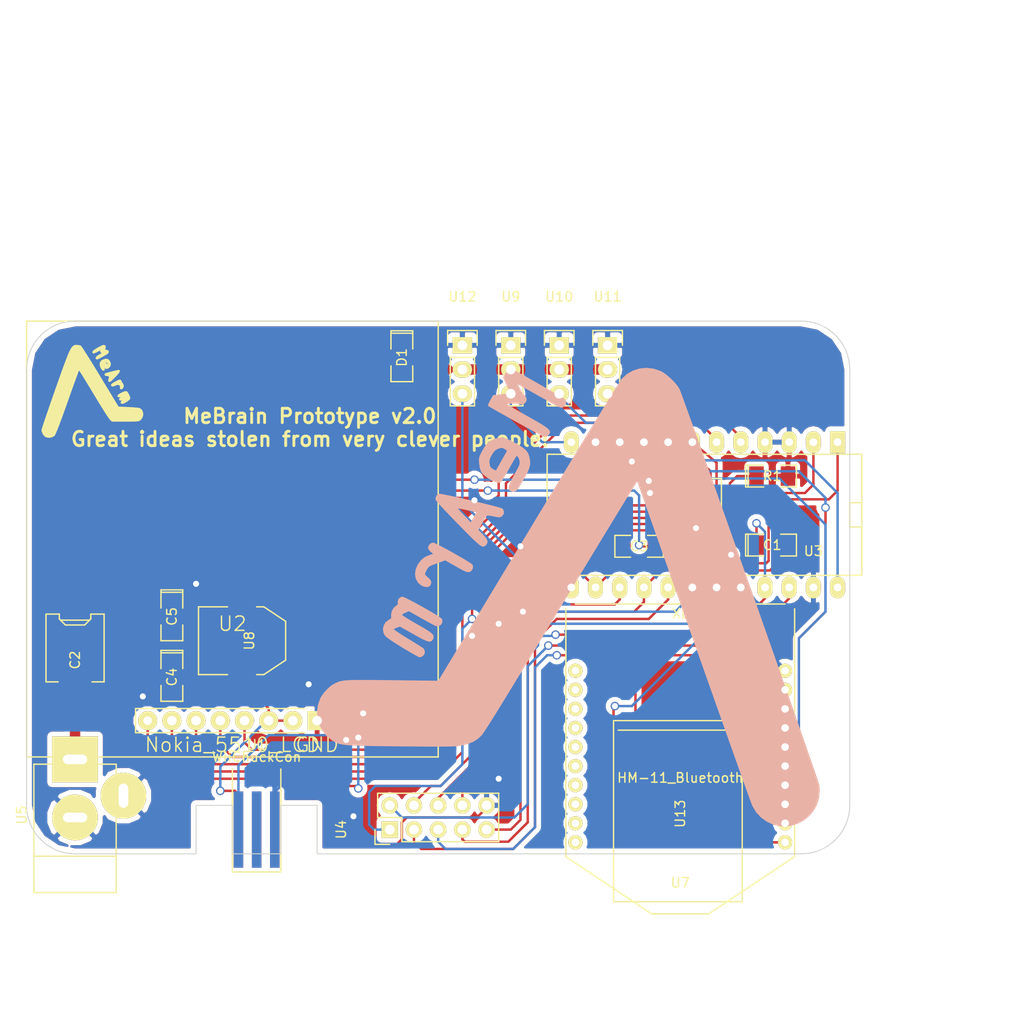
<source format=kicad_pcb>
(kicad_pcb (version 4) (host pcbnew "(2015-01-16 BZR 5376)-product")

  (general
    (links 74)
    (no_connects 0)
    (area 91.897999 72.593999 178.358001 128.574001)
    (thickness 1.6)
    (drawings 25)
    (tracks 385)
    (zones 0)
    (modules 22)
    (nets 60)
  )

  (page A4)
  (layers
    (0 F.Cu signal)
    (31 B.Cu signal)
    (32 B.Adhes user)
    (33 F.Adhes user)
    (34 B.Paste user)
    (35 F.Paste user)
    (36 B.SilkS user)
    (37 F.SilkS user)
    (38 B.Mask user)
    (39 F.Mask user)
    (40 Dwgs.User user)
    (41 Cmts.User user)
    (42 Eco1.User user)
    (43 Eco2.User user)
    (44 Edge.Cuts user)
    (45 Margin user)
    (46 B.CrtYd user)
    (47 F.CrtYd user)
    (48 B.Fab user)
    (49 F.Fab user)
  )

  (setup
    (last_trace_width 0.254)
    (user_trace_width 1.1)
    (trace_clearance 0.254)
    (zone_clearance 0.508)
    (zone_45_only no)
    (trace_min 0.254)
    (segment_width 0.2)
    (edge_width 0.1)
    (via_size 0.889)
    (via_drill 0.635)
    (via_min_size 0.889)
    (via_min_drill 0.508)
    (uvia_size 0.508)
    (uvia_drill 0.127)
    (uvias_allowed no)
    (uvia_min_size 0.508)
    (uvia_min_drill 0.127)
    (pcb_text_width 0.3)
    (pcb_text_size 1.5 1.5)
    (mod_edge_width 0.15)
    (mod_text_size 1 1)
    (mod_text_width 0.15)
    (pad_size 1.5 1.5)
    (pad_drill 0.8)
    (pad_to_mask_clearance 0)
    (aux_axis_origin 0 0)
    (visible_elements 7FFFFFFF)
    (pcbplotparams
      (layerselection 0x010f0_80000001)
      (usegerberextensions false)
      (excludeedgelayer true)
      (linewidth 0.100000)
      (plotframeref false)
      (viasonmask false)
      (mode 1)
      (useauxorigin false)
      (hpglpennumber 1)
      (hpglpenspeed 20)
      (hpglpendiameter 15)
      (hpglpenoverlay 2)
      (psnegative false)
      (psa4output false)
      (plotreference false)
      (plotvalue false)
      (plotinvisibletext false)
      (padsonsilk false)
      (subtractmaskfromsilk true)
      (outputformat 1)
      (mirror false)
      (drillshape 0)
      (scaleselection 1)
      (outputdirectory ""))
  )

  (net 0 "")
  (net 1 +5V)
  (net 2 GND)
  (net 3 +6V)
  (net 4 +3V3)
  (net 5 "Net-(R1-Pad1)")
  (net 6 I2C_SDA)
  (net 7 I2C_SCLK)
  (net 8 3V_LCD_RST)
  (net 9 3V_LCD_CE)
  (net 10 3V_LCD_DC)
  (net 11 3V_MOSI_D16)
  (net 12 3V_SCLK_D15)
  (net 13 BT_TX)
  (net 14 BT_RX)
  (net 15 LCD_DC)
  (net 16 RIGHT)
  (net 17 LEFT)
  (net 18 LCD_RST)
  (net 19 LCD_CE)
  (net 20 WAIST)
  (net 21 CLAW)
  (net 22 MOSI_D16)
  (net 23 MISO_D14)
  (net 24 SCLK_D15)
  (net 25 A0)
  (net 26 A1)
  (net 27 A2)
  (net 28 A3)
  (net 29 RST)
  (net 30 "Net-(U6-Pad1)")
  (net 31 3V_BT_RX)
  (net 32 3V_BT_TX)
  (net 33 "Net-(U6-Pad20)")
  (net 34 "Net-(U7-Pad1)")
  (net 35 "Net-(U7-Pad3)")
  (net 36 "Net-(U7-Pad5)")
  (net 37 "Net-(U7-Pad6)")
  (net 38 "Net-(U7-Pad7)")
  (net 39 "Net-(U7-Pad8)")
  (net 40 "Net-(U7-Pad10)")
  (net 41 "Net-(U7-Pad13)")
  (net 42 "Net-(U7-Pad14)")
  (net 43 "Net-(U7-Pad15)")
  (net 44 "Net-(U7-Pad16)")
  (net 45 "Net-(U13-Pad4)")
  (net 46 "Net-(U13-Pad5)")
  (net 47 "Net-(U13-Pad6)")
  (net 48 "Net-(U13-Pad7)")
  (net 49 "Net-(U13-Pad8)")
  (net 50 "Net-(U13-Pad9)")
  (net 51 "Net-(U13-Pad12)")
  (net 52 "Net-(U13-Pad13)")
  (net 53 "Net-(U13-Pad14)")
  (net 54 "Net-(U13-Pad15)")
  (net 55 "Net-(U13-Pad16)")
  (net 56 "Net-(U13-Pad17)")
  (net 57 "Net-(U13-Pad18)")
  (net 58 "Net-(U13-Pad19)")
  (net 59 "Net-(U13-Pad20)")

  (net_class Default "This is the default net class."
    (clearance 0.254)
    (trace_width 0.254)
    (via_dia 0.889)
    (via_drill 0.635)
    (uvia_dia 0.508)
    (uvia_drill 0.127)
    (add_net +3V3)
    (add_net +5V)
    (add_net +6V)
    (add_net 3V_BT_RX)
    (add_net 3V_BT_TX)
    (add_net 3V_LCD_CE)
    (add_net 3V_LCD_DC)
    (add_net 3V_LCD_RST)
    (add_net 3V_MOSI_D16)
    (add_net 3V_SCLK_D15)
    (add_net A0)
    (add_net A1)
    (add_net A2)
    (add_net A3)
    (add_net BT_RX)
    (add_net BT_TX)
    (add_net CLAW)
    (add_net GND)
    (add_net I2C_SCLK)
    (add_net I2C_SDA)
    (add_net LCD_CE)
    (add_net LCD_DC)
    (add_net LCD_RST)
    (add_net LEFT)
    (add_net MISO_D14)
    (add_net MOSI_D16)
    (add_net "Net-(R1-Pad1)")
    (add_net "Net-(U13-Pad12)")
    (add_net "Net-(U13-Pad13)")
    (add_net "Net-(U13-Pad14)")
    (add_net "Net-(U13-Pad15)")
    (add_net "Net-(U13-Pad16)")
    (add_net "Net-(U13-Pad17)")
    (add_net "Net-(U13-Pad18)")
    (add_net "Net-(U13-Pad19)")
    (add_net "Net-(U13-Pad20)")
    (add_net "Net-(U13-Pad4)")
    (add_net "Net-(U13-Pad5)")
    (add_net "Net-(U13-Pad6)")
    (add_net "Net-(U13-Pad7)")
    (add_net "Net-(U13-Pad8)")
    (add_net "Net-(U13-Pad9)")
    (add_net "Net-(U6-Pad1)")
    (add_net "Net-(U6-Pad20)")
    (add_net "Net-(U7-Pad1)")
    (add_net "Net-(U7-Pad10)")
    (add_net "Net-(U7-Pad13)")
    (add_net "Net-(U7-Pad14)")
    (add_net "Net-(U7-Pad15)")
    (add_net "Net-(U7-Pad16)")
    (add_net "Net-(U7-Pad3)")
    (add_net "Net-(U7-Pad5)")
    (add_net "Net-(U7-Pad6)")
    (add_net "Net-(U7-Pad7)")
    (add_net "Net-(U7-Pad8)")
    (add_net RIGHT)
    (add_net RST)
    (add_net SCLK_D15)
    (add_net WAIST)
  )

  (module SMD_Packages:SMD-1206_Pol (layer F.Cu) (tedit 55115A4F) (tstamp 55115CD4)
    (at 170.18 96.139)
    (path /550C6741)
    (attr smd)
    (fp_text reference C1 (at 0 0) (layer F.SilkS)
      (effects (font (size 1 1) (thickness 0.15)))
    )
    (fp_text value C (at 0 0) (layer F.Fab)
      (effects (font (size 1 1) (thickness 0.15)))
    )
    (fp_line (start -2.54 -1.143) (end -2.794 -1.143) (layer F.SilkS) (width 0.15))
    (fp_line (start -2.794 -1.143) (end -2.794 1.143) (layer F.SilkS) (width 0.15))
    (fp_line (start -2.794 1.143) (end -2.54 1.143) (layer F.SilkS) (width 0.15))
    (fp_line (start -2.54 -1.143) (end -2.54 1.143) (layer F.SilkS) (width 0.15))
    (fp_line (start -2.54 1.143) (end -0.889 1.143) (layer F.SilkS) (width 0.15))
    (fp_line (start 0.889 -1.143) (end 2.54 -1.143) (layer F.SilkS) (width 0.15))
    (fp_line (start 2.54 -1.143) (end 2.54 1.143) (layer F.SilkS) (width 0.15))
    (fp_line (start 2.54 1.143) (end 0.889 1.143) (layer F.SilkS) (width 0.15))
    (fp_line (start -0.889 -1.143) (end -2.54 -1.143) (layer F.SilkS) (width 0.15))
    (pad 1 smd rect (at -1.651 0) (size 1.524 2.032) (layers F.Cu F.Paste F.Mask)
      (net 1 +5V))
    (pad 2 smd rect (at 1.651 0) (size 1.524 2.032) (layers F.Cu F.Paste F.Mask)
      (net 2 GND))
    (model SMD_Packages.3dshapes/SMD-1206_Pol.wrl
      (at (xyz 0 0 0))
      (scale (xyz 0.17 0.16 0.16))
      (rotate (xyz 0 0 0))
    )
  )

  (module SMD_Packages:SMD-4032 (layer F.Cu) (tedit 55115CFE) (tstamp 55115CDA)
    (at 97.028 106.934 90)
    (path /550C7FAE)
    (attr smd)
    (fp_text reference C2 (at -1.26492 0 270) (layer F.SilkS)
      (effects (font (size 1 1) (thickness 0.15)))
    )
    (fp_text value C (at 1.27 0 180) (layer F.Fab)
      (effects (font (size 1 1) (thickness 0.15)))
    )
    (fp_line (start 2.921 -1.524) (end 2.921 1.524) (layer F.SilkS) (width 0.15))
    (fp_line (start 3.556 -1.651) (end 3.556 -3.048) (layer F.SilkS) (width 0.15))
    (fp_line (start 3.556 3.048) (end 3.556 1.651) (layer F.SilkS) (width 0.15))
    (fp_line (start -3.556 3.048) (end -3.556 1.778) (layer F.SilkS) (width 0.15))
    (fp_line (start -3.556 -3.048) (end -3.556 -1.778) (layer F.SilkS) (width 0.15))
    (fp_line (start 3.556 1.651) (end 3.048 1.651) (layer F.SilkS) (width 0.15))
    (fp_line (start 3.048 1.651) (end 2.413 1.016) (layer F.SilkS) (width 0.15))
    (fp_line (start 2.413 1.016) (end 2.413 -1.016) (layer F.SilkS) (width 0.15))
    (fp_line (start 3.556 -1.651) (end 3.048 -1.651) (layer F.SilkS) (width 0.15))
    (fp_line (start 3.048 -1.651) (end 2.413 -1.016) (layer F.SilkS) (width 0.15))
    (fp_line (start -3.556 -3.048) (end 3.556 -3.048) (layer F.SilkS) (width 0.15))
    (fp_line (start 3.556 3.048) (end -3.556 3.048) (layer F.SilkS) (width 0.15))
    (pad 1 smd rect (at -3.683 0 90) (size 1.27 3.302) (layers F.Cu F.Paste F.Mask)
      (net 3 +6V))
    (pad 2 smd rect (at 3.683 0 90) (size 1.27 3.302) (layers F.Cu F.Paste F.Mask)
      (net 2 GND))
    (model SMD_Packages.3dshapes/SMD-4032.wrl
      (at (xyz 0 0 0))
      (scale (xyz 0.3 0.3 0.3))
      (rotate (xyz 0 0 0))
    )
  )

  (module SMD_Packages:SMD-1206_Pol (layer F.Cu) (tedit 55115A4F) (tstamp 55115CE0)
    (at 156.21 96.266 180)
    (path /550C684C)
    (attr smd)
    (fp_text reference C3 (at 0 0 180) (layer F.SilkS)
      (effects (font (size 1 1) (thickness 0.15)))
    )
    (fp_text value C (at 0 0 180) (layer F.Fab)
      (effects (font (size 1 1) (thickness 0.15)))
    )
    (fp_line (start -2.54 -1.143) (end -2.794 -1.143) (layer F.SilkS) (width 0.15))
    (fp_line (start -2.794 -1.143) (end -2.794 1.143) (layer F.SilkS) (width 0.15))
    (fp_line (start -2.794 1.143) (end -2.54 1.143) (layer F.SilkS) (width 0.15))
    (fp_line (start -2.54 -1.143) (end -2.54 1.143) (layer F.SilkS) (width 0.15))
    (fp_line (start -2.54 1.143) (end -0.889 1.143) (layer F.SilkS) (width 0.15))
    (fp_line (start 0.889 -1.143) (end 2.54 -1.143) (layer F.SilkS) (width 0.15))
    (fp_line (start 2.54 -1.143) (end 2.54 1.143) (layer F.SilkS) (width 0.15))
    (fp_line (start 2.54 1.143) (end 0.889 1.143) (layer F.SilkS) (width 0.15))
    (fp_line (start -0.889 -1.143) (end -2.54 -1.143) (layer F.SilkS) (width 0.15))
    (pad 1 smd rect (at -1.651 0 180) (size 1.524 2.032) (layers F.Cu F.Paste F.Mask)
      (net 4 +3V3))
    (pad 2 smd rect (at 1.651 0 180) (size 1.524 2.032) (layers F.Cu F.Paste F.Mask)
      (net 2 GND))
    (model SMD_Packages.3dshapes/SMD-1206_Pol.wrl
      (at (xyz 0 0 0))
      (scale (xyz 0.17 0.16 0.16))
      (rotate (xyz 0 0 0))
    )
  )

  (module SMD_Packages:SMD-1206_Pol (layer F.Cu) (tedit 55115A4F) (tstamp 55115CE6)
    (at 107.188 109.982 270)
    (path /550C43DC)
    (attr smd)
    (fp_text reference C4 (at 0 0 270) (layer F.SilkS)
      (effects (font (size 1 1) (thickness 0.15)))
    )
    (fp_text value C (at 0 0 270) (layer F.Fab)
      (effects (font (size 1 1) (thickness 0.15)))
    )
    (fp_line (start -2.54 -1.143) (end -2.794 -1.143) (layer F.SilkS) (width 0.15))
    (fp_line (start -2.794 -1.143) (end -2.794 1.143) (layer F.SilkS) (width 0.15))
    (fp_line (start -2.794 1.143) (end -2.54 1.143) (layer F.SilkS) (width 0.15))
    (fp_line (start -2.54 -1.143) (end -2.54 1.143) (layer F.SilkS) (width 0.15))
    (fp_line (start -2.54 1.143) (end -0.889 1.143) (layer F.SilkS) (width 0.15))
    (fp_line (start 0.889 -1.143) (end 2.54 -1.143) (layer F.SilkS) (width 0.15))
    (fp_line (start 2.54 -1.143) (end 2.54 1.143) (layer F.SilkS) (width 0.15))
    (fp_line (start 2.54 1.143) (end 0.889 1.143) (layer F.SilkS) (width 0.15))
    (fp_line (start -0.889 -1.143) (end -2.54 -1.143) (layer F.SilkS) (width 0.15))
    (pad 1 smd rect (at -1.651 0 270) (size 1.524 2.032) (layers F.Cu F.Paste F.Mask)
      (net 3 +6V))
    (pad 2 smd rect (at 1.651 0 270) (size 1.524 2.032) (layers F.Cu F.Paste F.Mask)
      (net 2 GND))
    (model SMD_Packages.3dshapes/SMD-1206_Pol.wrl
      (at (xyz 0 0 0))
      (scale (xyz 0.17 0.16 0.16))
      (rotate (xyz 0 0 0))
    )
  )

  (module SMD_Packages:SMD-1206_Pol (layer F.Cu) (tedit 55115A4F) (tstamp 55115CEC)
    (at 107.188 103.632 270)
    (path /550C4273)
    (attr smd)
    (fp_text reference C5 (at 0 0 270) (layer F.SilkS)
      (effects (font (size 1 1) (thickness 0.15)))
    )
    (fp_text value C (at 0 0 270) (layer F.Fab)
      (effects (font (size 1 1) (thickness 0.15)))
    )
    (fp_line (start -2.54 -1.143) (end -2.794 -1.143) (layer F.SilkS) (width 0.15))
    (fp_line (start -2.794 -1.143) (end -2.794 1.143) (layer F.SilkS) (width 0.15))
    (fp_line (start -2.794 1.143) (end -2.54 1.143) (layer F.SilkS) (width 0.15))
    (fp_line (start -2.54 -1.143) (end -2.54 1.143) (layer F.SilkS) (width 0.15))
    (fp_line (start -2.54 1.143) (end -0.889 1.143) (layer F.SilkS) (width 0.15))
    (fp_line (start 0.889 -1.143) (end 2.54 -1.143) (layer F.SilkS) (width 0.15))
    (fp_line (start 2.54 -1.143) (end 2.54 1.143) (layer F.SilkS) (width 0.15))
    (fp_line (start 2.54 1.143) (end 0.889 1.143) (layer F.SilkS) (width 0.15))
    (fp_line (start -0.889 -1.143) (end -2.54 -1.143) (layer F.SilkS) (width 0.15))
    (pad 1 smd rect (at -1.651 0 270) (size 1.524 2.032) (layers F.Cu F.Paste F.Mask)
      (net 2 GND))
    (pad 2 smd rect (at 1.651 0 270) (size 1.524 2.032) (layers F.Cu F.Paste F.Mask)
      (net 4 +3V3))
    (model SMD_Packages.3dshapes/SMD-1206_Pol.wrl
      (at (xyz 0 0 0))
      (scale (xyz 0.17 0.16 0.16))
      (rotate (xyz 0 0 0))
    )
  )

  (module SMD_Packages:SMD-1206_Pol (layer F.Cu) (tedit 55115A4F) (tstamp 55115CF2)
    (at 131.318 76.454 270)
    (path /550C9393)
    (attr smd)
    (fp_text reference D1 (at 0 0 270) (layer F.SilkS)
      (effects (font (size 1 1) (thickness 0.15)))
    )
    (fp_text value DIODE (at 0 0 270) (layer F.Fab)
      (effects (font (size 1 1) (thickness 0.15)))
    )
    (fp_line (start -2.54 -1.143) (end -2.794 -1.143) (layer F.SilkS) (width 0.15))
    (fp_line (start -2.794 -1.143) (end -2.794 1.143) (layer F.SilkS) (width 0.15))
    (fp_line (start -2.794 1.143) (end -2.54 1.143) (layer F.SilkS) (width 0.15))
    (fp_line (start -2.54 -1.143) (end -2.54 1.143) (layer F.SilkS) (width 0.15))
    (fp_line (start -2.54 1.143) (end -0.889 1.143) (layer F.SilkS) (width 0.15))
    (fp_line (start 0.889 -1.143) (end 2.54 -1.143) (layer F.SilkS) (width 0.15))
    (fp_line (start 2.54 -1.143) (end 2.54 1.143) (layer F.SilkS) (width 0.15))
    (fp_line (start 2.54 1.143) (end 0.889 1.143) (layer F.SilkS) (width 0.15))
    (fp_line (start -0.889 -1.143) (end -2.54 -1.143) (layer F.SilkS) (width 0.15))
    (pad 1 smd rect (at -1.651 0 270) (size 1.524 2.032) (layers F.Cu F.Paste F.Mask)
      (net 2 GND))
    (pad 2 smd rect (at 1.651 0 270) (size 1.524 2.032) (layers F.Cu F.Paste F.Mask)
      (net 3 +6V))
    (model SMD_Packages.3dshapes/SMD-1206_Pol.wrl
      (at (xyz 0 0 0))
      (scale (xyz 0.17 0.16 0.16))
      (rotate (xyz 0 0 0))
    )
  )

  (module SMD_Packages:SMD-1206_Pol (layer F.Cu) (tedit 55115A4F) (tstamp 55115CF8)
    (at 170.18 88.9)
    (path /550C6BBB)
    (attr smd)
    (fp_text reference R1 (at 0 0) (layer F.SilkS)
      (effects (font (size 1 1) (thickness 0.15)))
    )
    (fp_text value R (at 0 0) (layer F.Fab)
      (effects (font (size 1 1) (thickness 0.15)))
    )
    (fp_line (start -2.54 -1.143) (end -2.794 -1.143) (layer F.SilkS) (width 0.15))
    (fp_line (start -2.794 -1.143) (end -2.794 1.143) (layer F.SilkS) (width 0.15))
    (fp_line (start -2.794 1.143) (end -2.54 1.143) (layer F.SilkS) (width 0.15))
    (fp_line (start -2.54 -1.143) (end -2.54 1.143) (layer F.SilkS) (width 0.15))
    (fp_line (start -2.54 1.143) (end -0.889 1.143) (layer F.SilkS) (width 0.15))
    (fp_line (start 0.889 -1.143) (end 2.54 -1.143) (layer F.SilkS) (width 0.15))
    (fp_line (start 2.54 -1.143) (end 2.54 1.143) (layer F.SilkS) (width 0.15))
    (fp_line (start 2.54 1.143) (end 0.889 1.143) (layer F.SilkS) (width 0.15))
    (fp_line (start -0.889 -1.143) (end -2.54 -1.143) (layer F.SilkS) (width 0.15))
    (pad 1 smd rect (at -1.651 0) (size 1.524 2.032) (layers F.Cu F.Paste F.Mask)
      (net 5 "Net-(R1-Pad1)"))
    (pad 2 smd rect (at 1.651 0) (size 1.524 2.032) (layers F.Cu F.Paste F.Mask)
      (net 2 GND))
    (model SMD_Packages.3dshapes/SMD-1206_Pol.wrl
      (at (xyz 0 0 0))
      (scale (xyz 0.17 0.16 0.16))
      (rotate (xyz 0 0 0))
    )
  )

  (module Brains:WiiChuck (layer F.Cu) (tedit 55114DE8) (tstamp 55115D02)
    (at 116.078 119.634)
    (path /550C0BAD)
    (fp_text reference U1 (at 0 -2.54) (layer F.SilkS)
      (effects (font (size 1 1) (thickness 0.15)))
    )
    (fp_text value WiiChuckCon (at 0 -1.27) (layer F.SilkS)
      (effects (font (size 1 1) (thickness 0.15)))
    )
    (fp_line (start 2.54 10.795) (end 2.54 0) (layer F.SilkS) (width 0.15))
    (fp_line (start -2.54 10.795) (end -2.54 0) (layer F.SilkS) (width 0.15))
    (fp_line (start -2.54 10.795) (end 2.54 10.795) (layer F.SilkS) (width 0.15))
    (pad 1 smd rect (at -1.905 6.35) (size 1 8) (layers F.Cu F.Paste F.Mask)
      (net 4 +3V3))
    (pad 2 smd rect (at 0 6.35) (size 1 8) (layers F.Cu F.Paste F.Mask))
    (pad 3 smd rect (at 1.905 6.35) (size 1 8) (layers F.Cu F.Paste F.Mask)
      (net 6 I2C_SDA))
    (pad 4 smd rect (at -1.905 6.35) (size 1 8) (layers B.Cu F.Paste F.Mask)
      (net 7 I2C_SCLK))
    (pad 5 smd rect (at 0 6.35) (size 1 8) (layers B.Cu F.Paste F.Mask))
    (pad 6 smd rect (at 1.905 6.35) (size 1 8) (layers B.Cu F.Paste F.Mask)
      (net 2 GND))
  )

  (module Brains:Nokia5510LCD (layer F.Cu) (tedit 550C4653) (tstamp 5512BDDB)
    (at 113.538 112.014)
    (path /550BFF9E)
    (fp_text reference U2 (at 0 -7.62) (layer F.SilkS)
      (effects (font (size 1.5 1.5) (thickness 0.15)))
    )
    (fp_text value Nokia_5510_LCD (at 0 5.08) (layer F.SilkS)
      (effects (font (size 1.5 1.5) (thickness 0.15)))
    )
    (fp_line (start 21.59 -39.37) (end -21.59 -39.37) (layer F.SilkS) (width 0.15))
    (fp_line (start -21.59 -39.37) (end -21.59 6.35) (layer F.SilkS) (width 0.15))
    (fp_line (start 21.59 6.35) (end 21.59 -39.37) (layer F.SilkS) (width 0.15))
    (fp_line (start -21.59 6.35) (end 21.59 6.35) (layer F.SilkS) (width 0.15))
    (fp_text user GND (at 8.89 5.08) (layer F.SilkS)
      (effects (font (size 1.5 1.5) (thickness 0.15)))
    )
    (fp_line (start -10.16 1.27) (end 7.62 1.27) (layer F.SilkS) (width 0.15))
    (fp_line (start -10.16 1.27) (end -10.16 3.81) (layer F.SilkS) (width 0.15))
    (fp_line (start -10.16 3.81) (end 7.62 3.81) (layer F.SilkS) (width 0.15))
    (pad 1 thru_hole circle (at -8.89 2.54) (size 2 2) (drill 0.9) (layers *.Cu *.Mask F.SilkS)
      (net 8 3V_LCD_RST))
    (pad 2 thru_hole circle (at -6.35 2.54) (size 2 2) (drill 1) (layers *.Cu *.Mask F.SilkS)
      (net 9 3V_LCD_CE))
    (pad 3 thru_hole circle (at -3.81 2.54) (size 2 2) (drill 1) (layers *.Cu *.Mask F.SilkS)
      (net 10 3V_LCD_DC))
    (pad 4 thru_hole circle (at -1.27 2.54) (size 2 2) (drill 1) (layers *.Cu *.Mask F.SilkS)
      (net 11 3V_MOSI_D16))
    (pad 5 thru_hole circle (at 1.27 2.54) (size 2 2) (drill 1) (layers *.Cu *.Mask F.SilkS)
      (net 12 3V_SCLK_D15))
    (pad 6 thru_hole circle (at 3.81 2.54) (size 2 2) (drill 1) (layers *.Cu *.Mask F.SilkS)
      (net 4 +3V3))
    (pad 7 thru_hole circle (at 6.35 2.54) (size 2 2) (drill 1) (layers *.Cu *.Mask F.SilkS)
      (net 4 +3V3))
    (pad 8 thru_hole rect (at 8.89 2.54) (size 2 2) (drill 1) (layers *.Cu *.Mask F.SilkS)
      (net 2 GND))
  )

  (module Sockets_DIP:DIP-24__600_ELL (layer F.Cu) (tedit 55115A4F) (tstamp 55115D2A)
    (at 163.068 92.964 180)
    (descr "24 pins DIL package, elliptical pads")
    (tags DIL)
    (path /550C12FC)
    (fp_text reference U3 (at -11.43 -3.81 180) (layer F.SilkS)
      (effects (font (size 1 1) (thickness 0.15)))
    )
    (fp_text value promicro (at 0 2.54 180) (layer F.Fab)
      (effects (font (size 1 1) (thickness 0.15)))
    )
    (fp_line (start -16.51 -1.27) (end -15.24 -1.27) (layer F.SilkS) (width 0.15))
    (fp_line (start -15.24 -1.27) (end -15.24 1.27) (layer F.SilkS) (width 0.15))
    (fp_line (start -15.24 1.27) (end -16.51 1.27) (layer F.SilkS) (width 0.15))
    (fp_line (start -16.51 -6.35) (end 16.51 -6.35) (layer F.SilkS) (width 0.15))
    (fp_line (start 16.51 -6.35) (end 16.51 6.35) (layer F.SilkS) (width 0.15))
    (fp_line (start 16.51 6.35) (end -16.51 6.35) (layer F.SilkS) (width 0.15))
    (fp_line (start -16.51 6.35) (end -16.51 -6.35) (layer F.SilkS) (width 0.15))
    (pad 1 thru_hole rect (at -13.97 7.62 180) (size 1.5748 2.286) (drill 0.8128) (layers *.Cu *.Mask F.SilkS)
      (net 13 BT_TX))
    (pad 2 thru_hole oval (at -11.43 7.62 180) (size 1.5748 2.286) (drill 0.8128) (layers *.Cu *.Mask F.SilkS)
      (net 14 BT_RX))
    (pad 3 thru_hole oval (at -8.89 7.62 180) (size 1.5748 2.286) (drill 0.8128) (layers *.Cu *.Mask F.SilkS)
      (net 2 GND))
    (pad 4 thru_hole oval (at -6.35 7.62 180) (size 1.5748 2.286) (drill 0.8128) (layers *.Cu *.Mask F.SilkS)
      (net 2 GND))
    (pad 5 thru_hole oval (at -3.81 7.62 180) (size 1.5748 2.286) (drill 0.8128) (layers *.Cu *.Mask F.SilkS)
      (net 6 I2C_SDA))
    (pad 6 thru_hole oval (at -1.27 7.62 180) (size 1.5748 2.286) (drill 0.8128) (layers *.Cu *.Mask F.SilkS)
      (net 7 I2C_SCLK))
    (pad 7 thru_hole oval (at 1.27 7.62 180) (size 1.5748 2.286) (drill 0.8128) (layers *.Cu *.Mask F.SilkS)
      (net 15 LCD_DC))
    (pad 8 thru_hole oval (at 3.81 7.62 180) (size 1.5748 2.286) (drill 0.8128) (layers *.Cu *.Mask F.SilkS)
      (net 16 RIGHT))
    (pad 9 thru_hole oval (at 6.35 7.62 180) (size 1.5748 2.286) (drill 0.8128) (layers *.Cu *.Mask F.SilkS)
      (net 17 LEFT))
    (pad 10 thru_hole oval (at 8.89 7.62 180) (size 1.5748 2.286) (drill 0.8128) (layers *.Cu *.Mask F.SilkS)
      (net 18 LCD_RST))
    (pad 11 thru_hole oval (at 11.43 7.62 180) (size 1.5748 2.286) (drill 0.8128) (layers *.Cu *.Mask F.SilkS)
      (net 19 LCD_CE))
    (pad 12 thru_hole oval (at 13.97 7.62 180) (size 1.5748 2.286) (drill 0.8128) (layers *.Cu *.Mask F.SilkS)
      (net 20 WAIST))
    (pad 13 thru_hole oval (at 13.97 -7.62 180) (size 1.5748 2.286) (drill 0.8128) (layers *.Cu *.Mask F.SilkS)
      (net 21 CLAW))
    (pad 14 thru_hole oval (at 11.43 -7.62 180) (size 1.5748 2.286) (drill 0.8128) (layers *.Cu *.Mask F.SilkS)
      (net 22 MOSI_D16))
    (pad 15 thru_hole oval (at 8.89 -7.62 180) (size 1.5748 2.286) (drill 0.8128) (layers *.Cu *.Mask F.SilkS)
      (net 23 MISO_D14))
    (pad 16 thru_hole oval (at 6.35 -7.62 180) (size 1.5748 2.286) (drill 0.8128) (layers *.Cu *.Mask F.SilkS)
      (net 24 SCLK_D15))
    (pad 17 thru_hole oval (at 3.81 -7.62 180) (size 1.5748 2.286) (drill 0.8128) (layers *.Cu *.Mask F.SilkS)
      (net 25 A0))
    (pad 18 thru_hole oval (at 1.27 -7.62 180) (size 1.5748 2.286) (drill 0.8128) (layers *.Cu *.Mask F.SilkS)
      (net 26 A1))
    (pad 19 thru_hole oval (at -1.27 -7.62 180) (size 1.5748 2.286) (drill 0.8128) (layers *.Cu *.Mask F.SilkS)
      (net 27 A2))
    (pad 20 thru_hole oval (at -3.81 -7.62 180) (size 1.5748 2.286) (drill 0.8128) (layers *.Cu *.Mask F.SilkS)
      (net 28 A3))
    (pad 21 thru_hole oval (at -6.35 -7.62 180) (size 1.5748 2.286) (drill 0.8128) (layers *.Cu *.Mask F.SilkS)
      (net 1 +5V))
    (pad 22 thru_hole oval (at -8.89 -7.62 180) (size 1.5748 2.286) (drill 0.8128) (layers *.Cu *.Mask F.SilkS)
      (net 29 RST))
    (pad 23 thru_hole oval (at -11.43 -7.62 180) (size 1.5748 2.286) (drill 0.8128) (layers *.Cu *.Mask F.SilkS)
      (net 2 GND))
    (pad 24 thru_hole oval (at -13.97 -7.62 180) (size 1.5748 2.286) (drill 0.8128) (layers *.Cu *.Mask F.SilkS)
      (net 3 +6V))
    (model Sockets_DIP.3dshapes/DIP-24__600_ELL.wrl
      (at (xyz 0 0 0))
      (scale (xyz 1 1 1))
      (rotate (xyz 0 0 0))
    )
  )

  (module Pin_Headers:Pin_Header_Straight_2x05 (layer F.Cu) (tedit 55115A4F) (tstamp 55115D44)
    (at 130.048 125.984 90)
    (descr "Through hole pin header")
    (tags "pin header")
    (path /550C095A)
    (fp_text reference U4 (at 0 -5.1 90) (layer F.SilkS)
      (effects (font (size 1 1) (thickness 0.15)))
    )
    (fp_text value JoyConnectISP (at 0 -3.1 90) (layer F.Fab)
      (effects (font (size 1 1) (thickness 0.15)))
    )
    (fp_line (start -1.75 -1.75) (end -1.75 11.95) (layer F.CrtYd) (width 0.05))
    (fp_line (start 4.3 -1.75) (end 4.3 11.95) (layer F.CrtYd) (width 0.05))
    (fp_line (start -1.75 -1.75) (end 4.3 -1.75) (layer F.CrtYd) (width 0.05))
    (fp_line (start -1.75 11.95) (end 4.3 11.95) (layer F.CrtYd) (width 0.05))
    (fp_line (start 3.81 -1.27) (end 3.81 11.43) (layer F.SilkS) (width 0.15))
    (fp_line (start 3.81 11.43) (end -1.27 11.43) (layer F.SilkS) (width 0.15))
    (fp_line (start -1.27 11.43) (end -1.27 1.27) (layer F.SilkS) (width 0.15))
    (fp_line (start 3.81 -1.27) (end 1.27 -1.27) (layer F.SilkS) (width 0.15))
    (fp_line (start 0 -1.55) (end -1.55 -1.55) (layer F.SilkS) (width 0.15))
    (fp_line (start 1.27 -1.27) (end 1.27 1.27) (layer F.SilkS) (width 0.15))
    (fp_line (start 1.27 1.27) (end -1.27 1.27) (layer F.SilkS) (width 0.15))
    (fp_line (start -1.55 -1.55) (end -1.55 0) (layer F.SilkS) (width 0.15))
    (pad 1 thru_hole rect (at 0 0 90) (size 1.7272 1.7272) (drill 1.016) (layers *.Cu *.Mask F.SilkS)
      (net 22 MOSI_D16))
    (pad 2 thru_hole oval (at 2.54 0 90) (size 1.7272 1.7272) (drill 1.016) (layers *.Cu *.Mask F.SilkS)
      (net 1 +5V))
    (pad 3 thru_hole oval (at 0 2.54 90) (size 1.7272 1.7272) (drill 1.016) (layers *.Cu *.Mask F.SilkS)
      (net 25 A0))
    (pad 4 thru_hole oval (at 2.54 2.54 90) (size 1.7272 1.7272) (drill 1.016) (layers *.Cu *.Mask F.SilkS)
      (net 28 A3))
    (pad 5 thru_hole oval (at 0 5.08 90) (size 1.7272 1.7272) (drill 1.016) (layers *.Cu *.Mask F.SilkS)
      (net 29 RST))
    (pad 6 thru_hole oval (at 2.54 5.08 90) (size 1.7272 1.7272) (drill 1.016) (layers *.Cu *.Mask F.SilkS)
      (net 27 A2))
    (pad 7 thru_hole oval (at 0 7.62 90) (size 1.7272 1.7272) (drill 1.016) (layers *.Cu *.Mask F.SilkS)
      (net 24 SCLK_D15))
    (pad 8 thru_hole oval (at 2.54 7.62 90) (size 1.7272 1.7272) (drill 1.016) (layers *.Cu *.Mask F.SilkS)
      (net 26 A1))
    (pad 9 thru_hole oval (at 0 10.16 90) (size 1.7272 1.7272) (drill 1.016) (layers *.Cu *.Mask F.SilkS)
      (net 23 MISO_D14))
    (pad 10 thru_hole oval (at 2.54 10.16 90) (size 1.7272 1.7272) (drill 1.016) (layers *.Cu *.Mask F.SilkS)
      (net 2 GND))
    (model Pin_Headers.3dshapes/Pin_Header_Straight_2x05.wrl
      (at (xyz 0.05 -0.2 0))
      (scale (xyz 1 1 1))
      (rotate (xyz 0 0 90))
    )
  )

  (module Connect:JACK_ALIM (layer F.Cu) (tedit 55115A4F) (tstamp 55115D4B)
    (at 97.028 124.714 90)
    (descr "module 1 pin (ou trou mecanique de percage)")
    (tags "CONN JACK")
    (path /550C0A0B)
    (fp_text reference U5 (at 0.254 -5.588 90) (layer F.SilkS)
      (effects (font (size 1 1) (thickness 0.15)))
    )
    (fp_text value JACK_2MM1 (at -5.08 5.588 90) (layer F.Fab)
      (effects (font (size 1 1) (thickness 0.15)))
    )
    (fp_line (start -7.112 -4.318) (end -7.874 -4.318) (layer F.SilkS) (width 0.15))
    (fp_line (start -7.874 -4.318) (end -7.874 4.318) (layer F.SilkS) (width 0.15))
    (fp_line (start -7.874 4.318) (end -7.112 4.318) (layer F.SilkS) (width 0.15))
    (fp_line (start -4.064 -4.318) (end -4.064 4.318) (layer F.SilkS) (width 0.15))
    (fp_line (start 5.588 -4.318) (end 5.588 4.318) (layer F.SilkS) (width 0.15))
    (fp_line (start -7.112 4.318) (end 5.588 4.318) (layer F.SilkS) (width 0.15))
    (fp_line (start -7.112 -4.318) (end 5.588 -4.318) (layer F.SilkS) (width 0.15))
    (pad 2 thru_hole circle (at 0 0 90) (size 4.8006 4.8006) (drill oval 1.016 2.54) (layers *.Cu *.Mask F.SilkS)
      (net 2 GND))
    (pad 1 thru_hole rect (at 6.096 0 90) (size 4.8006 4.8006) (drill oval 1.016 2.54) (layers *.Cu *.Mask F.SilkS)
      (net 3 +6V))
    (pad 3 thru_hole circle (at 2.286 5.08 90) (size 4.8006 4.8006) (drill oval 2.54 1.016) (layers *.Cu *.Mask F.SilkS)
      (net 2 GND))
    (model Connect.3dshapes/JACK_ALIM.wrl
      (at (xyz 0 0 0))
      (scale (xyz 0.8 0.8 0.8))
      (rotate (xyz 0 0 0))
    )
  )

  (module SMD_Packages:SSOP-20 (layer F.Cu) (tedit 55115D3D) (tstamp 55115D63)
    (at 163.068 92.964 90)
    (descr "SSOP 20 pins")
    (tags "CMS SSOP SMD")
    (path /550C64D6)
    (attr smd)
    (fp_text reference U6 (at 0 -0.635 90) (layer F.SilkS)
      (effects (font (size 1 1) (thickness 0.15)))
    )
    (fp_text value TXB0108PWR (at 0 0.635 270) (layer F.Fab)
      (effects (font (size 1 1) (thickness 0.15)))
    )
    (fp_line (start 3.81 -1.778) (end -3.81 -1.778) (layer F.SilkS) (width 0.15))
    (fp_line (start -3.81 1.778) (end 3.81 1.778) (layer F.SilkS) (width 0.15))
    (fp_line (start 3.81 -1.778) (end 3.81 1.778) (layer F.SilkS) (width 0.15))
    (fp_line (start -3.81 1.778) (end -3.81 -1.778) (layer F.SilkS) (width 0.15))
    (fp_circle (center -3.302 1.27) (end -3.556 1.016) (layer F.SilkS) (width 0.15))
    (fp_line (start -3.81 -0.635) (end -3.048 -0.635) (layer F.SilkS) (width 0.15))
    (fp_line (start -3.048 -0.635) (end -3.048 0.635) (layer F.SilkS) (width 0.15))
    (fp_line (start -3.048 0.635) (end -3.81 0.635) (layer F.SilkS) (width 0.15))
    (pad 1 smd rect (at -2.921 2.667 90) (size 0.4064 1.27) (layers F.Cu F.Paste F.Mask)
      (net 30 "Net-(U6-Pad1)"))
    (pad 2 smd rect (at -2.286 2.667 90) (size 0.4064 1.27) (layers F.Cu F.Paste F.Mask)
      (net 1 +5V))
    (pad 3 smd rect (at -1.6256 2.667 90) (size 0.4064 1.27) (layers F.Cu F.Paste F.Mask)
      (net 18 LCD_RST))
    (pad 4 smd rect (at -0.9652 2.667 90) (size 0.4064 1.27) (layers F.Cu F.Paste F.Mask)
      (net 19 LCD_CE))
    (pad 5 smd rect (at -0.3302 2.667 90) (size 0.4064 1.27) (layers F.Cu F.Paste F.Mask)
      (net 15 LCD_DC))
    (pad 6 smd rect (at 0.3302 2.667 90) (size 0.4064 1.27) (layers F.Cu F.Paste F.Mask)
      (net 22 MOSI_D16))
    (pad 7 smd rect (at 0.9906 2.667 90) (size 0.4064 1.27) (layers F.Cu F.Paste F.Mask)
      (net 24 SCLK_D15))
    (pad 8 smd rect (at 1.6256 2.667 90) (size 0.4064 1.27) (layers F.Cu F.Paste F.Mask)
      (net 13 BT_TX))
    (pad 9 smd rect (at 2.286 2.667 90) (size 0.4064 1.27) (layers F.Cu F.Paste F.Mask)
      (net 14 BT_RX))
    (pad 10 smd rect (at 2.921 2.667 90) (size 0.4064 1.27) (layers F.Cu F.Paste F.Mask)
      (net 5 "Net-(R1-Pad1)"))
    (pad 11 smd rect (at 2.921 -2.667 90) (size 0.4064 1.27) (layers F.Cu F.Paste F.Mask)
      (net 2 GND))
    (pad 12 smd rect (at 2.286 -2.667 90) (size 0.4064 1.27) (layers F.Cu F.Paste F.Mask)
      (net 31 3V_BT_RX))
    (pad 13 smd rect (at 1.6256 -2.667 90) (size 0.4064 1.27) (layers F.Cu F.Paste F.Mask)
      (net 32 3V_BT_TX))
    (pad 14 smd rect (at 0.9906 -2.667 90) (size 0.4064 1.27) (layers F.Cu F.Paste F.Mask)
      (net 12 3V_SCLK_D15))
    (pad 15 smd rect (at 0.3302 -2.667 90) (size 0.4064 1.27) (layers F.Cu F.Paste F.Mask)
      (net 11 3V_MOSI_D16))
    (pad 16 smd rect (at -0.3302 -2.667 90) (size 0.4064 1.27) (layers F.Cu F.Paste F.Mask)
      (net 10 3V_LCD_DC))
    (pad 17 smd rect (at -0.9652 -2.667 90) (size 0.4064 1.27) (layers F.Cu F.Paste F.Mask)
      (net 9 3V_LCD_CE))
    (pad 18 smd rect (at -1.6256 -2.667 90) (size 0.4064 1.27) (layers F.Cu F.Paste F.Mask)
      (net 8 3V_LCD_RST))
    (pad 19 smd rect (at -2.286 -2.667 90) (size 0.4064 1.27) (layers F.Cu F.Paste F.Mask)
      (net 4 +3V3))
    (pad 20 smd rect (at -2.921 -2.667 90) (size 0.4064 1.27) (layers F.Cu F.Paste F.Mask)
      (net 33 "Net-(U6-Pad20)"))
    (model SMD_Packages.3dshapes/SSOP-20.wrl
      (at (xyz 0 0 0))
      (scale (xyz 0.255 0.33 0.3))
      (rotate (xyz 0 0 0))
    )
  )

  (module Brains:HM-11_BT (layer F.Cu) (tedit 551152F3) (tstamp 55115D77)
    (at 160.528 114.554 180)
    (path /550C063F)
    (fp_text reference U7 (at 0 -17 180) (layer F.SilkS)
      (effects (font (size 1 1) (thickness 0.15)))
    )
    (fp_text value HM-11_Bluetooth (at 0 -6 180) (layer F.SilkS)
      (effects (font (size 1 1) (thickness 0.15)))
    )
    (fp_line (start -6.5 -19) (end -6.5 0) (layer F.SilkS) (width 0.15))
    (fp_line (start 7 -19) (end -6.5 -19) (layer F.SilkS) (width 0.15))
    (fp_line (start 6.5 -1) (end -6.5 -1) (layer F.SilkS) (width 0.15))
    (fp_line (start 7 -18) (end 7 -19) (layer F.SilkS) (width 0.15))
    (fp_line (start 7 0) (end 7 -18) (layer F.SilkS) (width 0.15))
    (fp_line (start -6.5 0) (end 7 0) (layer F.SilkS) (width 0.15))
    (pad 1 smd rect (at -6.5 -11.5 180) (size 2 1.2) (layers F.Cu F.Paste F.Mask)
      (net 34 "Net-(U7-Pad1)"))
    (pad 2 smd rect (at -6.5 -10 180) (size 2 1.2) (layers F.Cu F.Paste F.Mask)
      (net 32 3V_BT_TX))
    (pad 3 smd rect (at -6.5 -8.5 180) (size 2 1.2) (layers F.Cu F.Paste F.Mask)
      (net 35 "Net-(U7-Pad3)"))
    (pad 4 smd rect (at -6.5 -7 180) (size 2 1.2) (layers F.Cu F.Paste F.Mask)
      (net 31 3V_BT_RX))
    (pad 5 smd rect (at -6.5 -5.5 180) (size 2 1.2) (layers F.Cu F.Paste F.Mask)
      (net 36 "Net-(U7-Pad5)"))
    (pad 6 smd rect (at -6.5 -4 180) (size 2 1.2) (layers F.Cu F.Paste F.Mask)
      (net 37 "Net-(U7-Pad6)"))
    (pad 7 smd rect (at -6.5 -2.5 180) (size 2 1.2) (layers F.Cu F.Paste F.Mask)
      (net 38 "Net-(U7-Pad7)"))
    (pad 8 smd rect (at -6.5 -1 180) (size 2 1.2) (layers F.Cu F.Paste F.Mask)
      (net 39 "Net-(U7-Pad8)"))
    (pad 9 smd rect (at 7 -1 180) (size 2 1.2) (layers F.Cu F.Paste F.Mask)
      (net 4 +3V3))
    (pad 10 smd rect (at 7 -2.5 180) (size 2 1.2) (layers F.Cu F.Paste F.Mask)
      (net 40 "Net-(U7-Pad10)"))
    (pad 11 smd rect (at 7 -4 180) (size 2 1.2) (layers F.Cu F.Paste F.Mask)
      (net 29 RST))
    (pad 12 smd rect (at 7 -5.5 180) (size 2 1.2) (layers F.Cu F.Paste F.Mask)
      (net 2 GND))
    (pad 13 smd rect (at 7 -7 180) (size 2 1.2) (layers F.Cu F.Paste F.Mask)
      (net 41 "Net-(U7-Pad13)"))
    (pad 14 smd rect (at 7 -8.5 180) (size 2 1.2) (layers F.Cu F.Paste F.Mask)
      (net 42 "Net-(U7-Pad14)"))
    (pad 15 smd rect (at 7 -10 180) (size 2 1.2) (layers F.Cu F.Paste F.Mask)
      (net 43 "Net-(U7-Pad15)"))
    (pad 16 smd rect (at 7 -11.5 180) (size 2 1.2) (layers F.Cu F.Paste F.Mask)
      (net 44 "Net-(U7-Pad16)"))
  )

  (module SMD_Packages:SOT-223 (layer F.Cu) (tedit 55115A4F) (tstamp 55115D7F)
    (at 114.554 106.172 270)
    (descr "module CMS SOT223 4 pins")
    (tags "CMS SOT")
    (path /550C408A)
    (attr smd)
    (fp_text reference U8 (at 0 -0.762 270) (layer F.SilkS)
      (effects (font (size 1 1) (thickness 0.15)))
    )
    (fp_text value AP1117_V_REG (at 0 0.762 270) (layer F.Fab)
      (effects (font (size 1 1) (thickness 0.15)))
    )
    (fp_line (start -3.556 1.524) (end -3.556 4.572) (layer F.SilkS) (width 0.15))
    (fp_line (start -3.556 4.572) (end 3.556 4.572) (layer F.SilkS) (width 0.15))
    (fp_line (start 3.556 4.572) (end 3.556 1.524) (layer F.SilkS) (width 0.15))
    (fp_line (start -3.556 -1.524) (end -3.556 -2.286) (layer F.SilkS) (width 0.15))
    (fp_line (start -3.556 -2.286) (end -2.032 -4.572) (layer F.SilkS) (width 0.15))
    (fp_line (start -2.032 -4.572) (end 2.032 -4.572) (layer F.SilkS) (width 0.15))
    (fp_line (start 2.032 -4.572) (end 3.556 -2.286) (layer F.SilkS) (width 0.15))
    (fp_line (start 3.556 -2.286) (end 3.556 -1.524) (layer F.SilkS) (width 0.15))
    (pad 4 smd rect (at 0 -3.302 270) (size 3.6576 2.032) (layers F.Cu F.Paste F.Mask))
    (pad 2 smd rect (at 0 3.302 270) (size 1.016 2.032) (layers F.Cu F.Paste F.Mask)
      (net 4 +3V3))
    (pad 3 smd rect (at 2.286 3.302 270) (size 1.016 2.032) (layers F.Cu F.Paste F.Mask)
      (net 3 +6V))
    (pad 1 smd rect (at -2.286 3.302 270) (size 1.016 2.032) (layers F.Cu F.Paste F.Mask)
      (net 2 GND))
    (model SMD_Packages.3dshapes/SOT-223.wrl
      (at (xyz 0 0 0))
      (scale (xyz 0.4 0.4 0.4))
      (rotate (xyz 0 0 0))
    )
  )

  (module Pin_Headers:Pin_Header_Straight_1x03 (layer F.Cu) (tedit 55115A4F) (tstamp 55115D91)
    (at 142.748 75.184)
    (descr "Through hole pin header")
    (tags "pin header")
    (path /550C0236)
    (fp_text reference U9 (at 0 -5.1) (layer F.SilkS)
      (effects (font (size 1 1) (thickness 0.15)))
    )
    (fp_text value Servo (at 0 -3.1) (layer F.Fab)
      (effects (font (size 1 1) (thickness 0.15)))
    )
    (fp_line (start -1.75 -1.75) (end -1.75 6.85) (layer F.CrtYd) (width 0.05))
    (fp_line (start 1.75 -1.75) (end 1.75 6.85) (layer F.CrtYd) (width 0.05))
    (fp_line (start -1.75 -1.75) (end 1.75 -1.75) (layer F.CrtYd) (width 0.05))
    (fp_line (start -1.75 6.85) (end 1.75 6.85) (layer F.CrtYd) (width 0.05))
    (fp_line (start -1.27 1.27) (end -1.27 6.35) (layer F.SilkS) (width 0.15))
    (fp_line (start -1.27 6.35) (end 1.27 6.35) (layer F.SilkS) (width 0.15))
    (fp_line (start 1.27 6.35) (end 1.27 1.27) (layer F.SilkS) (width 0.15))
    (fp_line (start 1.55 -1.55) (end 1.55 0) (layer F.SilkS) (width 0.15))
    (fp_line (start 1.27 1.27) (end -1.27 1.27) (layer F.SilkS) (width 0.15))
    (fp_line (start -1.55 0) (end -1.55 -1.55) (layer F.SilkS) (width 0.15))
    (fp_line (start -1.55 -1.55) (end 1.55 -1.55) (layer F.SilkS) (width 0.15))
    (pad 1 thru_hole rect (at 0 0) (size 2.032 1.7272) (drill 1.016) (layers *.Cu *.Mask F.SilkS)
      (net 2 GND))
    (pad 2 thru_hole oval (at 0 2.54) (size 2.032 1.7272) (drill 1.016) (layers *.Cu *.Mask F.SilkS)
      (net 3 +6V))
    (pad 3 thru_hole oval (at 0 5.08) (size 2.032 1.7272) (drill 1.016) (layers *.Cu *.Mask F.SilkS)
      (net 20 WAIST))
    (model Pin_Headers.3dshapes/Pin_Header_Straight_1x03.wrl
      (at (xyz 0 -0.1 0))
      (scale (xyz 1 1 1))
      (rotate (xyz 0 0 90))
    )
  )

  (module Pin_Headers:Pin_Header_Straight_1x03 (layer F.Cu) (tedit 55115A4F) (tstamp 55115DA3)
    (at 147.828 75.184)
    (descr "Through hole pin header")
    (tags "pin header")
    (path /550C01D9)
    (fp_text reference U10 (at 0 -5.1) (layer F.SilkS)
      (effects (font (size 1 1) (thickness 0.15)))
    )
    (fp_text value Servo (at 0 -3.1) (layer F.Fab)
      (effects (font (size 1 1) (thickness 0.15)))
    )
    (fp_line (start -1.75 -1.75) (end -1.75 6.85) (layer F.CrtYd) (width 0.05))
    (fp_line (start 1.75 -1.75) (end 1.75 6.85) (layer F.CrtYd) (width 0.05))
    (fp_line (start -1.75 -1.75) (end 1.75 -1.75) (layer F.CrtYd) (width 0.05))
    (fp_line (start -1.75 6.85) (end 1.75 6.85) (layer F.CrtYd) (width 0.05))
    (fp_line (start -1.27 1.27) (end -1.27 6.35) (layer F.SilkS) (width 0.15))
    (fp_line (start -1.27 6.35) (end 1.27 6.35) (layer F.SilkS) (width 0.15))
    (fp_line (start 1.27 6.35) (end 1.27 1.27) (layer F.SilkS) (width 0.15))
    (fp_line (start 1.55 -1.55) (end 1.55 0) (layer F.SilkS) (width 0.15))
    (fp_line (start 1.27 1.27) (end -1.27 1.27) (layer F.SilkS) (width 0.15))
    (fp_line (start -1.55 0) (end -1.55 -1.55) (layer F.SilkS) (width 0.15))
    (fp_line (start -1.55 -1.55) (end 1.55 -1.55) (layer F.SilkS) (width 0.15))
    (pad 1 thru_hole rect (at 0 0) (size 2.032 1.7272) (drill 1.016) (layers *.Cu *.Mask F.SilkS)
      (net 2 GND))
    (pad 2 thru_hole oval (at 0 2.54) (size 2.032 1.7272) (drill 1.016) (layers *.Cu *.Mask F.SilkS)
      (net 3 +6V))
    (pad 3 thru_hole oval (at 0 5.08) (size 2.032 1.7272) (drill 1.016) (layers *.Cu *.Mask F.SilkS)
      (net 17 LEFT))
    (model Pin_Headers.3dshapes/Pin_Header_Straight_1x03.wrl
      (at (xyz 0 -0.1 0))
      (scale (xyz 1 1 1))
      (rotate (xyz 0 0 90))
    )
  )

  (module Pin_Headers:Pin_Header_Straight_1x03 (layer F.Cu) (tedit 55115A4F) (tstamp 55115DB5)
    (at 152.908 75.184)
    (descr "Through hole pin header")
    (tags "pin header")
    (path /550C0186)
    (fp_text reference U11 (at 0 -5.1) (layer F.SilkS)
      (effects (font (size 1 1) (thickness 0.15)))
    )
    (fp_text value Servo (at 0 -3.1) (layer F.Fab)
      (effects (font (size 1 1) (thickness 0.15)))
    )
    (fp_line (start -1.75 -1.75) (end -1.75 6.85) (layer F.CrtYd) (width 0.05))
    (fp_line (start 1.75 -1.75) (end 1.75 6.85) (layer F.CrtYd) (width 0.05))
    (fp_line (start -1.75 -1.75) (end 1.75 -1.75) (layer F.CrtYd) (width 0.05))
    (fp_line (start -1.75 6.85) (end 1.75 6.85) (layer F.CrtYd) (width 0.05))
    (fp_line (start -1.27 1.27) (end -1.27 6.35) (layer F.SilkS) (width 0.15))
    (fp_line (start -1.27 6.35) (end 1.27 6.35) (layer F.SilkS) (width 0.15))
    (fp_line (start 1.27 6.35) (end 1.27 1.27) (layer F.SilkS) (width 0.15))
    (fp_line (start 1.55 -1.55) (end 1.55 0) (layer F.SilkS) (width 0.15))
    (fp_line (start 1.27 1.27) (end -1.27 1.27) (layer F.SilkS) (width 0.15))
    (fp_line (start -1.55 0) (end -1.55 -1.55) (layer F.SilkS) (width 0.15))
    (fp_line (start -1.55 -1.55) (end 1.55 -1.55) (layer F.SilkS) (width 0.15))
    (pad 1 thru_hole rect (at 0 0) (size 2.032 1.7272) (drill 1.016) (layers *.Cu *.Mask F.SilkS)
      (net 2 GND))
    (pad 2 thru_hole oval (at 0 2.54) (size 2.032 1.7272) (drill 1.016) (layers *.Cu *.Mask F.SilkS)
      (net 3 +6V))
    (pad 3 thru_hole oval (at 0 5.08) (size 2.032 1.7272) (drill 1.016) (layers *.Cu *.Mask F.SilkS)
      (net 16 RIGHT))
    (model Pin_Headers.3dshapes/Pin_Header_Straight_1x03.wrl
      (at (xyz 0 -0.1 0))
      (scale (xyz 1 1 1))
      (rotate (xyz 0 0 90))
    )
  )

  (module Pin_Headers:Pin_Header_Straight_1x03 (layer F.Cu) (tedit 55115A4F) (tstamp 55115DC7)
    (at 137.668 75.184)
    (descr "Through hole pin header")
    (tags "pin header")
    (path /550C0141)
    (fp_text reference U12 (at 0 -5.1) (layer F.SilkS)
      (effects (font (size 1 1) (thickness 0.15)))
    )
    (fp_text value Servo (at 0 -3.1) (layer F.Fab)
      (effects (font (size 1 1) (thickness 0.15)))
    )
    (fp_line (start -1.75 -1.75) (end -1.75 6.85) (layer F.CrtYd) (width 0.05))
    (fp_line (start 1.75 -1.75) (end 1.75 6.85) (layer F.CrtYd) (width 0.05))
    (fp_line (start -1.75 -1.75) (end 1.75 -1.75) (layer F.CrtYd) (width 0.05))
    (fp_line (start -1.75 6.85) (end 1.75 6.85) (layer F.CrtYd) (width 0.05))
    (fp_line (start -1.27 1.27) (end -1.27 6.35) (layer F.SilkS) (width 0.15))
    (fp_line (start -1.27 6.35) (end 1.27 6.35) (layer F.SilkS) (width 0.15))
    (fp_line (start 1.27 6.35) (end 1.27 1.27) (layer F.SilkS) (width 0.15))
    (fp_line (start 1.55 -1.55) (end 1.55 0) (layer F.SilkS) (width 0.15))
    (fp_line (start 1.27 1.27) (end -1.27 1.27) (layer F.SilkS) (width 0.15))
    (fp_line (start -1.55 0) (end -1.55 -1.55) (layer F.SilkS) (width 0.15))
    (fp_line (start -1.55 -1.55) (end 1.55 -1.55) (layer F.SilkS) (width 0.15))
    (pad 1 thru_hole rect (at 0 0) (size 2.032 1.7272) (drill 1.016) (layers *.Cu *.Mask F.SilkS)
      (net 2 GND))
    (pad 2 thru_hole oval (at 0 2.54) (size 2.032 1.7272) (drill 1.016) (layers *.Cu *.Mask F.SilkS)
      (net 3 +6V))
    (pad 3 thru_hole oval (at 0 5.08) (size 2.032 1.7272) (drill 1.016) (layers *.Cu *.Mask F.SilkS)
      (net 21 CLAW))
    (model Pin_Headers.3dshapes/Pin_Header_Straight_1x03.wrl
      (at (xyz 0 -0.1 0))
      (scale (xyz 1 1 1))
      (rotate (xyz 0 0 90))
    )
  )

  (module Brains:XBEE (layer F.Cu) (tedit 55115F7B) (tstamp 55115F7F)
    (at 160.528 115.824 180)
    (path /55115AD3)
    (fp_text reference U13 (at 0 -8.5 270) (layer F.SilkS)
      (effects (font (size 1 1) (thickness 0.15)))
    )
    (fp_text value XBEE (at -1 12.5 180) (layer F.SilkS)
      (effects (font (size 1 1) (thickness 0.15)))
    )
    (fp_line (start -12 -13) (end -3 -19) (layer F.SilkS) (width 0.15))
    (fp_line (start -3 -19) (end 3 -19) (layer F.SilkS) (width 0.15))
    (fp_line (start 3 -19) (end 12 -13) (layer F.SilkS) (width 0.15))
    (fp_line (start 12 -13) (end 12 13) (layer F.SilkS) (width 0.15))
    (fp_line (start -12 -13) (end -12 13) (layer F.SilkS) (width 0.15))
    (fp_line (start -11 13.5) (end 11 13.5) (layer F.SilkS) (width 0.15))
    (pad 1 thru_hole circle (at -11 -11.5 180) (size 1.5 1.5) (drill 0.8) (layers *.Cu *.Mask F.SilkS)
      (net 4 +3V3))
    (pad 2 thru_hole circle (at -11 -9.5 180) (size 1.5 1.5) (drill 0.8) (layers *.Cu *.Mask F.SilkS)
      (net 32 3V_BT_TX))
    (pad 3 thru_hole circle (at -11 -7.5 180) (size 1.5 1.5) (drill 0.8) (layers *.Cu *.Mask F.SilkS)
      (net 31 3V_BT_RX))
    (pad 4 thru_hole circle (at -11 -5.5 180) (size 1.5 1.5) (drill 0.8) (layers *.Cu *.Mask F.SilkS)
      (net 45 "Net-(U13-Pad4)"))
    (pad 5 thru_hole circle (at -11 -3.5 180) (size 1.5 1.5) (drill 0.8) (layers *.Cu *.Mask F.SilkS)
      (net 46 "Net-(U13-Pad5)"))
    (pad 6 thru_hole circle (at -11 -1.5 180) (size 1.5 1.5) (drill 0.8) (layers *.Cu *.Mask F.SilkS)
      (net 47 "Net-(U13-Pad6)"))
    (pad 7 thru_hole circle (at -11 0.5 180) (size 1.5 1.5) (drill 0.8) (layers *.Cu *.Mask F.SilkS)
      (net 48 "Net-(U13-Pad7)"))
    (pad 8 thru_hole circle (at -11 2.5 180) (size 1.5 1.5) (drill 0.8) (layers *.Cu *.Mask F.SilkS)
      (net 49 "Net-(U13-Pad8)"))
    (pad 9 thru_hole circle (at -11 4.5 180) (size 1.5 1.5) (drill 0.8) (layers *.Cu *.Mask F.SilkS)
      (net 50 "Net-(U13-Pad9)"))
    (pad 10 thru_hole circle (at -11 6.5 180) (size 1.5 1.5) (drill 0.8) (layers *.Cu *.Mask F.SilkS)
      (net 2 GND))
    (pad 11 thru_hole circle (at 11 6.5 180) (size 1.5 1.5) (drill 0.8) (layers *.Cu *.Mask F.SilkS))
    (pad 12 thru_hole circle (at 11 4.5 180) (size 1.5 1.5) (drill 0.8) (layers *.Cu *.Mask F.SilkS)
      (net 51 "Net-(U13-Pad12)"))
    (pad 13 thru_hole circle (at 11 2.5 180) (size 1.5 1.5) (drill 0.8) (layers *.Cu *.Mask F.SilkS)
      (net 52 "Net-(U13-Pad13)"))
    (pad 14 thru_hole circle (at 11 0.5 180) (size 1.5 1.5) (drill 0.8) (layers *.Cu *.Mask F.SilkS)
      (net 53 "Net-(U13-Pad14)"))
    (pad 15 thru_hole circle (at 11 -1.5 180) (size 1.5 1.5) (drill 0.8) (layers *.Cu *.Mask F.SilkS)
      (net 54 "Net-(U13-Pad15)"))
    (pad 16 thru_hole circle (at 11 -3.5 180) (size 1.5 1.5) (drill 0.8) (layers *.Cu *.Mask F.SilkS)
      (net 55 "Net-(U13-Pad16)"))
    (pad 17 thru_hole circle (at 11 -5.5 180) (size 1.5 1.5) (drill 0.8) (layers *.Cu *.Mask F.SilkS)
      (net 56 "Net-(U13-Pad17)"))
    (pad 18 thru_hole circle (at 11 -7.5 180) (size 1.5 1.5) (drill 0.8) (layers *.Cu *.Mask F.SilkS)
      (net 57 "Net-(U13-Pad18)"))
    (pad 19 thru_hole circle (at 11 -9.5 180) (size 1.5 1.5) (drill 0.8) (layers *.Cu *.Mask F.SilkS)
      (net 58 "Net-(U13-Pad19)"))
    (pad 20 thru_hole circle (at 11 -11.5 180) (size 1.5 1.5) (drill 0.8) (layers *.Cu *.Mask F.SilkS)
      (net 59 "Net-(U13-Pad20)"))
  )

  (module Brains:MeArmLogo10mm (layer F.Cu) (tedit 5512BC41) (tstamp 5512BCE9)
    (at 98.806 80.01)
    (fp_text reference "" (at 0 0) (layer F.SilkS) hide
      (effects (font (thickness 0.3)))
    )
    (fp_text value "" (at 0.75 0) (layer F.SilkS) hide
      (effects (font (thickness 0.3)))
    )
    (fp_poly (pts (xy 5.323673 2.257117) (xy 5.318423 2.55599) (xy 5.201252 2.834951) (xy 5.126182 2.924848)
      (xy 5.044058 3.001331) (xy 4.956128 3.056292) (xy 4.83477 3.093285) (xy 4.652361 3.115865)
      (xy 4.381278 3.127586) (xy 3.993901 3.132001) (xy 3.511002 3.132666) (xy 2.103641 3.132666)
      (xy 1.87686 2.899833) (xy 1.7799 2.772727) (xy 1.608737 2.518759) (xy 1.375316 2.156854)
      (xy 1.091579 1.705931) (xy 0.769471 1.184914) (xy 0.420936 0.612723) (xy 0.168873 0.193946)
      (xy -0.182056 -0.389724) (xy -0.50618 -0.9245) (xy -0.793148 -1.393639) (xy -1.03261 -1.780395)
      (xy -1.214216 -2.068027) (xy -1.327617 -2.239789) (xy -1.361971 -2.282554) (xy -1.399687 -2.206103)
      (xy -1.487024 -1.986246) (xy -1.617925 -1.639497) (xy -1.786336 -1.182367) (xy -1.986201 -0.631372)
      (xy -2.211464 -0.003022) (xy -2.45607 0.686168) (xy -2.589638 1.065211) (xy -2.890606 1.91348)
      (xy -3.163748 2.667457) (xy -3.404722 3.315827) (xy -3.609187 3.847274) (xy -3.7728 4.250482)
      (xy -3.891218 4.514134) (xy -3.954124 4.621211) (xy -4.186798 4.769393) (xy -4.487314 4.827973)
      (xy -4.779623 4.789356) (xy -4.918004 4.717473) (xy -5.114233 4.488462) (xy -5.233639 4.200254)
      (xy -5.249333 4.070976) (xy -5.221802 3.959432) (xy -5.142748 3.70406) (xy -5.017485 3.320544)
      (xy -4.851326 2.824566) (xy -4.649582 2.231809) (xy -4.417566 1.557955) (xy -4.16059 0.818689)
      (xy -3.883968 0.029693) (xy -3.791922 -0.231424) (xy -3.448139 -1.203787) (xy -3.15436 -2.028429)
      (xy -2.904772 -2.717499) (xy -2.693562 -3.283146) (xy -2.514917 -3.737518) (xy -2.363023 -4.092763)
      (xy -2.232067 -4.361031) (xy -2.116236 -4.55447) (xy -2.009717 -4.685228) (xy -1.906696 -4.765454)
      (xy -1.801361 -4.807297) (xy -1.687899 -4.822906) (xy -1.594013 -4.824704) (xy -1.360375 -4.801114)
      (xy -1.190103 -4.746083) (xy -1.188548 -4.745112) (xy -1.119852 -4.658152) (xy -0.973594 -4.441227)
      (xy -0.759353 -4.109559) (xy -0.486708 -3.678375) (xy -0.165237 -3.162899) (xy 0.195479 -2.578354)
      (xy 0.585863 -1.939967) (xy 0.848226 -1.507909) (xy 2.761213 1.651) (xy 3.814773 1.695834)
      (xy 4.23236 1.718616) (xy 4.597553 1.747814) (xy 4.87183 1.779725) (xy 5.016669 1.810642)
      (xy 5.018852 1.811628) (xy 5.222113 1.991331) (xy 5.323673 2.257117) (xy 5.323673 2.257117)) (layer F.SilkS) (width 0.1))
    (fp_poly (pts (xy 3.979333 0.731612) (xy 3.911227 0.84063) (xy 3.742346 0.984552) (xy 3.525849 1.127721)
      (xy 3.314892 1.234482) (xy 3.176682 1.27) (xy 3.063145 1.212811) (xy 3.048 1.162253)
      (xy 3.116233 1.056971) (xy 3.285944 0.92851) (xy 3.344839 0.894648) (xy 3.522127 0.786476)
      (xy 3.605027 0.710098) (xy 3.604314 0.697425) (xy 3.516744 0.712733) (xy 3.373303 0.795697)
      (xy 3.17498 0.898116) (xy 3.029161 0.931333) (xy 2.896692 0.891803) (xy 2.895463 0.793291)
      (xy 3.012714 0.665909) (xy 3.185482 0.562385) (xy 3.365904 0.461094) (xy 3.447451 0.384025)
      (xy 3.444957 0.368735) (xy 3.350051 0.376857) (xy 3.20397 0.45703) (xy 2.991595 0.564294)
      (xy 2.813082 0.585452) (xy 2.715677 0.518298) (xy 2.709333 0.480139) (xy 2.780953 0.383674)
      (xy 2.959236 0.263102) (xy 3.189316 0.145131) (xy 3.416328 0.056469) (xy 3.585405 0.023823)
      (xy 3.626583 0.033629) (xy 3.731092 0.154397) (xy 3.849675 0.362172) (xy 3.944799 0.582684)
      (xy 3.979333 0.731612) (xy 3.979333 0.731612)) (layer F.SilkS) (width 0.1))
    (fp_poly (pts (xy 3.277515 -0.482419) (xy 3.196257 -0.320353) (xy 3.099392 -0.267351) (xy 2.984703 -0.275516)
      (xy 2.980078 -0.391884) (xy 2.9869 -0.419643) (xy 2.969595 -0.599261) (xy 2.837862 -0.705387)
      (xy 2.637115 -0.720422) (xy 2.4272 -0.636519) (xy 2.224608 -0.549773) (xy 2.079159 -0.571244)
      (xy 2.032 -0.675092) (xy 2.100748 -0.755064) (xy 2.272648 -0.874744) (xy 2.496179 -1.004913)
      (xy 2.719823 -1.116352) (xy 2.89206 -1.179842) (xy 2.931664 -1.185334) (xy 3.036935 -1.118201)
      (xy 3.048 -1.068701) (xy 3.107767 -0.921417) (xy 3.17928 -0.843115) (xy 3.275159 -0.680477)
      (xy 3.277515 -0.482419) (xy 3.277515 -0.482419)) (layer F.SilkS) (width 0.1))
    (fp_poly (pts (xy 2.88503 -2.151112) (xy 2.828419 -2.006345) (xy 2.651466 -1.776466) (xy 2.389378 -1.500183)
      (xy 2.186357 -1.301813) (xy 2.186357 -1.724312) (xy 2.173111 -1.749778) (xy 2.072631 -1.759911)
      (xy 2.060222 -1.749778) (xy 2.071844 -1.699444) (xy 2.116667 -1.693334) (xy 2.186357 -1.724312)
      (xy 2.186357 -1.301813) (xy 2.132036 -1.248736) (xy 1.965893 -1.099668) (xy 1.86358 -1.03446)
      (xy 1.797729 -1.034597) (xy 1.752757 -1.069466) (xy 1.743593 -1.177445) (xy 1.780675 -1.274999)
      (xy 1.828739 -1.468167) (xy 1.774626 -1.61307) (xy 1.642282 -1.658355) (xy 1.605765 -1.65008)
      (xy 1.46384 -1.655679) (xy 1.369394 -1.732601) (xy 1.380443 -1.831703) (xy 1.385282 -1.836839)
      (xy 1.480167 -1.873841) (xy 1.692156 -1.936058) (xy 1.97321 -2.011266) (xy 2.275291 -2.087243)
      (xy 2.550359 -2.151764) (xy 2.750377 -2.192607) (xy 2.815167 -2.200673) (xy 2.88503 -2.151112)
      (xy 2.88503 -2.151112)) (layer F.SilkS) (width 0.1))
    (fp_poly (pts (xy 1.934522 -2.922558) (xy 1.90441 -2.672531) (xy 1.759161 -2.502468) (xy 1.663015 -2.443332)
      (xy 1.663015 -2.917685) (xy 1.611645 -3.002079) (xy 1.476205 -3.121956) (xy 1.411966 -3.098605)
      (xy 1.444103 -2.945495) (xy 1.455785 -2.918704) (xy 1.555431 -2.776364) (xy 1.636648 -2.788116)
      (xy 1.663015 -2.917685) (xy 1.663015 -2.443332) (xy 1.590049 -2.398452) (xy 1.476348 -2.398739)
      (xy 1.363091 -2.519766) (xy 1.279741 -2.645834) (xy 1.169588 -2.798255) (xy 1.107226 -2.846656)
      (xy 1.102093 -2.834006) (xy 1.145777 -2.704948) (xy 1.232571 -2.558691) (xy 1.312675 -2.37328)
      (xy 1.28392 -2.239119) (xy 1.190074 -2.201334) (xy 1.098314 -2.264873) (xy 0.983404 -2.410022)
      (xy 0.853644 -2.714688) (xy 0.864938 -2.990405) (xy 1.012809 -3.203611) (xy 1.096462 -3.257493)
      (xy 1.412902 -3.372608) (xy 1.652965 -3.344669) (xy 1.815532 -3.198495) (xy 1.934522 -2.922558)
      (xy 1.934522 -2.922558)) (layer F.SilkS) (width 0.1))
    (fp_poly (pts (xy 1.726947 -4.142735) (xy 1.648426 -3.996806) (xy 1.584778 -3.949712) (xy 1.223589 -3.736051)
      (xy 0.904013 -3.559583) (xy 0.658795 -3.437528) (xy 0.52068 -3.387107) (xy 0.51409 -3.386667)
      (xy 0.433307 -3.455022) (xy 0.423333 -3.511946) (xy 0.49294 -3.621865) (xy 0.669233 -3.756689)
      (xy 0.777031 -3.817669) (xy 0.982687 -3.931649) (xy 1.053309 -4.005317) (xy 1.009574 -4.064905)
      (xy 0.984003 -4.080224) (xy 0.887197 -4.172181) (xy 0.937005 -4.282502) (xy 1.000573 -4.374015)
      (xy 0.968249 -4.390004) (xy 0.823772 -4.326143) (xy 0.556589 -4.181298) (xy 0.279299 -4.0445)
      (xy 0.125168 -4.015582) (xy 0.086885 -4.094483) (xy 0.110105 -4.177504) (xy 0.204908 -4.275698)
      (xy 0.404241 -4.415651) (xy 0.658559 -4.568869) (xy 0.91832 -4.706859) (xy 1.133979 -4.801128)
      (xy 1.237705 -4.826) (xy 1.377476 -4.765237) (xy 1.400711 -4.608558) (xy 1.355603 -4.489084)
      (xy 1.309505 -4.362088) (xy 1.388691 -4.32064) (xy 1.469629 -4.318001) (xy 1.662266 -4.266056)
      (xy 1.726947 -4.142735) (xy 1.726947 -4.142735)) (layer F.SilkS) (width 0.1))
  )

  (module Brains:MeArmLogo50mm (layer B.Cu) (tedit 5512BC82) (tstamp 5512BD93)
    (at 148.844 101.6 180)
    (fp_text reference "" (at 0 0 180) (layer B.SilkS) hide
      (effects (font (thickness 0.3)) (justify mirror))
    )
    (fp_text value "" (at 0.75 0 180) (layer B.SilkS) hide
      (effects (font (thickness 0.3)) (justify mirror))
    )
    (fp_poly (pts (xy 26.378675 -12.011348) (xy 26.328645 -12.714765) (xy 26.138773 -13.387783) (xy 25.816939 -14.007944)
      (xy 25.371022 -14.552791) (xy 24.808901 -14.999865) (xy 24.409084 -15.216454) (xy 24.261857 -15.279145)
      (xy 24.104183 -15.333857) (xy 23.923647 -15.381263) (xy 23.707834 -15.422039) (xy 23.444331 -15.456858)
      (xy 23.120721 -15.486395) (xy 22.72459 -15.511325) (xy 22.243524 -15.532321) (xy 21.665108 -15.550058)
      (xy 20.976927 -15.565211) (xy 20.166567 -15.578453) (xy 19.221612 -15.59046) (xy 18.129648 -15.601906)
      (xy 17.144339 -15.61109) (xy 16.045853 -15.620345) (xy 15.10277 -15.626755) (xy 14.301181 -15.630132)
      (xy 13.627177 -15.630289) (xy 13.066849 -15.627037) (xy 12.606288 -15.620191) (xy 12.231585 -15.609562)
      (xy 11.928831 -15.594963) (xy 11.684116 -15.576208) (xy 11.483531 -15.553108) (xy 11.355419 -15.533121)
      (xy 10.645435 -15.368408) (xy 10.062074 -15.13692) (xy 9.57005 -14.821476) (xy 9.210751 -14.48892)
      (xy 9.126765 -14.385062) (xy 8.997117 -14.202733) (xy 8.819069 -13.937488) (xy 8.589884 -13.58488)
      (xy 8.306823 -13.140463) (xy 7.967149 -12.599792) (xy 7.568124 -11.95842) (xy 7.107009 -11.211902)
      (xy 6.581068 -10.355792) (xy 5.987561 -9.385644) (xy 5.323751 -8.297011) (xy 4.586901 -7.085448)
      (xy 3.774271 -5.746509) (xy 2.883125 -4.275748) (xy 1.910724 -2.668719) (xy 0.854331 -0.920976)
      (xy 0.804333 -0.838217) (xy -0.023278 0.530916) (xy -0.827451 1.859712) (xy -1.603825 3.141036)
      (xy -2.348042 4.367752) (xy -3.055743 5.532725) (xy -3.722567 6.62882) (xy -4.344156 7.6489)
      (xy -4.916151 8.585831) (xy -5.434192 9.432476) (xy -5.89392 10.181701) (xy -6.290975 10.826369)
      (xy -6.620999 11.359346) (xy -6.879632 11.773495) (xy -7.062514 12.061682) (xy -7.165287 12.216771)
      (xy -7.187166 12.24264) (xy -8.204357 9.362407) (xy -9.166601 6.638078) (xy -10.075246 4.065857)
      (xy -10.931638 1.641947) (xy -11.737126 -0.637449) (xy -12.493056 -2.776129) (xy -13.200776 -4.777889)
      (xy -13.861633 -6.646528) (xy -14.476974 -8.385841) (xy -15.048148 -9.999626) (xy -15.5765 -11.49168)
      (xy -16.063379 -12.865801) (xy -16.510132 -14.125785) (xy -16.918105 -15.275429) (xy -17.288647 -16.318531)
      (xy -17.623104 -17.258888) (xy -17.922825 -18.100296) (xy -18.189156 -18.846554) (xy -18.423444 -19.501457)
      (xy -18.627037 -20.068804) (xy -18.801283 -20.552391) (xy -18.947528 -20.956016) (xy -19.06712 -21.283475)
      (xy -19.161406 -21.538566) (xy -19.231733 -21.725086) (xy -19.279449 -21.846832) (xy -19.300683 -21.896779)
      (xy -19.68034 -22.531639) (xy -20.178826 -23.070788) (xy -20.771063 -23.500951) (xy -21.431976 -23.808849)
      (xy -22.136487 -23.981206) (xy -22.859519 -24.004745) (xy -23.198667 -23.960612) (xy -23.957792 -23.739701)
      (xy -24.631414 -23.383958) (xy -25.206894 -22.910781) (xy -25.671592 -22.337568) (xy -26.012869 -21.681715)
      (xy -26.218084 -20.960621) (xy -26.274598 -20.191684) (xy -26.24038 -19.773955) (xy -26.206924 -19.654674)
      (xy -26.119585 -19.384085) (xy -25.981268 -18.970411) (xy -25.794875 -18.42187) (xy -25.563308 -17.746685)
      (xy -25.289469 -16.953077) (xy -24.976263 -16.049267) (xy -24.626591 -15.043475) (xy -24.243356 -13.943923)
      (xy -23.829461 -12.758832) (xy -23.387808 -11.496422) (xy -22.9213 -10.164915) (xy -22.432839 -8.772532)
      (xy -21.925329 -7.327494) (xy -21.401672 -5.838022) (xy -20.86477 -4.312336) (xy -20.317526 -2.758658)
      (xy -19.762844 -1.185209) (xy -19.203625 0.39979) (xy -18.642771 1.988118) (xy -18.083187 3.571554)
      (xy -17.527774 5.141877) (xy -16.979436 6.690866) (xy -16.441074 8.2103) (xy -15.915591 9.691959)
      (xy -15.405891 11.12762) (xy -14.914875 12.509063) (xy -14.445446 13.828067) (xy -14.000508 15.076411)
      (xy -13.582962 16.245873) (xy -13.195712 17.328234) (xy -12.841659 18.315271) (xy -12.523707 19.198765)
      (xy -12.244758 19.970493) (xy -12.007716 20.622234) (xy -11.815481 21.145769) (xy -11.670958 21.532875)
      (xy -11.577049 21.775332) (xy -11.540935 21.858503) (xy -11.308234 22.201218) (xy -10.974861 22.584661)
      (xy -10.583533 22.968489) (xy -10.176969 23.312355) (xy -9.797886 23.575915) (xy -9.624625 23.668376)
      (xy -8.898771 23.915557) (xy -8.165023 24.005535) (xy -7.445173 23.942493) (xy -6.761008 23.73061)
      (xy -6.134319 23.374068) (xy -5.604711 22.897032) (xy -5.514495 22.772582) (xy -5.339654 22.506677)
      (xy -5.082536 22.103153) (xy -4.745488 21.565846) (xy -4.330857 20.898592) (xy -3.840991 20.105227)
      (xy -3.278237 19.189589) (xy -2.644942 18.155513) (xy -1.943453 17.006835) (xy -1.176118 15.747392)
      (xy -0.345283 14.38102) (xy 0.546703 12.911555) (xy 1.497493 11.342834) (xy 2.504741 9.678692)
      (xy 3.566099 7.922967) (xy 4.233333 6.818185) (xy 13.673667 -8.818036) (xy 18.515814 -8.761884)
      (xy 19.589289 -8.74966) (xy 20.507957 -8.740404) (xy 21.286332 -8.735038) (xy 21.938927 -8.734482)
      (xy 22.480257 -8.739657) (xy 22.924835 -8.751484) (xy 23.287174 -8.770882) (xy 23.58179 -8.798773)
      (xy 23.823194 -8.836077) (xy 24.025903 -8.883715) (xy 24.204428 -8.942607) (xy 24.373284 -9.013675)
      (xy 24.546986 -9.097838) (xy 24.6519 -9.151091) (xy 25.003966 -9.38677) (xy 25.375252 -9.726858)
      (xy 25.717523 -10.120446) (xy 25.982544 -10.516624) (xy 26.027691 -10.603148) (xy 26.280983 -11.29999)
      (xy 26.378675 -12.011348) (xy 26.378675 -12.011348)) (layer B.SilkS) (width 0.1))
    (fp_poly (pts (xy 19.462982 -3.345174) (xy 19.407558 -3.729863) (xy 19.282833 -3.977953) (xy 19.127575 -4.136567)
      (xy 18.830729 -4.364807) (xy 18.389566 -4.66457) (xy 17.801359 -5.037752) (xy 17.441333 -5.2585)
      (xy 16.961576 -5.546684) (xy 16.52521 -5.802669) (xy 16.154535 -6.013869) (xy 15.871848 -6.167699)
      (xy 15.699446 -6.251572) (xy 15.661005 -6.26336) (xy 15.496933 -6.218669) (xy 15.343505 -6.133532)
      (xy 15.193769 -5.93865) (xy 15.160531 -5.691105) (xy 15.2477 -5.462251) (xy 15.3035 -5.403039)
      (xy 15.418762 -5.322124) (xy 15.654998 -5.169288) (xy 15.987982 -4.959741) (xy 16.393491 -4.708693)
      (xy 16.847302 -4.431353) (xy 16.958266 -4.36405) (xy 17.406879 -4.087359) (xy 17.799394 -3.835683)
      (xy 18.114902 -3.623228) (xy 18.332488 -3.464204) (xy 18.431241 -3.37282) (xy 18.434641 -3.360925)
      (xy 18.341964 -3.280327) (xy 18.145605 -3.186514) (xy 18.058768 -3.155034) (xy 17.713119 -3.039817)
      (xy 16.264531 -3.85733) (xy 15.70752 -4.167016) (xy 15.275706 -4.39279) (xy 14.950075 -4.539485)
      (xy 14.71161 -4.611937) (xy 14.541295 -4.614979) (xy 14.420116 -4.553448) (xy 14.329055 -4.432177)
      (xy 14.292526 -4.35872) (xy 14.24429 -4.2189) (xy 14.245479 -4.089175) (xy 14.310922 -3.956381)
      (xy 14.455448 -3.807352) (xy 14.693884 -3.628924) (xy 15.041059 -3.407929) (xy 15.511802 -3.131204)
      (xy 15.966148 -2.872801) (xy 16.43578 -2.602903) (xy 16.851043 -2.354954) (xy 17.190552 -2.142492)
      (xy 17.432923 -1.979057) (xy 17.55677 -1.878187) (xy 17.568333 -1.858438) (xy 17.496426 -1.765547)
      (xy 17.31293 -1.65042) (xy 17.176119 -1.587319) (xy 16.783905 -1.426359) (xy 15.440452 -2.180515)
      (xy 15.000932 -2.425683) (xy 14.604874 -2.643681) (xy 14.278914 -2.82008) (xy 14.049688 -2.940452)
      (xy 13.948098 -2.98896) (xy 13.698609 -3.00466) (xy 13.486259 -2.892998) (xy 13.346961 -2.695942)
      (xy 13.316629 -2.455461) (xy 13.365491 -2.308127) (xy 13.465335 -2.21765) (xy 13.690996 -2.062899)
      (xy 14.017992 -1.857601) (xy 14.421839 -1.615482) (xy 14.878055 -1.350266) (xy 15.362158 -1.075679)
      (xy 15.849665 -0.805448) (xy 16.316093 -0.553297) (xy 16.736959 -0.332953) (xy 17.087781 -0.15814)
      (xy 17.344077 -0.042585) (xy 17.481363 -0.000013) (xy 17.482548 0) (xy 17.69742 -0.074777)
      (xy 17.856722 -0.260924) (xy 17.920134 -0.501167) (xy 17.908365 -0.604868) (xy 17.906496 -0.763206)
      (xy 18.0178 -0.887652) (xy 18.119687 -0.950581) (xy 18.366605 -1.175254) (xy 18.54003 -1.497407)
      (xy 18.609461 -1.850735) (xy 18.599933 -1.994605) (xy 18.58964 -2.180632) (xy 18.663509 -2.296526)
      (xy 18.846215 -2.399707) (xy 19.170899 -2.638847) (xy 19.380292 -2.967752) (xy 19.462982 -3.345174)
      (xy 19.462982 -3.345174)) (layer B.SilkS) (width 0.1))
    (fp_poly (pts (xy 16.095087 2.393137) (xy 16.016723 1.947383) (xy 15.806646 1.562602) (xy 15.473607 1.269543)
      (xy 15.172458 1.138725) (xy 14.886265 1.104049) (xy 14.661134 1.165774) (xy 14.565645 1.264434)
      (xy 14.483987 1.518093) (xy 14.542749 1.745715) (xy 14.752341 1.97913) (xy 14.816667 2.032)
      (xy 15.011105 2.205928) (xy 15.133588 2.353816) (xy 15.155333 2.409451) (xy 15.116308 2.542112)
      (xy 15.01672 2.75978) (xy 14.942438 2.899584) (xy 14.840399 3.069997) (xy 14.734886 3.195265)
      (xy 14.590726 3.297735) (xy 14.372744 3.399756) (xy 14.045768 3.523678) (xy 13.84945 3.594055)
      (xy 12.969358 3.907616) (xy 11.97855 3.345115) (xy 11.502973 3.077275) (xy 11.148837 2.885418)
      (xy 10.89161 2.759708) (xy 10.706757 2.690311) (xy 10.569743 2.667391) (xy 10.456036 2.681114)
      (xy 10.382395 2.705255) (xy 10.203697 2.853049) (xy 10.111227 3.084859) (xy 10.131096 3.326401)
      (xy 10.149712 3.367237) (xy 10.247991 3.455005) (xy 10.471997 3.607386) (xy 10.797319 3.810687)
      (xy 11.199543 4.051216) (xy 11.654258 4.315281) (xy 12.13705 4.589188) (xy 12.623509 4.859245)
      (xy 13.089221 5.111759) (xy 13.509774 5.333039) (xy 13.860757 5.50939) (xy 14.117755 5.627121)
      (xy 14.256357 5.672539) (xy 14.260021 5.672667) (xy 14.471726 5.598428) (xy 14.64667 5.415614)
      (xy 14.7306 5.184076) (xy 14.732 5.151992) (xy 14.670564 5.01367) (xy 14.515846 4.83493)
      (xy 14.435281 4.763081) (xy 14.138563 4.5185) (xy 14.602449 4.372273) (xy 15.086801 4.163761)
      (xy 15.469182 3.861322) (xy 15.791966 3.429996) (xy 15.83685 3.353785) (xy 16.036782 2.871419)
      (xy 16.095087 2.393137) (xy 16.095087 2.393137)) (layer B.SilkS) (width 0.1))
    (fp_poly (pts (xy 13.940037 10.420931) (xy 13.93471 10.215614) (xy 13.86587 10.116109) (xy 13.690915 9.910682)
      (xy 13.423062 9.61355) (xy 13.07553 9.238928) (xy 12.661537 8.801034) (xy 12.194302 8.314084)
      (xy 11.743771 7.850648) (xy 11.743771 9.363925) (xy 11.742872 9.36735) (xy 11.654967 9.361474)
      (xy 11.441029 9.325493) (xy 11.139962 9.267638) (xy 10.79067 9.196142) (xy 10.432055 9.119238)
      (xy 10.103023 9.045158) (xy 9.842475 8.982135) (xy 9.689317 8.9384) (xy 9.666645 8.927996)
      (xy 9.692333 8.849524) (xy 9.785348 8.662149) (xy 9.927057 8.402859) (xy 9.962978 8.339734)
      (xy 10.287 7.774289) (xy 11.03345 8.552306) (xy 11.311101 8.847267) (xy 11.535976 9.096869)
      (xy 11.687167 9.277094) (xy 11.743771 9.363925) (xy 11.743771 7.850648) (xy 11.687042 7.792293)
      (xy 11.57801 7.680988) (xy 10.968906 7.061014) (xy 10.465778 6.553221) (xy 10.056509 6.148429)
      (xy 9.728983 5.837459) (xy 9.471085 5.611132) (xy 9.270698 5.460268) (xy 9.115707 5.375689)
      (xy 8.993995 5.348216) (xy 8.893447 5.368668) (xy 8.801946 5.427867) (xy 8.713329 5.510671)
      (xy 8.593362 5.699716) (xy 8.599229 5.917095) (xy 8.737211 6.180547) (xy 9.013588 6.507808)
      (xy 9.096651 6.593223) (xy 9.54762 7.048113) (xy 9.127429 7.778557) (xy 8.941224 8.097193)
      (xy 8.780865 8.362345) (xy 8.668359 8.538106) (xy 8.632462 8.586258) (xy 8.511734 8.608959)
      (xy 8.260337 8.586312) (xy 7.909927 8.52118) (xy 7.907776 8.520708) (xy 7.572584 8.45129)
      (xy 7.35593 8.422654) (xy 7.212161 8.434165) (xy 7.095624 8.485189) (xy 7.057933 8.508903)
      (xy 6.899496 8.701412) (xy 6.860737 8.948926) (xy 6.946501 9.182305) (xy 7.006167 9.247272)
      (xy 7.123153 9.297374) (xy 7.382917 9.377459) (xy 7.763238 9.482345) (xy 8.241896 9.606853)
      (xy 8.79667 9.745802) (xy 9.405341 9.894012) (xy 10.045688 10.046301) (xy 10.695492 10.19749)
      (xy 11.332531 10.342398) (xy 11.934587 10.475845) (xy 12.479438 10.592649) (xy 12.944866 10.687631)
      (xy 13.308649 10.75561) (xy 13.548567 10.791405) (xy 13.63698 10.793208) (xy 13.83358 10.651889)
      (xy 13.940037 10.420931) (xy 13.940037 10.420931)) (layer B.SilkS) (width 0.1))
    (fp_poly (pts (xy 9.391829 14.34763) (xy 9.374608 14.075565) (xy 9.371922 14.043334) (xy 9.304126 13.569344)
      (xy 9.173307 13.20085) (xy 8.952403 12.896822) (xy 8.614351 12.616229) (xy 8.387224 12.471385)
      (xy 8.387224 14.13779) (xy 8.379735 14.377062) (xy 8.304715 14.609908) (xy 8.149016 14.906849)
      (xy 8.132678 14.93549) (xy 7.934788 15.243668) (xy 7.742249 15.442318) (xy 7.504931 15.5819)
      (xy 7.478739 15.593698) (xy 7.176719 15.69874) (xy 6.940587 15.693222) (xy 6.702642 15.57064)
      (xy 6.622554 15.511433) (xy 6.429442 15.362331) (xy 7.034682 14.288527) (xy 7.639922 13.214722)
      (xy 7.964742 13.380433) (xy 8.200388 13.536792) (xy 8.316732 13.725976) (xy 8.340328 13.821572)
      (xy 8.387224 14.13779) (xy 8.387224 12.471385) (xy 8.297229 12.413992) (xy 7.876314 12.183012)
      (xy 7.560278 12.059095) (xy 7.326653 12.037694) (xy 7.152969 12.114261) (xy 7.095647 12.170833)
      (xy 7.011944 12.293613) (xy 6.864066 12.535679) (xy 6.669251 12.867842) (xy 6.444735 13.260909)
      (xy 6.308234 13.504333) (xy 6.078053 13.914999) (xy 5.871883 14.277909) (xy 5.705796 14.565149)
      (xy 5.595865 14.748804) (xy 5.563569 14.797636) (xy 5.448633 14.848831) (xy 5.322161 14.763554)
      (xy 5.208482 14.570825) (xy 5.131923 14.299663) (xy 5.128629 14.278807) (xy 5.113236 14.126154)
      (xy 5.124867 13.98063) (xy 5.175344 13.811434) (xy 5.276486 13.587766) (xy 5.440113 13.278826)
      (xy 5.670117 12.867833) (xy 5.958385 12.335967) (xy 6.150462 11.924168) (xy 6.25052 11.616114)
      (xy 6.262727 11.395483) (xy 6.191252 11.245953) (xy 6.101566 11.178979) (xy 5.823839 11.096181)
      (xy 5.582172 11.173936) (xy 5.394128 11.3665) (xy 5.275341 11.546115) (xy 5.098902 11.835501)
      (xy 4.888038 12.195658) (xy 4.665973 12.587585) (xy 4.652009 12.612681) (xy 4.386828 13.114627)
      (xy 4.212871 13.519245) (xy 4.1223 13.866543) (xy 4.10728 14.196528) (xy 4.159973 14.549207)
      (xy 4.223776 14.798816) (xy 4.32445 15.066157) (xy 4.478447 15.30275) (xy 4.709294 15.53017)
      (xy 5.04052 15.769991) (xy 5.495654 16.043788) (xy 5.715 16.166183) (xy 6.227244 16.431227)
      (xy 6.641135 16.60011) (xy 6.993 16.679312) (xy 7.319168 16.675309) (xy 7.655968 16.594581)
      (xy 7.808786 16.539565) (xy 8.180963 16.366563) (xy 8.476419 16.150011) (xy 8.733066 15.852814)
      (xy 8.988816 15.437875) (xy 9.049582 15.325493) (xy 9.223565 14.991179) (xy 9.329683 14.752233)
      (xy 9.381313 14.555452) (xy 9.391829 14.34763) (xy 9.391829 14.34763)) (layer B.SilkS) (width 0.1))
    (fp_poly (pts (xy 8.44962 20.105472) (xy 8.449208 20.104986) (xy 8.350579 20.038883) (xy 8.123508 19.903414)
      (xy 7.78805 19.709672) (xy 7.364258 19.468751) (xy 6.872188 19.191742) (xy 6.331894 18.889738)
      (xy 5.76343 18.573832) (xy 5.18685 18.255116) (xy 4.62221 17.944682) (xy 4.089562 17.653624)
      (xy 3.608962 17.393034) (xy 3.200464 17.174003) (xy 2.884122 17.007626) (xy 2.679991 16.904993)
      (xy 2.612319 16.876467) (xy 2.371547 16.894138) (xy 2.210153 17.009181) (xy 2.097469 17.136955)
      (xy 2.036713 17.257419) (xy 2.039335 17.380774) (xy 2.116785 17.51722) (xy 2.280516 17.676957)
      (xy 2.541977 17.870188) (xy 2.912619 18.107112) (xy 3.403893 18.397932) (xy 4.02725 18.752847)
      (xy 4.405991 18.965333) (xy 4.959097 19.276359) (xy 5.461167 19.561821) (xy 5.893972 19.811104)
      (xy 6.239283 20.013591) (xy 6.478869 20.158669) (xy 6.594501 20.235721) (xy 6.602351 20.244342)
      (xy 6.527212 20.286435) (xy 6.331202 20.321634) (xy 6.062734 20.347195) (xy 5.770221 20.360372)
      (xy 5.502074 20.358421) (xy 5.306706 20.338599) (xy 5.251098 20.320945) (xy 4.987838 20.24994)
      (xy 4.756881 20.304283) (xy 4.581729 20.448979) (xy 4.485884 20.649033) (xy 4.492849 20.86945)
      (xy 4.626126 21.075235) (xy 4.704082 21.135449) (xy 4.809984 21.248391) (xy 4.950919 21.453532)
      (xy 5.103834 21.708982) (xy 5.245677 21.972849) (xy 5.353396 22.203242) (xy 5.40394 22.358269)
      (xy 5.398249 22.396924) (xy 5.321912 22.361683) (xy 5.117191 22.253122) (xy 4.802911 22.081606)
      (xy 4.397896 21.8575) (xy 3.920971 21.591168) (xy 3.390962 21.292977) (xy 3.302 21.242725)
      (xy 2.632406 20.864389) (xy 2.094192 20.561826) (xy 1.671146 20.327802) (xy 1.347052 20.155086)
      (xy 1.105699 20.036445) (xy 0.930871 19.964647) (xy 0.806355 19.93246) (xy 0.715938 19.932652)
      (xy 0.643405 19.957991) (xy 0.572544 20.001243) (xy 0.550833 20.015554) (xy 0.383624 20.211947)
      (xy 0.339921 20.460349) (xy 0.42526 20.696028) (xy 0.486833 20.763701) (xy 0.583031 20.826105)
      (xy 0.806751 20.960062) (xy 1.13792 21.154119) (xy 1.556466 21.396826) (xy 2.042314 21.676732)
      (xy 2.575392 21.982386) (xy 3.135627 22.302337) (xy 3.702945 22.625134) (xy 4.257275 22.939325)
      (xy 4.778542 23.233462) (xy 5.246675 23.496091) (xy 5.641598 23.715762) (xy 5.943241 23.881024)
      (xy 6.070417 23.948943) (xy 6.175321 23.988594) (xy 6.264288 23.961445) (xy 6.36761 23.841879)
      (xy 6.515576 23.604276) (xy 6.552855 23.540911) (xy 6.84921 23.035259) (xy 6.46767 22.218786)
      (xy 6.315153 21.881517) (xy 6.199368 21.604277) (xy 6.133594 21.42029) (xy 6.125586 21.362858)
      (xy 6.221159 21.338515) (xy 6.44826 21.303829) (xy 6.769799 21.263987) (xy 7.043569 21.23455)
      (xy 7.922097 21.145697) (xy 8.201548 20.641237) (xy 8.33698 20.384731) (xy 8.425932 20.192586)
      (xy 8.44962 20.105472) (xy 8.44962 20.105472)) (layer B.SilkS) (width 0.1))
  )

  (gr_text "MeBrain Prototype v2.0\nGreat ideas stolen from very clever people!" (at 121.666 83.82) (layer F.SilkS)
    (effects (font (size 1.5 1.5) (thickness 0.3)))
  )
  (gr_line (start 122.428 123.444) (end 122.428 124.714) (angle 90) (layer Edge.Cuts) (width 0.1))
  (gr_line (start 118.618 123.444) (end 122.428 123.444) (angle 90) (layer Edge.Cuts) (width 0.1))
  (gr_line (start 118.618 124.714) (end 118.618 123.444) (angle 90) (layer Edge.Cuts) (width 0.1))
  (gr_line (start 113.538 123.444) (end 113.538 124.714) (angle 90) (layer Edge.Cuts) (width 0.1))
  (gr_line (start 109.728 123.444) (end 113.538 123.444) (angle 90) (layer Edge.Cuts) (width 0.1))
  (gr_line (start 109.728 124.714) (end 109.728 123.444) (angle 90) (layer Edge.Cuts) (width 0.1))
  (gr_line (start 122.428 128.524) (end 173.228 128.524) (angle 90) (layer Edge.Cuts) (width 0.1))
  (gr_line (start 122.428 124.714) (end 122.428 128.524) (angle 90) (layer Edge.Cuts) (width 0.1))
  (gr_line (start 118.618 128.524) (end 118.618 124.714) (angle 90) (layer Edge.Cuts) (width 0.1))
  (gr_line (start 113.538 128.524) (end 118.618 128.524) (angle 90) (layer Edge.Cuts) (width 0.1))
  (gr_line (start 113.538 124.714) (end 113.538 128.524) (angle 90) (layer Edge.Cuts) (width 0.1))
  (gr_line (start 109.728 128.524) (end 109.728 124.714) (angle 90) (layer Edge.Cuts) (width 0.1))
  (gr_line (start 97.028 128.524) (end 109.728 128.524) (angle 90) (layer Edge.Cuts) (width 0.1))
  (gr_line (start 135.128 62.484) (end 135.128 146.304) (angle 90) (layer Dwgs.User) (width 0.2))
  (dimension 43.18 (width 0.3) (layer Dwgs.User)
    (gr_text "43.180 mm" (at 156.718 40.814) (layer Dwgs.User)
      (effects (font (size 1.5 1.5) (thickness 0.3)))
    )
    (feature1 (pts (xy 135.128 62.484) (xy 135.128 39.464)))
    (feature2 (pts (xy 178.308 62.484) (xy 178.308 39.464)))
    (crossbar (pts (xy 178.308 42.164) (xy 135.128 42.164)))
    (arrow1a (pts (xy 135.128 42.164) (xy 136.254504 41.577579)))
    (arrow1b (pts (xy 135.128 42.164) (xy 136.254504 42.750421)))
    (arrow2a (pts (xy 178.308 42.164) (xy 177.181496 41.577579)))
    (arrow2b (pts (xy 178.308 42.164) (xy 177.181496 42.750421)))
  )
  (gr_line (start 91.948 77.724) (end 91.948 123.444) (angle 90) (layer Edge.Cuts) (width 0.1))
  (gr_line (start 178.308 77.724) (end 178.308 123.444) (angle 90) (layer Edge.Cuts) (width 0.1))
  (gr_line (start 97.028 72.644) (end 173.228 72.644) (angle 90) (layer Edge.Cuts) (width 0.1))
  (gr_arc (start 97.028 123.444) (end 97.028 128.524) (angle 90) (layer Edge.Cuts) (width 0.1))
  (gr_arc (start 173.228 123.444) (end 178.308 123.444) (angle 90) (layer Edge.Cuts) (width 0.1))
  (gr_arc (start 173.228 77.724) (end 173.228 72.644) (angle 90) (layer Edge.Cuts) (width 0.1))
  (gr_arc (start 97.028 77.724) (end 91.948 77.724) (angle 90) (layer Edge.Cuts) (width 0.1))
  (dimension 55.88 (width 0.3) (layer Dwgs.User)
    (gr_text "55.880 mm" (at 192.358 100.584 270) (layer Dwgs.User)
      (effects (font (size 1.5 1.5) (thickness 0.3)))
    )
    (feature1 (pts (xy 178.308 128.524) (xy 193.708 128.524)))
    (feature2 (pts (xy 178.308 72.644) (xy 193.708 72.644)))
    (crossbar (pts (xy 191.008 72.644) (xy 191.008 128.524)))
    (arrow1a (pts (xy 191.008 128.524) (xy 190.421579 127.397496)))
    (arrow1b (pts (xy 191.008 128.524) (xy 191.594421 127.397496)))
    (arrow2a (pts (xy 191.008 72.644) (xy 190.421579 73.770504)))
    (arrow2b (pts (xy 191.008 72.644) (xy 191.594421 73.770504)))
  )
  (dimension 86.36 (width 0.3) (layer Dwgs.User)
    (gr_text "86.360 mm" (at 135.128 50.974) (layer Dwgs.User)
      (effects (font (size 1.5 1.5) (thickness 0.3)))
    )
    (feature1 (pts (xy 178.308 72.644) (xy 178.308 49.624)))
    (feature2 (pts (xy 91.948 72.644) (xy 91.948 49.624)))
    (crossbar (pts (xy 91.948 52.324) (xy 178.308 52.324)))
    (arrow1a (pts (xy 178.308 52.324) (xy 177.181496 52.910421)))
    (arrow1b (pts (xy 178.308 52.324) (xy 177.181496 51.737579)))
    (arrow2a (pts (xy 91.948 52.324) (xy 93.074504 52.910421)))
    (arrow2b (pts (xy 91.948 52.324) (xy 93.074504 51.737579)))
  )

  (segment (start 167.64 95.25) (end 168.529 96.139) (width 0.254) (layer F.Cu) (net 1) (tstamp 55118490))
  (segment (start 165.735 95.25) (end 167.64 95.25) (width 0.254) (layer F.Cu) (net 1))
  (via (at 168.529 93.853) (size 0.889) (layers F.Cu B.Cu) (net 1))
  (segment (start 168.529 93.853) (end 169.418 94.742) (width 0.254) (layer B.Cu) (net 1) (tstamp 551184A0))
  (segment (start 169.418 94.742) (end 169.418 100.584) (width 0.254) (layer B.Cu) (net 1) (tstamp 551184A1))
  (segment (start 168.529 96.139) (end 168.529 93.853) (width 0.254) (layer F.Cu) (net 1))
  (segment (start 169.418 101.727) (end 164.465 106.68) (width 0.254) (layer F.Cu) (net 1) (tstamp 55118549))
  (segment (start 164.465 106.68) (end 146.685 106.68) (width 0.254) (layer F.Cu) (net 1) (tstamp 5511854B))
  (via (at 146.685 106.68) (size 0.889) (layers F.Cu B.Cu) (net 1))
  (segment (start 132.461 124.714) (end 131.318 124.714) (width 0.254) (layer B.Cu) (net 1))
  (segment (start 146.685 106.68) (end 144.526 108.839) (width 0.254) (layer B.Cu) (net 1) (tstamp 551184AE))
  (segment (start 144.526 108.839) (end 144.526 123.317) (width 0.254) (layer B.Cu) (net 1) (tstamp 551184C1))
  (segment (start 144.526 123.317) (end 143.129 124.714) (width 0.254) (layer B.Cu) (net 1) (tstamp 551184C6))
  (segment (start 143.129 124.714) (end 132.461 124.714) (width 0.254) (layer B.Cu) (net 1) (tstamp 551184C8))
  (segment (start 131.318 124.714) (end 130.048 123.444) (width 0.254) (layer B.Cu) (net 1) (tstamp 551184DC))
  (segment (start 169.418 100.584) (end 169.418 101.727) (width 0.254) (layer F.Cu) (net 1))
  (segment (start 154.559 96.266) (end 143.764 96.266) (width 0.254) (layer F.Cu) (net 2))
  (segment (start 122.428 94.996) (end 122.428 111.633) (width 0.254) (layer F.Cu) (net 2) (tstamp 5512B86A))
  (segment (start 125.984 91.44) (end 122.428 94.996) (width 0.254) (layer F.Cu) (net 2) (tstamp 5512B868))
  (segment (start 138.938 91.44) (end 125.984 91.44) (width 0.254) (layer F.Cu) (net 2) (tstamp 5512B867))
  (via (at 138.938 91.44) (size 0.889) (layers F.Cu B.Cu) (net 2))
  (segment (start 143.764 96.266) (end 138.938 91.44) (width 0.254) (layer B.Cu) (net 2) (tstamp 5512B863))
  (via (at 143.764 96.266) (size 0.889) (layers F.Cu B.Cu) (net 2))
  (segment (start 124.46 121.412) (end 125.73 120.142) (width 0.254) (layer B.Cu) (net 2))
  (segment (start 123.444 114.554) (end 122.428 114.554) (width 0.254) (layer F.Cu) (net 2) (tstamp 5512B7F0))
  (segment (start 125.476 116.586) (end 123.444 114.554) (width 0.254) (layer F.Cu) (net 2) (tstamp 5512B7EF))
  (via (at 125.476 116.586) (size 0.889) (layers F.Cu B.Cu) (net 2))
  (segment (start 125.73 116.84) (end 125.476 116.586) (width 0.254) (layer B.Cu) (net 2) (tstamp 5512B7EB))
  (segment (start 125.73 120.142) (end 125.73 116.84) (width 0.254) (layer B.Cu) (net 2) (tstamp 5512B7E3))
  (segment (start 140.208 123.444) (end 140.208 123.698) (width 0.254) (layer F.Cu) (net 2))
  (segment (start 140.208 123.698) (end 139.192 124.714) (width 0.254) (layer F.Cu) (net 2) (tstamp 5512B74D))
  (segment (start 122.428 121.412) (end 124.46 121.412) (width 0.254) (layer B.Cu) (net 2))
  (segment (start 118.618 121.412) (end 122.428 121.412) (width 0.254) (layer B.Cu) (net 2) (tstamp 55118ABA))
  (segment (start 117.983 122.047) (end 118.618 121.412) (width 0.254) (layer B.Cu) (net 2) (tstamp 55118AB3))
  (via (at 126.238 124.587) (size 0.889) (layers F.Cu B.Cu) (net 2))
  (segment (start 126.238 123.19) (end 126.238 124.587) (width 0.254) (layer B.Cu) (net 2) (tstamp 55118B07))
  (segment (start 124.46 121.412) (end 126.238 123.19) (width 0.254) (layer B.Cu) (net 2) (tstamp 55118B04))
  (segment (start 126.238 127) (end 126.238 124.587) (width 0.254) (layer F.Cu) (net 2) (tstamp 5512B759))
  (segment (start 127 127.762) (end 126.238 127) (width 0.254) (layer F.Cu) (net 2) (tstamp 5512B758))
  (segment (start 130.556 127.762) (end 127 127.762) (width 0.254) (layer F.Cu) (net 2) (tstamp 5512B756))
  (segment (start 131.318 127) (end 130.556 127.762) (width 0.254) (layer F.Cu) (net 2) (tstamp 5512B755))
  (segment (start 131.318 125.222) (end 131.318 127) (width 0.254) (layer F.Cu) (net 2) (tstamp 5512B754))
  (segment (start 131.826 124.714) (end 131.318 125.222) (width 0.254) (layer F.Cu) (net 2) (tstamp 5512B753))
  (segment (start 139.192 124.714) (end 131.826 124.714) (width 0.254) (layer F.Cu) (net 2) (tstamp 5512B74F))
  (segment (start 140.208 121.92) (end 141.478 120.65) (width 0.254) (layer F.Cu) (net 2) (tstamp 5511888A))
  (via (at 141.478 120.65) (size 0.889) (layers F.Cu B.Cu) (net 2))
  (segment (start 140.208 123.444) (end 140.208 121.92) (width 0.254) (layer F.Cu) (net 2))
  (segment (start 122.428 111.633) (end 121.539 110.744) (width 0.254) (layer F.Cu) (net 2) (tstamp 5511889B))
  (segment (start 122.428 114.554) (end 122.428 111.633) (width 0.254) (layer F.Cu) (net 2))
  (via (at 121.539 110.744) (size 0.889) (layers F.Cu B.Cu) (net 2))
  (segment (start 161.925 90.043) (end 162.179 90.297) (width 0.254) (layer F.Cu) (net 2) (tstamp 551189B8))
  (segment (start 162.179 90.297) (end 162.179 94.361) (width 0.254) (layer F.Cu) (net 2) (tstamp 551189BA))
  (via (at 162.179 94.361) (size 0.889) (layers F.Cu B.Cu) (net 2))
  (segment (start 160.401 90.043) (end 161.925 90.043) (width 0.254) (layer F.Cu) (net 2))
  (segment (start 104.521 111.633) (end 104.14 112.014) (width 0.254) (layer F.Cu) (net 2) (tstamp 55118A21))
  (via (at 104.14 112.014) (size 0.889) (layers F.Cu B.Cu) (net 2))
  (segment (start 107.188 111.633) (end 104.521 111.633) (width 0.254) (layer F.Cu) (net 2))
  (via (at 109.728 100.203) (size 0.889) (layers F.Cu B.Cu) (net 2))
  (segment (start 107.95 101.981) (end 109.728 100.203) (width 0.254) (layer F.Cu) (net 2) (tstamp 55118A29))
  (segment (start 107.188 101.981) (end 107.95 101.981) (width 0.254) (layer F.Cu) (net 2))
  (segment (start 117.983 125.984) (end 117.983 122.047) (width 0.254) (layer B.Cu) (net 2))
  (segment (start 171.831 88.9) (end 172.212 88.9) (width 0.254) (layer F.Cu) (net 2))
  (segment (start 171.831 85.471) (end 171.958 85.344) (width 0.254) (layer F.Cu) (net 2) (tstamp 55118C1A))
  (segment (start 171.831 88.9) (end 171.831 85.471) (width 0.254) (layer F.Cu) (net 2))
  (segment (start 172.847 96.139) (end 174.498 97.79) (width 0.254) (layer F.Cu) (net 2) (tstamp 55118C39))
  (segment (start 174.498 97.79) (end 174.498 100.584) (width 0.254) (layer F.Cu) (net 2) (tstamp 55118C3C))
  (segment (start 171.831 96.139) (end 172.847 96.139) (width 0.254) (layer F.Cu) (net 2))
  (segment (start 97.028 118.618) (end 97.028 110.617) (width 1.1) (layer F.Cu) (net 3))
  (segment (start 97.028 110.617) (end 97.028 108.204) (width 1.1) (layer F.Cu) (net 3))
  (segment (start 97.028 110.617) (end 98.425 110.617) (width 0.254) (layer F.Cu) (net 3))
  (segment (start 127.508 77.724) (end 136.144 77.724) (width 1.1) (layer F.Cu) (net 3) (tstamp 551170FC))
  (segment (start 115.951 89.281) (end 127.508 77.724) (width 1.1) (layer F.Cu) (net 3) (tstamp 551186CA))
  (segment (start 97.028 108.204) (end 115.951 89.281) (width 1.1) (layer F.Cu) (net 3))
  (segment (start 137.668 77.724) (end 142.748 77.724) (width 1.1) (layer F.Cu) (net 3))
  (segment (start 142.748 77.724) (end 147.828 77.724) (width 1.1) (layer F.Cu) (net 3))
  (segment (start 147.828 77.724) (end 152.908 77.724) (width 1.1) (layer F.Cu) (net 3))
  (segment (start 102.235 110.617) (end 104.521 108.331) (width 1.1) (layer F.Cu) (net 3) (tstamp 5511806C))
  (segment (start 104.521 108.331) (end 107.188 108.331) (width 1.1) (layer F.Cu) (net 3) (tstamp 5511806E))
  (segment (start 97.028 110.617) (end 102.235 110.617) (width 1.1) (layer F.Cu) (net 3))
  (segment (start 111.125 108.331) (end 111.252 108.458) (width 1.1) (layer F.Cu) (net 3) (tstamp 55118071))
  (segment (start 107.188 108.331) (end 111.125 108.331) (width 1.1) (layer F.Cu) (net 3))
  (segment (start 177.038 90.678) (end 173.609 87.249) (width 0.254) (layer B.Cu) (net 3) (tstamp 551186AC))
  (segment (start 173.609 87.249) (end 158.115 87.249) (width 0.254) (layer B.Cu) (net 3) (tstamp 551186B0))
  (segment (start 158.115 87.249) (end 156.083 89.281) (width 0.254) (layer B.Cu) (net 3) (tstamp 551186B3))
  (segment (start 156.083 89.281) (end 138.938 89.281) (width 0.254) (layer B.Cu) (net 3) (tstamp 551186B5))
  (via (at 138.938 89.281) (size 0.889) (layers F.Cu B.Cu) (net 3))
  (segment (start 138.938 89.281) (end 115.951 89.281) (width 0.254) (layer F.Cu) (net 3) (tstamp 551186BE))
  (segment (start 177.038 100.584) (end 177.038 90.678) (width 0.254) (layer B.Cu) (net 3))
  (segment (start 137.668 77.724) (end 136.144 77.724) (width 0.254) (layer F.Cu) (net 3))
  (segment (start 131.699 77.724) (end 131.318 78.105) (width 0.254) (layer F.Cu) (net 3) (tstamp 55118A44))
  (segment (start 137.668 77.724) (end 131.699 77.724) (width 0.254) (layer F.Cu) (net 3))
  (segment (start 161.925 127.324) (end 161.868 127.324) (width 0.254) (layer F.Cu) (net 4) (tstamp 55118560))
  (segment (start 171.528 127.324) (end 161.925 127.324) (width 0.254) (layer F.Cu) (net 4))
  (segment (start 117.348 114.554) (end 119.888 114.554) (width 0.254) (layer F.Cu) (net 4))
  (segment (start 114.173 123.825) (end 114.173 125.984) (width 0.254) (layer F.Cu) (net 4) (tstamp 55117FA0))
  (segment (start 117.348 114.554) (end 117.094 114.554) (width 0.254) (layer B.Cu) (net 4))
  (segment (start 108.839 105.283) (end 109.728 106.172) (width 1.1) (layer F.Cu) (net 4) (tstamp 55118078))
  (segment (start 109.728 106.172) (end 111.252 106.172) (width 1.1) (layer F.Cu) (net 4) (tstamp 55118079))
  (segment (start 107.188 105.283) (end 108.839 105.283) (width 1.1) (layer F.Cu) (net 4))
  (segment (start 112.522 106.172) (end 114.554 108.204) (width 0.254) (layer F.Cu) (net 4) (tstamp 55118096))
  (segment (start 114.554 108.204) (end 114.554 110.49) (width 0.254) (layer F.Cu) (net 4) (tstamp 55118099))
  (segment (start 114.554 110.49) (end 117.348 113.284) (width 0.254) (layer F.Cu) (net 4) (tstamp 5511809B))
  (segment (start 117.348 113.284) (end 117.348 114.554) (width 0.254) (layer F.Cu) (net 4) (tstamp 5511809D))
  (segment (start 111.252 106.172) (end 112.522 106.172) (width 0.254) (layer F.Cu) (net 4))
  (segment (start 158.877 95.25) (end 157.861 96.266) (width 0.254) (layer F.Cu) (net 4) (tstamp 551181B4))
  (segment (start 160.401 95.25) (end 158.877 95.25) (width 0.254) (layer F.Cu) (net 4))
  (segment (start 152.035 115.554) (end 153.528 115.554) (width 0.254) (layer F.Cu) (net 4) (tstamp 55118565))
  (segment (start 151.384 116.205) (end 152.035 115.554) (width 0.254) (layer F.Cu) (net 4) (tstamp 55118564))
  (segment (start 151.384 126.619) (end 151.384 116.205) (width 0.254) (layer F.Cu) (net 4) (tstamp 55118563))
  (segment (start 152.089 127.324) (end 151.384 126.619) (width 0.254) (layer F.Cu) (net 4) (tstamp 55118562))
  (segment (start 161.925 127.324) (end 152.089 127.324) (width 0.254) (layer F.Cu) (net 4))
  (segment (start 162.052 95.25) (end 163.957 97.155) (width 0.254) (layer F.Cu) (net 4) (tstamp 551185A1))
  (segment (start 163.957 97.155) (end 165.862 97.155) (width 0.254) (layer F.Cu) (net 4) (tstamp 551185A5))
  (via (at 165.862 97.155) (size 0.889) (layers F.Cu B.Cu) (net 4))
  (segment (start 165.862 97.155) (end 165.608 97.409) (width 0.254) (layer B.Cu) (net 4) (tstamp 551185A8))
  (segment (start 165.608 97.409) (end 165.608 102.87) (width 0.254) (layer B.Cu) (net 4) (tstamp 551185A9))
  (segment (start 165.608 102.87) (end 155.448 113.03) (width 0.254) (layer B.Cu) (net 4) (tstamp 551185AA))
  (segment (start 155.448 113.03) (end 153.67 113.03) (width 0.254) (layer B.Cu) (net 4) (tstamp 551185B2))
  (via (at 153.67 113.03) (size 0.889) (layers F.Cu B.Cu) (net 4))
  (segment (start 153.67 113.03) (end 153.528 113.172) (width 0.254) (layer F.Cu) (net 4) (tstamp 551185B6))
  (segment (start 153.528 113.172) (end 153.528 115.554) (width 0.254) (layer F.Cu) (net 4) (tstamp 551185B7))
  (segment (start 160.401 95.25) (end 162.052 95.25) (width 0.254) (layer F.Cu) (net 4))
  (segment (start 112.903 106.172) (end 114.554 104.521) (width 0.254) (layer F.Cu) (net 4) (tstamp 551186FB))
  (segment (start 114.554 104.521) (end 114.554 101.346) (width 0.254) (layer F.Cu) (net 4) (tstamp 551186FF))
  (segment (start 114.554 101.346) (end 125.476 90.424) (width 0.254) (layer F.Cu) (net 4) (tstamp 55118701))
  (segment (start 125.476 90.424) (end 140.335 90.424) (width 0.254) (layer F.Cu) (net 4) (tstamp 55118705))
  (via (at 140.335 90.424) (size 0.889) (layers F.Cu B.Cu) (net 4))
  (segment (start 140.335 90.424) (end 155.702 90.424) (width 0.254) (layer B.Cu) (net 4) (tstamp 55118726))
  (segment (start 155.702 90.424) (end 156.21 90.932) (width 0.254) (layer B.Cu) (net 4) (tstamp 55118727))
  (segment (start 156.21 90.932) (end 156.21 96.139) (width 0.254) (layer B.Cu) (net 4) (tstamp 5511872A))
  (via (at 156.21 96.139) (size 0.889) (layers F.Cu B.Cu) (net 4))
  (segment (start 156.21 96.139) (end 156.337 96.266) (width 0.254) (layer F.Cu) (net 4) (tstamp 55118733))
  (segment (start 156.337 96.266) (end 157.861 96.266) (width 0.254) (layer F.Cu) (net 4) (tstamp 55118734))
  (segment (start 111.252 106.172) (end 112.903 106.172) (width 0.254) (layer F.Cu) (net 4))
  (segment (start 114.173 122.301) (end 114.173 125.984) (width 0.254) (layer F.Cu) (net 4) (tstamp 55118B72))
  (segment (start 113.792 121.92) (end 114.173 122.301) (width 0.254) (layer F.Cu) (net 4) (tstamp 55118B70))
  (segment (start 117.094 114.554) (end 112.268 119.38) (width 0.254) (layer B.Cu) (net 4) (tstamp 55117F91))
  (segment (start 112.268 119.38) (end 112.268 121.92) (width 0.254) (layer B.Cu) (net 4) (tstamp 55117F98))
  (via (at 112.268 121.92) (size 0.889) (layers F.Cu B.Cu) (net 4))
  (segment (start 112.268 121.92) (end 113.792 121.92) (width 0.254) (layer F.Cu) (net 4))
  (segment (start 165.735 89.662) (end 166.497 88.9) (width 0.254) (layer F.Cu) (net 5) (tstamp 551188A6))
  (segment (start 166.497 88.9) (end 168.529 88.9) (width 0.254) (layer F.Cu) (net 5) (tstamp 551188A8))
  (segment (start 165.735 90.043) (end 165.735 89.662) (width 0.254) (layer F.Cu) (net 5))
  (segment (start 166.878 85.344) (end 166.878 84.836) (width 0.254) (layer F.Cu) (net 6))
  (segment (start 117.983 122.047) (end 117.983 125.984) (width 0.254) (layer F.Cu) (net 6) (tstamp 55117EF5))
  (segment (start 126.238 106.172) (end 126.238 115.57) (width 0.254) (layer F.Cu) (net 6) (tstamp 55117EE1))
  (segment (start 126.238 115.57) (end 126.746 116.332) (width 0.254) (layer F.Cu) (net 6) (tstamp 5512B7CF))
  (via (at 126.746 116.332) (size 0.889) (layers F.Cu B.Cu) (net 6))
  (segment (start 126.746 116.332) (end 126.746 121.666) (width 0.254) (layer B.Cu) (net 6) (tstamp 55117EEB))
  (via (at 126.746 121.666) (size 0.889) (layers F.Cu B.Cu) (net 6))
  (segment (start 126.746 121.666) (end 126.492 121.412) (width 0.254) (layer F.Cu) (net 6) (tstamp 55117EF1))
  (segment (start 126.492 121.412) (end 118.618 121.412) (width 0.254) (layer F.Cu) (net 6) (tstamp 55117EF2))
  (segment (start 118.618 121.412) (end 117.983 122.047) (width 0.254) (layer F.Cu) (net 6) (tstamp 55117EF3))
  (segment (start 166.878 84.836) (end 164.592 82.55) (width 0.254) (layer F.Cu) (net 6) (tstamp 55117E5C))
  (segment (start 164.592 82.55) (end 148.082 82.55) (width 0.254) (layer F.Cu) (net 6) (tstamp 55117E5D))
  (segment (start 148.082 82.55) (end 141.478 89.154) (width 0.254) (layer F.Cu) (net 6) (tstamp 55117E60))
  (segment (start 141.478 89.154) (end 141.478 90.932) (width 0.254) (layer F.Cu) (net 6) (tstamp 55117E62))
  (segment (start 141.478 90.932) (end 133.096 99.314) (width 0.254) (layer F.Cu) (net 6) (tstamp 55117E6A))
  (segment (start 133.096 99.314) (end 126.238 106.172) (width 0.254) (layer F.Cu) (net 6))
  (segment (start 164.338 85.344) (end 164.338 85.09) (width 0.254) (layer F.Cu) (net 7))
  (segment (start 142.24 91.44) (end 127.254 106.426) (width 0.254) (layer F.Cu) (net 7) (tstamp 55117F27))
  (segment (start 114.173 119.253) (end 114.173 125.984) (width 0.254) (layer B.Cu) (net 7))
  (segment (start 142.24 89.662) (end 142.24 91.186) (width 0.254) (layer F.Cu) (net 7) (tstamp 55117E26))
  (segment (start 148.59 83.312) (end 142.24 89.662) (width 0.254) (layer F.Cu) (net 7) (tstamp 55117E23))
  (segment (start 162.56 83.312) (end 148.59 83.312) (width 0.254) (layer F.Cu) (net 7) (tstamp 55117E1E))
  (segment (start 164.338 85.09) (end 162.56 83.312) (width 0.254) (layer F.Cu) (net 7) (tstamp 55117E1D))
  (segment (start 127.254 113.792) (end 127.254 106.426) (width 0.254) (layer F.Cu) (net 7) (tstamp 55117F1A))
  (via (at 127.254 113.792) (size 0.889) (layers F.Cu B.Cu) (net 7))
  (segment (start 124.46 116.078) (end 127.254 113.792) (width 0.254) (layer B.Cu) (net 7) (tstamp 55117F0E))
  (segment (start 117.348 116.078) (end 124.46 116.078) (width 0.254) (layer B.Cu) (net 7) (tstamp 55117F0B))
  (segment (start 114.173 119.253) (end 117.348 116.078) (width 0.254) (layer B.Cu) (net 7) (tstamp 55117F06))
  (segment (start 142.24 91.186) (end 142.24 91.44) (width 0.254) (layer F.Cu) (net 7))
  (segment (start 143.1544 94.5896) (end 137.668 100.076) (width 0.254) (layer F.Cu) (net 8) (tstamp 55117732))
  (segment (start 137.668 100.076) (end 137.668 117.856) (width 0.254) (layer F.Cu) (net 8) (tstamp 55117739))
  (segment (start 137.668 117.856) (end 134.874 120.65) (width 0.254) (layer F.Cu) (net 8) (tstamp 5511773B))
  (segment (start 134.874 120.65) (end 106.934 120.65) (width 0.254) (layer F.Cu) (net 8) (tstamp 5511773D))
  (segment (start 106.934 120.65) (end 104.648 118.364) (width 0.254) (layer F.Cu) (net 8) (tstamp 55117740))
  (segment (start 104.648 118.364) (end 104.648 114.554) (width 0.254) (layer F.Cu) (net 8) (tstamp 55117743))
  (segment (start 160.401 94.5896) (end 146.05 94.5896) (width 0.254) (layer F.Cu) (net 8))
  (segment (start 146.05 94.5896) (end 145.9484 94.5896) (width 0.254) (layer F.Cu) (net 8) (tstamp 55117727))
  (segment (start 145.9484 94.5896) (end 143.1544 94.5896) (width 0.254) (layer F.Cu) (net 8))
  (segment (start 145.8468 93.9292) (end 145.796 93.98) (width 0.254) (layer F.Cu) (net 9) (tstamp 551175A1))
  (segment (start 160.401 93.9292) (end 145.8468 93.9292) (width 0.254) (layer F.Cu) (net 9))
  (segment (start 143.0528 93.9292) (end 136.906 100.076) (width 0.254) (layer F.Cu) (net 9) (tstamp 55117747))
  (segment (start 136.906 100.076) (end 136.906 117.602) (width 0.254) (layer F.Cu) (net 9) (tstamp 5511774B))
  (segment (start 136.906 117.602) (end 134.62 119.888) (width 0.254) (layer F.Cu) (net 9) (tstamp 5511774F))
  (segment (start 134.62 119.888) (end 108.712 119.888) (width 0.254) (layer F.Cu) (net 9) (tstamp 55117755))
  (segment (start 108.712 119.888) (end 107.188 118.364) (width 0.254) (layer F.Cu) (net 9) (tstamp 55117760))
  (segment (start 107.188 118.364) (end 107.188 114.554) (width 0.254) (layer F.Cu) (net 9) (tstamp 55117763))
  (segment (start 145.8468 93.9292) (end 143.0528 93.9292) (width 0.254) (layer F.Cu) (net 9))
  (segment (start 142.9258 93.2942) (end 136.144 100.076) (width 0.254) (layer F.Cu) (net 10) (tstamp 55117768))
  (segment (start 136.144 100.076) (end 136.144 117.348) (width 0.254) (layer F.Cu) (net 10) (tstamp 55117770))
  (segment (start 136.144 117.348) (end 134.366 119.126) (width 0.254) (layer F.Cu) (net 10) (tstamp 55117775))
  (segment (start 134.366 119.126) (end 111.506 119.126) (width 0.254) (layer F.Cu) (net 10) (tstamp 55117777))
  (segment (start 111.506 119.126) (end 109.728 117.348) (width 0.254) (layer F.Cu) (net 10) (tstamp 5511777C))
  (segment (start 109.728 117.348) (end 109.728 114.554) (width 0.254) (layer F.Cu) (net 10) (tstamp 5511777E))
  (segment (start 160.401 93.2942) (end 142.9258 93.2942) (width 0.254) (layer F.Cu) (net 10))
  (segment (start 142.8242 92.6338) (end 135.382 100.076) (width 0.254) (layer F.Cu) (net 11) (tstamp 55117789))
  (segment (start 135.382 100.076) (end 135.382 117.094) (width 0.254) (layer F.Cu) (net 11) (tstamp 55117790))
  (segment (start 135.382 117.094) (end 134.112 118.364) (width 0.254) (layer F.Cu) (net 11) (tstamp 55117795))
  (segment (start 134.112 118.364) (end 113.538 118.364) (width 0.254) (layer F.Cu) (net 11) (tstamp 55117797))
  (segment (start 113.538 118.364) (end 112.268 117.094) (width 0.254) (layer F.Cu) (net 11) (tstamp 5511779B))
  (segment (start 112.268 117.094) (end 112.268 114.554) (width 0.254) (layer F.Cu) (net 11) (tstamp 5511779D))
  (segment (start 160.401 92.6338) (end 146.8882 92.6338) (width 0.254) (layer F.Cu) (net 11))
  (segment (start 146.8882 92.6338) (end 142.8242 92.6338) (width 0.254) (layer F.Cu) (net 11))
  (segment (start 134.62 100.076) (end 134.62 116.84) (width 0.254) (layer F.Cu) (net 12) (tstamp 551177A6))
  (segment (start 134.62 116.84) (end 133.858 117.602) (width 0.254) (layer F.Cu) (net 12) (tstamp 551177AD))
  (segment (start 133.858 117.602) (end 115.57 117.602) (width 0.254) (layer F.Cu) (net 12) (tstamp 551177B0))
  (segment (start 115.57 117.602) (end 114.808 116.84) (width 0.254) (layer F.Cu) (net 12) (tstamp 551177B5))
  (segment (start 114.808 116.84) (end 114.808 114.554) (width 0.254) (layer F.Cu) (net 12) (tstamp 551177B6))
  (segment (start 142.748 91.948) (end 134.62 100.076) (width 0.254) (layer F.Cu) (net 12) (tstamp 551177A1))
  (segment (start 160.401 91.9734) (end 146.8374 91.9734) (width 0.254) (layer F.Cu) (net 12))
  (segment (start 146.8374 91.9734) (end 146.812 91.948) (width 0.254) (layer F.Cu) (net 12) (tstamp 55117592))
  (segment (start 146.812 91.948) (end 142.748 91.948) (width 0.254) (layer F.Cu) (net 12))
  (segment (start 176.1236 91.3384) (end 177.038 90.424) (width 0.254) (layer F.Cu) (net 13) (tstamp 5511715E))
  (segment (start 177.038 90.424) (end 177.038 85.344) (width 0.254) (layer F.Cu) (net 13) (tstamp 5511715F))
  (segment (start 165.735 91.3384) (end 176.1236 91.3384) (width 0.254) (layer F.Cu) (net 13))
  (segment (start 174.498 89.789) (end 173.609 90.678) (width 0.254) (layer F.Cu) (net 14) (tstamp 55117164))
  (segment (start 173.609 90.678) (end 165.735 90.678) (width 0.254) (layer F.Cu) (net 14) (tstamp 55117165))
  (segment (start 174.498 85.344) (end 174.498 89.789) (width 0.254) (layer F.Cu) (net 14))
  (segment (start 164.6682 93.2942) (end 164.338 92.964) (width 0.254) (layer F.Cu) (net 15) (tstamp 55117332))
  (segment (start 164.338 92.964) (end 164.338 89.281) (width 0.254) (layer F.Cu) (net 15) (tstamp 55117338))
  (segment (start 164.338 89.281) (end 164.338 87.503) (width 0.254) (layer F.Cu) (net 15) (tstamp 5511733A))
  (segment (start 164.338 87.503) (end 161.798 85.344) (width 0.254) (layer F.Cu) (net 15) (tstamp 5511733C))
  (segment (start 165.735 93.2942) (end 164.6682 93.2942) (width 0.254) (layer F.Cu) (net 15))
  (segment (start 155.702 80.264) (end 159.258 83.82) (width 0.254) (layer B.Cu) (net 16) (tstamp 55118360))
  (segment (start 159.258 83.82) (end 159.258 85.344) (width 0.254) (layer B.Cu) (net 16) (tstamp 55118362))
  (segment (start 152.908 80.264) (end 155.702 80.264) (width 0.254) (layer B.Cu) (net 16))
  (segment (start 147.828 80.264) (end 147.828 80.899) (width 0.254) (layer F.Cu) (net 17))
  (segment (start 150.622 83.312) (end 154.686 83.312) (width 0.254) (layer B.Cu) (net 17) (tstamp 5511835A))
  (segment (start 154.686 83.312) (end 156.718 85.344) (width 0.254) (layer B.Cu) (net 17) (tstamp 5511835C))
  (segment (start 147.828 80.518) (end 150.622 83.312) (width 0.254) (layer B.Cu) (net 17) (tstamp 55118359))
  (segment (start 147.828 80.264) (end 147.828 80.518) (width 0.254) (layer B.Cu) (net 17))
  (segment (start 163.9316 94.5896) (end 163.068 93.726) (width 0.254) (layer F.Cu) (net 18) (tstamp 551172FE))
  (segment (start 163.068 93.726) (end 163.068 88.9) (width 0.254) (layer F.Cu) (net 18) (tstamp 55117306))
  (segment (start 163.068 88.9) (end 162.433 88.392) (width 0.254) (layer F.Cu) (net 18) (tstamp 55117308))
  (segment (start 162.433 88.392) (end 154.94 88.392) (width 0.254) (layer F.Cu) (net 18) (tstamp 5511730A))
  (segment (start 154.94 88.392) (end 154.178 87.63) (width 0.254) (layer F.Cu) (net 18) (tstamp 5511730D))
  (segment (start 154.178 87.63) (end 154.178 85.344) (width 0.254) (layer F.Cu) (net 18) (tstamp 5511730E))
  (segment (start 165.735 94.5896) (end 163.9316 94.5896) (width 0.254) (layer F.Cu) (net 18))
  (segment (start 164.2872 93.9292) (end 163.703 93.345) (width 0.254) (layer F.Cu) (net 19) (tstamp 55117311))
  (segment (start 163.703 93.345) (end 163.703 88.392) (width 0.254) (layer F.Cu) (net 19) (tstamp 55117319))
  (segment (start 163.703 88.392) (end 162.56 87.376) (width 0.254) (layer F.Cu) (net 19) (tstamp 5511731F))
  (segment (start 162.56 87.376) (end 155.448 87.376) (width 0.254) (layer F.Cu) (net 19) (tstamp 55117321))
  (via (at 155.448 87.376) (size 0.889) (layers F.Cu B.Cu) (net 19))
  (segment (start 155.448 87.376) (end 152.146 87.376) (width 0.254) (layer B.Cu) (net 19) (tstamp 5511732B))
  (segment (start 152.146 87.376) (end 151.638 86.868) (width 0.254) (layer B.Cu) (net 19) (tstamp 5511732C))
  (segment (start 151.638 86.868) (end 151.638 85.344) (width 0.254) (layer B.Cu) (net 19) (tstamp 5511732D))
  (segment (start 165.735 93.9292) (end 164.2872 93.9292) (width 0.254) (layer F.Cu) (net 19))
  (segment (start 142.748 82.042) (end 146.05 85.344) (width 0.254) (layer B.Cu) (net 20) (tstamp 55118351))
  (segment (start 146.05 85.344) (end 149.098 85.344) (width 0.254) (layer B.Cu) (net 20) (tstamp 55118355))
  (segment (start 142.748 80.264) (end 142.748 82.042) (width 0.254) (layer B.Cu) (net 20))
  (segment (start 137.668 91.694) (end 146.558 100.584) (width 0.254) (layer B.Cu) (net 21) (tstamp 55117800))
  (segment (start 146.558 100.584) (end 149.098 100.584) (width 0.254) (layer B.Cu) (net 21) (tstamp 55117804))
  (segment (start 137.668 80.264) (end 137.668 91.694) (width 0.254) (layer B.Cu) (net 21))
  (segment (start 169.545 98.044) (end 169.799 97.79) (width 0.254) (layer F.Cu) (net 22) (tstamp 55118469))
  (segment (start 169.799 97.79) (end 169.799 92.964) (width 0.254) (layer F.Cu) (net 22) (tstamp 5511846A))
  (segment (start 169.799 92.964) (end 169.4688 92.6338) (width 0.254) (layer F.Cu) (net 22) (tstamp 5511846E))
  (segment (start 169.4688 92.6338) (end 167.3098 92.6338) (width 0.254) (layer F.Cu) (net 22) (tstamp 55118471))
  (segment (start 167.3098 92.6338) (end 165.735 92.6338) (width 0.254) (layer F.Cu) (net 22))
  (segment (start 151.638 100.584) (end 154.178 98.044) (width 0.254) (layer F.Cu) (net 22) (tstamp 551176F0))
  (segment (start 166.116 98.044) (end 154.178 98.044) (width 0.254) (layer F.Cu) (net 22) (tstamp 551176E9))
  (segment (start 166.116 98.044) (end 169.545 98.044) (width 0.254) (layer F.Cu) (net 22))
  (segment (start 128.524 121.412) (end 127.889 122.047) (width 0.254) (layer B.Cu) (net 22) (tstamp 551184D5))
  (segment (start 127.889 122.047) (end 127.889 125.476) (width 0.254) (layer B.Cu) (net 22) (tstamp 551184D7))
  (segment (start 127.889 125.476) (end 128.397 125.984) (width 0.254) (layer B.Cu) (net 22) (tstamp 551184D8))
  (segment (start 128.397 125.984) (end 130.048 125.984) (width 0.254) (layer B.Cu) (net 22) (tstamp 551184D9))
  (segment (start 151.638 100.584) (end 149.098 98.044) (width 0.254) (layer F.Cu) (net 22))
  (segment (start 135.382 121.412) (end 132.334 121.412) (width 0.254) (layer B.Cu) (net 22) (tstamp 551183E3))
  (segment (start 137.668 119.126) (end 135.382 121.412) (width 0.254) (layer B.Cu) (net 22) (tstamp 551183DC))
  (segment (start 137.668 104.902) (end 137.668 119.126) (width 0.254) (layer B.Cu) (net 22) (tstamp 551183DB))
  (segment (start 138.684 103.886) (end 137.668 104.902) (width 0.254) (layer B.Cu) (net 22) (tstamp 551183DA))
  (via (at 138.684 103.886) (size 0.889) (layers F.Cu B.Cu) (net 22))
  (segment (start 138.684 100.33) (end 138.684 103.886) (width 0.254) (layer F.Cu) (net 22) (tstamp 551183D0))
  (segment (start 140.97 98.044) (end 138.684 100.33) (width 0.254) (layer F.Cu) (net 22) (tstamp 551183C4))
  (segment (start 149.098 98.044) (end 140.97 98.044) (width 0.254) (layer F.Cu) (net 22) (tstamp 551183C1))
  (segment (start 132.334 121.412) (end 128.524 121.412) (width 0.254) (layer B.Cu) (net 22))
  (segment (start 154.178 101.854) (end 153.67 102.362) (width 0.254) (layer F.Cu) (net 23) (tstamp 55117868))
  (segment (start 153.67 102.362) (end 146.558 102.362) (width 0.254) (layer F.Cu) (net 23) (tstamp 5511786E))
  (segment (start 146.558 102.362) (end 143.764 105.156) (width 0.254) (layer F.Cu) (net 23) (tstamp 55117872))
  (segment (start 143.764 105.156) (end 143.764 124.968) (width 0.254) (layer F.Cu) (net 23) (tstamp 55117876))
  (segment (start 143.764 124.968) (end 142.748 125.984) (width 0.254) (layer F.Cu) (net 23) (tstamp 5511787A))
  (segment (start 142.748 125.984) (end 140.208 125.984) (width 0.254) (layer F.Cu) (net 23) (tstamp 5511787C))
  (segment (start 154.178 100.584) (end 154.178 101.854) (width 0.254) (layer F.Cu) (net 23))
  (segment (start 156.718 102.108) (end 155.702 103.124) (width 0.254) (layer F.Cu) (net 24) (tstamp 55117880))
  (segment (start 155.702 103.124) (end 147.066 103.124) (width 0.254) (layer F.Cu) (net 24) (tstamp 55117882))
  (segment (start 147.066 103.124) (end 144.526 105.664) (width 0.254) (layer F.Cu) (net 24) (tstamp 55117884))
  (segment (start 144.526 105.664) (end 144.526 125.222) (width 0.254) (layer F.Cu) (net 24) (tstamp 55117886))
  (segment (start 144.526 125.222) (end 142.494 127.254) (width 0.254) (layer F.Cu) (net 24) (tstamp 55117889))
  (segment (start 142.494 127.254) (end 137.922 127.254) (width 0.254) (layer F.Cu) (net 24) (tstamp 5511788D))
  (segment (start 137.922 127.254) (end 137.668 127) (width 0.254) (layer F.Cu) (net 24) (tstamp 5511788F))
  (segment (start 137.668 127) (end 137.668 125.984) (width 0.254) (layer F.Cu) (net 24) (tstamp 55117891))
  (segment (start 156.718 100.584) (end 156.718 102.108) (width 0.254) (layer F.Cu) (net 24))
  (segment (start 169.9514 91.9734) (end 170.434 92.456) (width 0.254) (layer F.Cu) (net 24) (tstamp 5511844C))
  (segment (start 170.434 92.456) (end 170.434 98.298) (width 0.254) (layer F.Cu) (net 24) (tstamp 5511844E))
  (segment (start 170.434 98.298) (end 169.926 98.806) (width 0.254) (layer F.Cu) (net 24) (tstamp 55118452))
  (segment (start 169.926 98.806) (end 166.37 98.806) (width 0.254) (layer F.Cu) (net 24) (tstamp 55118453))
  (segment (start 158.496 98.806) (end 156.718 100.584) (width 0.254) (layer F.Cu) (net 24))
  (segment (start 166.37 98.806) (end 158.496 98.806) (width 0.254) (layer F.Cu) (net 24) (tstamp 551176D4))
  (segment (start 165.735 91.9734) (end 169.9514 91.9734) (width 0.254) (layer F.Cu) (net 24))
  (segment (start 159.258 101.854) (end 157.226 103.886) (width 0.254) (layer F.Cu) (net 25) (tstamp 55117895))
  (segment (start 157.226 103.886) (end 147.574 103.886) (width 0.254) (layer F.Cu) (net 25) (tstamp 55117898))
  (segment (start 147.574 103.886) (end 145.288 106.172) (width 0.254) (layer F.Cu) (net 25) (tstamp 5511789B))
  (segment (start 145.288 106.172) (end 145.288 125.73) (width 0.254) (layer F.Cu) (net 25) (tstamp 5511789D))
  (segment (start 145.288 125.73) (end 143.002 128.016) (width 0.254) (layer F.Cu) (net 25) (tstamp 551178A0))
  (segment (start 143.002 128.016) (end 133.35 128.016) (width 0.254) (layer F.Cu) (net 25) (tstamp 551178A5))
  (segment (start 133.35 128.016) (end 132.588 127.254) (width 0.254) (layer F.Cu) (net 25) (tstamp 551178A9))
  (segment (start 132.588 127.254) (end 132.588 125.984) (width 0.254) (layer F.Cu) (net 25) (tstamp 551178AA))
  (segment (start 159.258 100.584) (end 159.258 101.854) (width 0.254) (layer F.Cu) (net 25))
  (segment (start 137.668 123.444) (end 137.922 123.444) (width 0.254) (layer F.Cu) (net 26))
  (segment (start 137.668 121.158) (end 140.716 118.11) (width 0.254) (layer F.Cu) (net 26) (tstamp 55117921))
  (segment (start 137.668 123.444) (end 137.668 121.158) (width 0.254) (layer F.Cu) (net 26))
  (via (at 144.018 103.124) (size 0.889) (layers F.Cu B.Cu) (net 26))
  (segment (start 140.716 106.426) (end 144.018 103.124) (width 0.254) (layer F.Cu) (net 26) (tstamp 55117929))
  (segment (start 140.716 118.11) (end 140.716 106.426) (width 0.254) (layer F.Cu) (net 26))
  (segment (start 160.02 103.124) (end 144.018 103.124) (width 0.254) (layer B.Cu) (net 26) (tstamp 551179C2))
  (segment (start 161.798 101.346) (end 160.02 103.124) (width 0.254) (layer B.Cu) (net 26) (tstamp 551179BF))
  (segment (start 161.798 100.584) (end 161.798 101.346) (width 0.254) (layer B.Cu) (net 26))
  (segment (start 135.128 122.682) (end 139.7 118.11) (width 0.254) (layer F.Cu) (net 27) (tstamp 5511791B))
  (segment (start 135.128 123.444) (end 135.128 122.682) (width 0.254) (layer F.Cu) (net 27))
  (segment (start 139.7 106.172) (end 139.7 118.11) (width 0.254) (layer F.Cu) (net 27) (tstamp 5511795A))
  (segment (start 141.478 104.394) (end 139.7 106.172) (width 0.254) (layer F.Cu) (net 27) (tstamp 55117959))
  (via (at 141.478 104.394) (size 0.889) (layers F.Cu B.Cu) (net 27))
  (segment (start 161.29 104.394) (end 141.478 104.394) (width 0.254) (layer B.Cu) (net 27) (tstamp 5511794F))
  (segment (start 164.338 101.346) (end 161.29 104.394) (width 0.254) (layer B.Cu) (net 27) (tstamp 55117948))
  (segment (start 164.338 100.584) (end 164.338 101.346) (width 0.254) (layer B.Cu) (net 27))
  (segment (start 132.588 123.444) (end 132.588 123.19) (width 0.254) (layer F.Cu) (net 28))
  (via (at 138.684 105.664) (size 0.889) (layers F.Cu B.Cu) (net 28))
  (segment (start 138.684 105.664) (end 138.684 118.11) (width 0.254) (layer F.Cu) (net 28) (tstamp 55117975))
  (segment (start 134.366 121.412) (end 132.588 123.19) (width 0.254) (layer F.Cu) (net 28) (tstamp 551178F5))
  (segment (start 134.366 121.412) (end 135.382 121.412) (width 0.254) (layer F.Cu) (net 28) (tstamp 551178F7))
  (segment (start 135.382 121.412) (end 138.684 118.11) (width 0.254) (layer F.Cu) (net 28) (tstamp 551178FA))
  (segment (start 147.32 105.664) (end 138.684 105.664) (width 0.254) (layer B.Cu) (net 28) (tstamp 55118538))
  (segment (start 147.447 105.537) (end 147.32 105.664) (width 0.254) (layer B.Cu) (net 28) (tstamp 55118537))
  (via (at 147.447 105.537) (size 0.889) (layers F.Cu B.Cu) (net 28))
  (segment (start 162.941 105.537) (end 147.447 105.537) (width 0.254) (layer F.Cu) (net 28) (tstamp 55118533))
  (segment (start 166.878 101.6) (end 162.941 105.537) (width 0.254) (layer F.Cu) (net 28) (tstamp 5511852E))
  (segment (start 166.878 100.584) (end 166.878 101.6) (width 0.254) (layer F.Cu) (net 28))
  (segment (start 171.958 100.584) (end 171.958 101.6) (width 0.254) (layer B.Cu) (net 29))
  (segment (start 171.958 101.727) (end 165.989 107.696) (width 0.254) (layer F.Cu) (net 29) (tstamp 55118578))
  (segment (start 155.829 107.696) (end 147.574 107.696) (width 0.254) (layer F.Cu) (net 29) (tstamp 55118593))
  (segment (start 165.989 107.696) (end 155.829 107.696) (width 0.254) (layer F.Cu) (net 29) (tstamp 5511857B))
  (via (at 147.574 107.696) (size 0.889) (layers F.Cu B.Cu) (net 29))
  (segment (start 147.574 107.696) (end 146.558 107.696) (width 0.254) (layer B.Cu) (net 29) (tstamp 55118582))
  (segment (start 146.558 107.696) (end 145.288 108.966) (width 0.254) (layer B.Cu) (net 29) (tstamp 55118011))
  (segment (start 145.288 108.966) (end 145.288 125.73) (width 0.254) (layer B.Cu) (net 29) (tstamp 55118013))
  (segment (start 145.288 125.73) (end 143.002 128.016) (width 0.254) (layer B.Cu) (net 29) (tstamp 55118015))
  (segment (start 143.002 128.016) (end 135.89 128.016) (width 0.254) (layer B.Cu) (net 29) (tstamp 55118017))
  (segment (start 135.89 128.016) (end 135.128 127.254) (width 0.254) (layer B.Cu) (net 29) (tstamp 55118019))
  (segment (start 135.128 127.254) (end 135.128 125.984) (width 0.254) (layer B.Cu) (net 29) (tstamp 5511801A))
  (segment (start 171.958 100.584) (end 171.958 101.727) (width 0.254) (layer F.Cu) (net 29))
  (segment (start 155.004 118.554) (end 155.829 117.729) (width 0.254) (layer F.Cu) (net 29) (tstamp 5511858D))
  (segment (start 155.829 117.729) (end 155.829 107.696) (width 0.254) (layer F.Cu) (net 29) (tstamp 5511858F))
  (segment (start 153.528 118.554) (end 155.004 118.554) (width 0.254) (layer F.Cu) (net 29))
  (segment (start 169.052 121.554) (end 167.028 121.554) (width 0.254) (layer F.Cu) (net 31) (tstamp 55118262))
  (segment (start 170.822 123.324) (end 169.052 121.554) (width 0.254) (layer F.Cu) (net 31) (tstamp 55118260))
  (segment (start 171.528 123.324) (end 170.822 123.324) (width 0.254) (layer F.Cu) (net 31))
  (via (at 175.768 92.202) (size 0.889) (layers F.Cu B.Cu) (net 31))
  (segment (start 175.768 92.202) (end 175.768 103.124) (width 0.254) (layer F.Cu) (net 31) (tstamp 551185F0))
  (segment (start 175.768 103.124) (end 172.974 105.918) (width 0.254) (layer F.Cu) (net 31) (tstamp 551185F1))
  (segment (start 172.974 105.918) (end 172.974 122.936) (width 0.254) (layer F.Cu) (net 31) (tstamp 551185F6))
  (segment (start 172.974 122.936) (end 172.586 123.324) (width 0.254) (layer F.Cu) (net 31) (tstamp 551185FA))
  (segment (start 172.586 123.324) (end 171.528 123.324) (width 0.254) (layer F.Cu) (net 31) (tstamp 551185FD))
  (segment (start 160.401 90.678) (end 158.623 90.678) (width 0.254) (layer F.Cu) (net 31))
  (segment (start 172.974 88.392) (end 175.768 91.186) (width 0.254) (layer B.Cu) (net 31) (tstamp 55117475))
  (segment (start 158.242 88.392) (end 172.974 88.392) (width 0.254) (layer B.Cu) (net 31) (tstamp 55117466))
  (segment (start 157.226 89.408) (end 158.242 88.392) (width 0.254) (layer B.Cu) (net 31) (tstamp 55117465))
  (via (at 157.226 89.408) (size 0.889) (layers F.Cu B.Cu) (net 31))
  (segment (start 158.623 90.678) (end 157.226 89.408) (width 0.254) (layer F.Cu) (net 31) (tstamp 55117461))
  (segment (start 175.768 91.186) (end 175.768 92.202) (width 0.254) (layer B.Cu) (net 31))
  (segment (start 170.028 125.324) (end 169.258 124.554) (width 0.254) (layer F.Cu) (net 32) (tstamp 55116B95))
  (segment (start 169.258 124.554) (end 167.028 124.554) (width 0.254) (layer F.Cu) (net 32) (tstamp 55116B96))
  (segment (start 171.528 125.324) (end 170.028 125.324) (width 0.254) (layer F.Cu) (net 32))
  (segment (start 175.768 93.98) (end 175.768 103.124) (width 0.254) (layer B.Cu) (net 32) (tstamp 5511862C))
  (segment (start 175.768 103.124) (end 172.974 105.918) (width 0.254) (layer B.Cu) (net 32) (tstamp 55118632))
  (segment (start 172.974 105.918) (end 172.974 124.714) (width 0.254) (layer B.Cu) (net 32) (tstamp 5511863C))
  (segment (start 172.974 124.714) (end 172.364 125.324) (width 0.254) (layer B.Cu) (net 32) (tstamp 55118640))
  (segment (start 172.364 125.324) (end 171.528 125.324) (width 0.254) (layer B.Cu) (net 32) (tstamp 55118641))
  (segment (start 170.942 89.154) (end 173.228 91.44) (width 0.254) (layer B.Cu) (net 32) (tstamp 55117520))
  (segment (start 160.401 91.3384) (end 157.988 91.313) (width 0.254) (layer F.Cu) (net 32))
  (segment (start 157.988 91.313) (end 157.353 90.678) (width 0.254) (layer F.Cu) (net 32) (tstamp 55117515))
  (via (at 157.353 90.678) (size 0.889) (layers F.Cu B.Cu) (net 32))
  (segment (start 157.353 90.678) (end 158.75 89.154) (width 0.254) (layer B.Cu) (net 32) (tstamp 55117519))
  (segment (start 158.75 89.154) (end 170.942 89.154) (width 0.254) (layer B.Cu) (net 32) (tstamp 5511751A))
  (segment (start 173.228 91.44) (end 175.768 93.98) (width 0.254) (layer B.Cu) (net 32))

  (zone (net 2) (net_name GND) (layer F.Cu) (tstamp 55118758) (hatch edge 0.508)
    (connect_pads (clearance 0.508))
    (min_thickness 0.254)
    (fill yes (arc_segments 16) (thermal_gap 0.508) (thermal_bridge_width 0.508))
    (polygon
      (pts
        (xy 90.297 72.898) (xy 90.17 130.937) (xy 186.309 130.683) (xy 183.769 69.723) (xy 90.043 71.755)
      )
    )
    (filled_polygon
      (pts
        (xy 124.779369 90.043) (xy 114.015185 100.807185) (xy 113.850004 101.054395) (xy 113.792 101.346) (xy 113.792 104.205369)
        (xy 112.752311 105.245058) (xy 112.728673 105.209073) (xy 112.51764 105.066623) (xy 112.330032 105.029) (xy 112.39431 105.029)
        (xy 112.627699 104.932327) (xy 112.806327 104.753698) (xy 112.903 104.520309) (xy 112.903 104.17175) (xy 112.903 103.60025)
        (xy 112.903 103.251691) (xy 112.806327 103.018302) (xy 112.627699 102.839673) (xy 112.39431 102.743) (xy 112.141691 102.743)
        (xy 111.53775 102.743) (xy 111.379 102.90175) (xy 111.379 103.759) (xy 112.74425 103.759) (xy 112.903 103.60025)
        (xy 112.903 104.17175) (xy 112.74425 104.013) (xy 111.379 104.013) (xy 111.379 104.033) (xy 111.125 104.033)
        (xy 111.125 104.013) (xy 111.125 103.759) (xy 111.125 102.90175) (xy 110.96625 102.743) (xy 110.362309 102.743)
        (xy 110.10969 102.743) (xy 109.876301 102.839673) (xy 109.697673 103.018302) (xy 109.601 103.251691) (xy 109.601 103.60025)
        (xy 109.75975 103.759) (xy 111.125 103.759) (xy 111.125 104.013) (xy 109.75975 104.013) (xy 109.601 104.17175)
        (xy 109.601 104.394348) (xy 109.29248 104.188203) (xy 108.839 104.097999) (xy 108.839 102.869309) (xy 108.839 102.26675)
        (xy 108.839 101.69525) (xy 108.839 101.092691) (xy 108.742327 100.859302) (xy 108.563699 100.680673) (xy 108.33031 100.584)
        (xy 108.077691 100.584) (xy 107.47375 100.584) (xy 107.315 100.74275) (xy 107.315 101.854) (xy 108.68025 101.854)
        (xy 108.839 101.69525) (xy 108.839 102.26675) (xy 108.68025 102.108) (xy 107.315 102.108) (xy 107.315 103.21925)
        (xy 107.47375 103.378) (xy 108.077691 103.378) (xy 108.33031 103.378) (xy 108.563699 103.281327) (xy 108.742327 103.102698)
        (xy 108.839 102.869309) (xy 108.839 104.097999) (xy 108.838994 104.098) (xy 108.685645 104.098) (xy 108.664673 104.066073)
        (xy 108.45364 103.923623) (xy 108.204 103.87356) (xy 107.061 103.87356) (xy 107.061 103.21925) (xy 107.061 102.108)
        (xy 105.69575 102.108) (xy 105.537 102.26675) (xy 105.537 102.869309) (xy 105.633673 103.102698) (xy 105.812301 103.281327)
        (xy 106.04569 103.378) (xy 106.298309 103.378) (xy 106.90225 103.378) (xy 107.061 103.21925) (xy 107.061 103.87356)
        (xy 106.172 103.87356) (xy 105.929877 103.920537) (xy 105.717073 104.060327) (xy 105.574623 104.27136) (xy 105.52456 104.521)
        (xy 105.52456 106.045) (xy 105.571537 106.287123) (xy 105.711327 106.499927) (xy 105.92236 106.642377) (xy 106.172 106.69244)
        (xy 108.204 106.69244) (xy 108.446123 106.645463) (xy 108.494102 106.613945) (xy 108.890075 107.009918) (xy 108.890078 107.009922)
        (xy 108.890079 107.009922) (xy 109.093733 107.146) (xy 108.685645 107.146) (xy 108.664673 107.114073) (xy 108.45364 106.971623)
        (xy 108.204 106.92156) (xy 106.172 106.92156) (xy 105.929877 106.968537) (xy 105.717073 107.108327) (xy 105.691643 107.146)
        (xy 104.521005 107.146) (xy 104.521 107.145999) (xy 104.06752 107.236203) (xy 103.683078 107.493078) (xy 103.683075 107.493081)
        (xy 101.744156 109.432) (xy 98.998826 109.432) (xy 98.92864 109.384623) (xy 98.679 109.33456) (xy 98.213 109.33456)
        (xy 98.213 108.694843) (xy 105.537 101.370843) (xy 105.537 101.69525) (xy 105.69575 101.854) (xy 107.061 101.854)
        (xy 107.061 100.74275) (xy 106.90225 100.584) (xy 106.323843 100.584) (xy 116.788918 90.118924) (xy 116.788921 90.118922)
        (xy 116.788922 90.118922) (xy 116.864843 90.043) (xy 124.779369 90.043)
      )
    )
    (filled_polygon
      (pts
        (xy 133.288369 121.412) (xy 132.751755 121.948613) (xy 132.588 121.916041) (xy 132.014511 122.030115) (xy 131.52833 122.354971)
        (xy 131.318 122.669751) (xy 131.10767 122.354971) (xy 130.621489 122.030115) (xy 130.048 121.916041) (xy 129.474511 122.030115)
        (xy 128.98833 122.354971) (xy 128.663474 122.841152) (xy 128.5494 123.414641) (xy 128.5494 123.473359) (xy 128.663474 124.046848)
        (xy 128.9753 124.513529) (xy 128.942277 124.519937) (xy 128.729473 124.659727) (xy 128.587023 124.87076) (xy 128.53696 125.1204)
        (xy 128.53696 126.8476) (xy 128.583937 127.089723) (xy 128.723727 127.302527) (xy 128.93476 127.444977) (xy 129.1844 127.49504)
        (xy 130.9116 127.49504) (xy 131.153723 127.448063) (xy 131.366527 127.308273) (xy 131.508977 127.09724) (xy 131.517179 127.05634)
        (xy 131.52833 127.073029) (xy 131.830112 127.274673) (xy 131.884004 127.545605) (xy 132.049185 127.792815) (xy 132.095369 127.839)
        (xy 123.113 127.839) (xy 123.113 124.714) (xy 123.113 123.444) (xy 123.060857 123.181862) (xy 122.912368 122.959632)
        (xy 122.690138 122.811143) (xy 122.428 122.759) (xy 119.13044 122.759) (xy 119.13044 122.174) (xy 125.78788 122.174)
        (xy 125.830311 122.276689) (xy 126.133714 122.580622) (xy 126.530332 122.745313) (xy 126.959784 122.745687) (xy 127.356689 122.581689)
        (xy 127.660622 122.278286) (xy 127.825313 121.881668) (xy 127.825687 121.452216) (xy 127.80907 121.412) (xy 133.288369 121.412)
      )
    )
    (filled_polygon
      (pts
        (xy 139.41916 124.714007) (xy 139.14833 124.894971) (xy 138.938 125.209751) (xy 138.72767 124.894971) (xy 138.456827 124.714)
        (xy 138.72767 124.533029) (xy 138.943663 124.209771) (xy 139.001179 124.33249) (xy 139.41916 124.714007)
      )
    )
    (filled_polygon
      (pts
        (xy 139.914225 91.418144) (xy 132.557188 98.775181) (xy 132.557185 98.775184) (xy 125.699185 105.633185) (xy 125.534004 105.880395)
        (xy 125.476 106.172) (xy 125.476 115.57) (xy 125.490565 115.643223) (xy 125.490487 115.717877) (xy 125.519285 115.787608)
        (xy 125.534004 115.861605) (xy 125.57548 115.923678) (xy 125.603978 115.992682) (xy 125.674257 116.0981) (xy 125.666687 116.116332)
        (xy 125.666313 116.545784) (xy 125.78788 116.84) (xy 124.063 116.84) (xy 124.063 115.68031) (xy 124.063 115.427691)
        (xy 124.063 114.83975) (xy 124.063 114.26825) (xy 124.063 113.680309) (xy 124.063 113.42769) (xy 123.966327 113.194301)
        (xy 123.787698 113.015673) (xy 123.554309 112.919) (xy 122.71375 112.919) (xy 122.555 113.07775) (xy 122.555 114.427)
        (xy 123.90425 114.427) (xy 124.063 114.26825) (xy 124.063 114.83975) (xy 123.90425 114.681) (xy 122.555 114.681)
        (xy 122.555 116.03025) (xy 122.71375 116.189) (xy 123.554309 116.189) (xy 123.787698 116.092327) (xy 123.966327 115.913699)
        (xy 124.063 115.68031) (xy 124.063 116.84) (xy 115.88563 116.84) (xy 115.57 116.524369) (xy 115.57 116.00822)
        (xy 115.732943 115.940894) (xy 116.078199 115.59624) (xy 116.420637 115.939278) (xy 117.021352 116.188716) (xy 117.671795 116.189284)
        (xy 118.272943 115.940894) (xy 118.618199 115.59624) (xy 118.960637 115.939278) (xy 119.561352 116.188716) (xy 120.211795 116.189284)
        (xy 120.812943 115.940894) (xy 120.875196 115.878749) (xy 120.889673 115.913699) (xy 121.068302 116.092327) (xy 121.301691 116.189)
        (xy 122.14225 116.189) (xy 122.301 116.03025) (xy 122.301 114.681) (xy 122.281 114.681) (xy 122.281 114.427)
        (xy 122.301 114.427) (xy 122.301 113.07775) (xy 122.14225 112.919) (xy 121.301691 112.919) (xy 121.068302 113.015673)
        (xy 120.889673 113.194301) (xy 120.875369 113.228833) (xy 120.815363 113.168722) (xy 120.214648 112.919284) (xy 119.564205 112.918716)
        (xy 119.51944 112.937212) (xy 119.51944 108.0008) (xy 119.51944 104.3432) (xy 119.472463 104.101077) (xy 119.332673 103.888273)
        (xy 119.12164 103.745823) (xy 118.872 103.69576) (xy 116.84 103.69576) (xy 116.597877 103.742737) (xy 116.385073 103.882527)
        (xy 116.242623 104.09356) (xy 116.19256 104.3432) (xy 116.19256 108.0008) (xy 116.239537 108.242923) (xy 116.379327 108.455727)
        (xy 116.59036 108.598177) (xy 116.84 108.64824) (xy 118.872 108.64824) (xy 119.114123 108.601263) (xy 119.326927 108.461473)
        (xy 119.469377 108.25044) (xy 119.51944 108.0008) (xy 119.51944 112.937212) (xy 118.963057 113.167106) (xy 118.6178 113.511759)
        (xy 118.275363 113.168722) (xy 118.070117 113.083496) (xy 118.051996 112.992396) (xy 118.051996 112.992395) (xy 117.985834 112.893376)
        (xy 117.886816 112.745185) (xy 115.316 110.174369) (xy 115.316 108.204) (xy 115.257996 107.912396) (xy 115.257996 107.912395)
        (xy 115.092815 107.665185) (xy 113.79013 106.3625) (xy 115.092815 105.059815) (xy 115.092816 105.059815) (xy 115.257996 104.812605)
        (xy 115.257997 104.812604) (xy 115.316 104.521) (xy 115.316 101.66163) (xy 125.79163 91.186) (xy 139.570358 91.186)
        (xy 139.722714 91.338622) (xy 139.914225 91.418144)
      )
    )
    (filled_polygon
      (pts
        (xy 143.002 124.65237) (xy 142.43237 125.222) (xy 141.486183 125.222) (xy 141.26767 124.894971) (xy 140.996839 124.714007)
        (xy 141.414821 124.33249) (xy 141.662968 123.803027) (xy 141.662968 123.084973) (xy 141.414821 122.55551) (xy 140.982947 122.161312)
        (xy 140.567026 121.989042) (xy 140.335 122.110183) (xy 140.335 123.317) (xy 141.542469 123.317) (xy 141.662968 123.084973)
        (xy 141.662968 123.803027) (xy 141.542469 123.571) (xy 140.335 123.571) (xy 140.335 123.591) (xy 140.081 123.591)
        (xy 140.081 123.571) (xy 140.061 123.571) (xy 140.061 123.317) (xy 140.081 123.317) (xy 140.081 122.110183)
        (xy 139.848974 121.989042) (xy 139.433053 122.161312) (xy 139.001179 122.55551) (xy 138.943663 122.678228) (xy 138.72767 122.354971)
        (xy 138.43 122.156074) (xy 138.43 121.47363) (xy 141.254815 118.648815) (xy 141.419996 118.401605) (xy 141.419996 118.401604)
        (xy 141.478 118.11) (xy 141.478 106.74163) (xy 143.002 105.21763) (xy 143.002 124.65237)
      )
    )
    (filled_polygon
      (pts
        (xy 154.706 96.393) (xy 154.686 96.393) (xy 154.686 96.413) (xy 154.432 96.413) (xy 154.432 96.393)
        (xy 153.32075 96.393) (xy 153.162 96.55175) (xy 153.162 97.155691) (xy 153.162 97.40831) (xy 153.258673 97.641699)
        (xy 153.380671 97.763697) (xy 152.231843 98.912525) (xy 152.182329 98.879441) (xy 151.638 98.771167) (xy 151.093671 98.879441)
        (xy 151.044156 98.912525) (xy 149.636815 97.505185) (xy 149.389605 97.340004) (xy 149.098 97.282) (xy 141.53963 97.282)
        (xy 143.47003 95.3516) (xy 145.9484 95.3516) (xy 146.05 95.3516) (xy 153.162 95.3516) (xy 153.162 95.376309)
        (xy 153.162 95.98025) (xy 153.32075 96.139) (xy 154.432 96.139) (xy 154.432 96.119) (xy 154.686 96.119)
        (xy 154.686 96.139) (xy 154.706 96.139) (xy 154.706 96.393)
      )
    )
    (filled_polygon
      (pts
        (xy 164.540709 96.393) (xy 164.27263 96.393) (xy 162.590815 94.711185) (xy 162.343605 94.546004) (xy 162.052 94.488)
        (xy 161.68344 94.488) (xy 161.68344 94.3864) (xy 161.658392 94.257301) (xy 161.68344 94.1324) (xy 161.68344 93.726)
        (xy 161.660896 93.609811) (xy 161.68344 93.4974) (xy 161.68344 93.091) (xy 161.658392 92.961901) (xy 161.68344 92.837)
        (xy 161.68344 92.4306) (xy 161.658392 92.301501) (xy 161.68344 92.1766) (xy 161.68344 91.7702) (xy 161.660896 91.654011)
        (xy 161.68344 91.5416) (xy 161.68344 91.1352) (xy 161.658392 91.006101) (xy 161.68344 90.8812) (xy 161.68344 90.4748)
        (xy 161.665956 90.384686) (xy 161.671 90.372509) (xy 161.671 90.30335) (xy 161.645161 90.277511) (xy 161.636463 90.232677)
        (xy 161.496673 90.019873) (xy 161.380418 89.9414) (xy 161.51225 89.9414) (xy 161.671 89.78265) (xy 161.671 89.713491)
        (xy 161.574327 89.480102) (xy 161.395699 89.301473) (xy 161.16231 89.2048) (xy 160.909691 89.2048) (xy 160.68675 89.2048)
        (xy 160.528 89.36355) (xy 160.528 89.82736) (xy 160.274 89.82736) (xy 160.274 89.36355) (xy 160.11525 89.2048)
        (xy 159.892309 89.2048) (xy 159.63969 89.2048) (xy 159.406301 89.301473) (xy 159.227673 89.480102) (xy 159.131 89.713491)
        (xy 159.131 89.78265) (xy 159.264348 89.915998) (xy 159.131 89.915998) (xy 159.131 89.916) (xy 158.917594 89.916)
        (xy 158.305542 89.359589) (xy 158.305687 89.194216) (xy 158.28907 89.154) (xy 162.165704 89.154) (xy 162.306 89.266235)
        (xy 162.306 93.726) (xy 162.364004 94.017605) (xy 162.529185 94.264815) (xy 163.392785 95.128415) (xy 163.639995 95.293596)
        (xy 163.639996 95.293596) (xy 163.9316 95.3516) (xy 164.45256 95.3516) (xy 164.45256 95.4532) (xy 164.475103 95.569388)
        (xy 164.45256 95.6818) (xy 164.45256 96.0882) (xy 164.499537 96.330323) (xy 164.540709 96.393)
      )
    )
    (filled_polygon
      (pts
        (xy 175.006 102.808369) (xy 172.435185 105.379185) (xy 172.270004 105.626395) (xy 172.212 105.918) (xy 172.212 108.097331)
        (xy 171.732829 107.926799) (xy 171.182552 107.95477) (xy 170.804077 108.11154) (xy 170.736088 108.352483) (xy 171.528 109.144395)
        (xy 171.542142 109.130252) (xy 171.721747 109.309857) (xy 171.707605 109.324) (xy 171.721747 109.338142) (xy 171.542142 109.517747)
        (xy 171.528 109.503605) (xy 171.348395 109.683209) (xy 171.348395 109.324) (xy 170.556483 108.532088) (xy 170.31554 108.600077)
        (xy 170.130799 109.119171) (xy 170.15877 109.669448) (xy 170.31554 110.047923) (xy 170.556483 110.115912) (xy 171.348395 109.324)
        (xy 171.348395 109.683209) (xy 170.979571 110.052033) (xy 170.744485 110.149169) (xy 170.354539 110.538436) (xy 170.143241 111.047298)
        (xy 170.14276 111.598285) (xy 170.353169 112.107515) (xy 170.569312 112.324035) (xy 170.354539 112.538436) (xy 170.143241 113.047298)
        (xy 170.14276 113.598285) (xy 170.353169 114.107515) (xy 170.569312 114.324035) (xy 170.354539 114.538436) (xy 170.143241 115.047298)
        (xy 170.14276 115.598285) (xy 170.353169 116.107515) (xy 170.569312 116.324035) (xy 170.354539 116.538436) (xy 170.143241 117.047298)
        (xy 170.14276 117.598285) (xy 170.353169 118.107515) (xy 170.569312 118.324035) (xy 170.354539 118.538436) (xy 170.143241 119.047298)
        (xy 170.14276 119.598285) (xy 170.353169 120.107515) (xy 170.569312 120.324035) (xy 170.354539 120.538436) (xy 170.143241 121.047298)
        (xy 170.142787 121.567157) (xy 169.590815 121.015185) (xy 169.343605 120.850004) (xy 169.052 120.792) (xy 168.647765 120.792)
        (xy 168.67544 120.654) (xy 168.67544 119.454) (xy 168.645855 119.301521) (xy 168.67544 119.154) (xy 168.67544 117.954)
        (xy 168.645855 117.801521) (xy 168.67544 117.654) (xy 168.67544 116.454) (xy 168.645855 116.301521) (xy 168.67544 116.154)
        (xy 168.67544 114.954) (xy 168.628463 114.711877) (xy 168.488673 114.499073) (xy 168.27764 114.356623) (xy 168.028 114.30656)
        (xy 166.028 114.30656) (xy 165.785877 114.353537) (xy 165.573073 114.493327) (xy 165.430623 114.70436) (xy 165.38056 114.954)
        (xy 165.38056 116.154) (xy 165.410144 116.306478) (xy 165.38056 116.454) (xy 165.38056 117.654) (xy 165.410144 117.806478)
        (xy 165.38056 117.954) (xy 165.38056 119.154) (xy 165.410144 119.306478) (xy 165.38056 119.454) (xy 165.38056 120.654)
        (xy 165.410144 120.806478) (xy 165.38056 120.954) (xy 165.38056 122.154) (xy 165.410144 122.306478) (xy 165.38056 122.454)
        (xy 165.38056 123.654) (xy 165.410144 123.806478) (xy 165.38056 123.954) (xy 165.38056 125.154) (xy 165.410144 125.306478)
        (xy 165.38056 125.454) (xy 165.38056 126.562) (xy 161.925 126.562) (xy 161.868 126.562) (xy 155.17544 126.562)
        (xy 155.17544 125.454) (xy 155.145855 125.301521) (xy 155.17544 125.154) (xy 155.17544 123.954) (xy 155.145855 123.801521)
        (xy 155.17544 123.654) (xy 155.17544 122.454) (xy 155.145855 122.301521) (xy 155.17544 122.154) (xy 155.17544 120.954)
        (xy 155.148522 120.815262) (xy 155.163 120.78031) (xy 155.163 120.527691) (xy 155.163 120.33975) (xy 155.00425 120.181)
        (xy 153.655 120.181) (xy 153.655 120.201) (xy 153.401 120.201) (xy 153.401 120.181) (xy 153.381 120.181)
        (xy 153.381 119.927) (xy 153.401 119.927) (xy 153.401 119.907) (xy 153.655 119.907) (xy 153.655 119.927)
        (xy 155.00425 119.927) (xy 155.163 119.76825) (xy 155.163 119.580309) (xy 155.163 119.32769) (xy 155.147912 119.291265)
        (xy 155.148725 119.287212) (xy 155.295604 119.257996) (xy 155.295605 119.257996) (xy 155.542815 119.092815) (xy 156.367815 118.267816)
        (xy 156.367815 118.267815) (xy 156.532996 118.020605) (xy 156.590999 117.729) (xy 156.591 117.729) (xy 156.591 108.458)
        (xy 165.989 108.458) (xy 165.989 108.457999) (xy 166.280604 108.399996) (xy 166.280605 108.399996) (xy 166.527815 108.234815)
        (xy 172.467055 102.295575) (xy 172.502329 102.288559) (xy 172.963789 101.980222) (xy 173.227753 101.58517) (xy 173.232475 101.601262)
        (xy 173.582014 102.035191) (xy 174.071004 102.302327) (xy 174.15094 102.31901) (xy 174.371 102.196852) (xy 174.371 100.711)
        (xy 174.351 100.711) (xy 174.351 100.457) (xy 174.371 100.457) (xy 174.371 98.971148) (xy 174.15094 98.84899)
        (xy 174.071004 98.865673) (xy 173.582014 99.132809) (xy 173.232475 99.566738) (xy 173.228 99.581987) (xy 173.228 97.28131)
        (xy 173.228 97.028691) (xy 173.228 96.42475) (xy 173.228 95.85325) (xy 173.228 95.249309) (xy 173.228 94.99669)
        (xy 173.131327 94.763301) (xy 172.952698 94.584673) (xy 172.719309 94.488) (xy 172.11675 94.488) (xy 171.958 94.64675)
        (xy 171.958 96.012) (xy 173.06925 96.012) (xy 173.228 95.85325) (xy 173.228 96.42475) (xy 173.06925 96.266)
        (xy 171.958 96.266) (xy 171.958 97.63125) (xy 172.11675 97.79) (xy 172.719309 97.79) (xy 172.952698 97.693327)
        (xy 173.131327 97.514699) (xy 173.228 97.28131) (xy 173.228 99.581987) (xy 173.227753 99.582829) (xy 172.963789 99.187778)
        (xy 172.502329 98.879441) (xy 171.958 98.771167) (xy 171.413671 98.879441) (xy 170.952211 99.187778) (xy 170.688 99.583198)
        (xy 170.503121 99.306508) (xy 170.972815 98.836816) (xy 170.972815 98.836815) (xy 171.137996 98.589605) (xy 171.195999 98.298)
        (xy 171.196 98.298) (xy 171.196 97.79) (xy 171.54525 97.79) (xy 171.704 97.63125) (xy 171.704 96.266)
        (xy 171.684 96.266) (xy 171.684 96.012) (xy 171.704 96.012) (xy 171.704 94.64675) (xy 171.54525 94.488)
        (xy 171.196 94.488) (xy 171.196 92.456) (xy 171.137996 92.164395) (xy 171.095235 92.1004) (xy 174.688587 92.1004)
        (xy 174.688313 92.415784) (xy 174.852311 92.812689) (xy 175.006 92.966646) (xy 175.006 98.909925) (xy 174.924996 98.865673)
        (xy 174.84506 98.84899) (xy 174.625 98.971148) (xy 174.625 100.457) (xy 174.645 100.457) (xy 174.645 100.711)
        (xy 174.625 100.711) (xy 174.625 102.196852) (xy 174.84506 102.31901) (xy 174.924996 102.302327) (xy 175.006 102.258074)
        (xy 175.006 102.808369)
      )
    )
    (filled_polygon
      (pts
        (xy 177.623 83.55356) (xy 176.2506 83.55356) (xy 176.008477 83.600537) (xy 175.795673 83.740327) (xy 175.653223 83.95136)
        (xy 175.619279 84.120621) (xy 175.503789 83.947778) (xy 175.042329 83.639441) (xy 174.498 83.531167) (xy 173.953671 83.639441)
        (xy 173.492211 83.947778) (xy 173.228246 84.342829) (xy 173.223525 84.326738) (xy 172.873986 83.892809) (xy 172.384996 83.625673)
        (xy 172.30506 83.60899) (xy 172.085 83.731148) (xy 172.085 85.217) (xy 172.105 85.217) (xy 172.105 85.471)
        (xy 172.085 85.471) (xy 172.085 86.956852) (xy 172.30506 87.07901) (xy 172.384996 87.062327) (xy 172.873986 86.795191)
        (xy 173.223525 86.361262) (xy 173.228246 86.34517) (xy 173.492211 86.740222) (xy 173.736 86.903116) (xy 173.736 89.47337)
        (xy 173.29337 89.916) (xy 173.228 89.916) (xy 173.228 89.789691) (xy 173.228 89.18575) (xy 173.228 88.61425)
        (xy 173.228 88.010309) (xy 173.228 87.75769) (xy 173.131327 87.524301) (xy 172.952698 87.345673) (xy 172.719309 87.249)
        (xy 172.11675 87.249) (xy 171.958 87.40775) (xy 171.958 88.773) (xy 173.06925 88.773) (xy 173.228 88.61425)
        (xy 173.228 89.18575) (xy 173.06925 89.027) (xy 171.958 89.027) (xy 171.958 89.047) (xy 171.831 89.047)
        (xy 171.831 86.956852) (xy 171.831 85.471) (xy 171.831 85.217) (xy 171.831 83.731148) (xy 171.61094 83.60899)
        (xy 171.531004 83.625673) (xy 171.042014 83.892809) (xy 170.692475 84.326738) (xy 170.688 84.341989) (xy 170.683525 84.326738)
        (xy 170.333986 83.892809) (xy 169.844996 83.625673) (xy 169.76506 83.60899) (xy 169.545 83.731148) (xy 169.545 85.217)
        (xy 170.5356 85.217) (xy 170.8404 85.217) (xy 171.831 85.217) (xy 171.831 85.471) (xy 170.8404 85.471)
        (xy 170.5356 85.471) (xy 169.545 85.471) (xy 169.545 86.956852) (xy 169.76506 87.07901) (xy 169.844996 87.062327)
        (xy 170.333986 86.795191) (xy 170.683525 86.361262) (xy 170.688 86.34601) (xy 170.692475 86.361262) (xy 171.042014 86.795191)
        (xy 171.531004 87.062327) (xy 171.61094 87.07901) (xy 171.831 86.956852) (xy 171.831 89.047) (xy 171.704 89.047)
        (xy 171.704 89.027) (xy 171.704 88.773) (xy 171.704 87.40775) (xy 171.54525 87.249) (xy 170.942691 87.249)
        (xy 170.709302 87.345673) (xy 170.530673 87.524301) (xy 170.434 87.75769) (xy 170.434 88.010309) (xy 170.434 88.61425)
        (xy 170.59275 88.773) (xy 171.704 88.773) (xy 171.704 89.027) (xy 170.59275 89.027) (xy 170.434 89.18575)
        (xy 170.434 89.789691) (xy 170.434 89.916) (xy 169.93844 89.916) (xy 169.93844 87.884) (xy 169.891463 87.641877)
        (xy 169.751673 87.429073) (xy 169.54064 87.286623) (xy 169.291 87.23656) (xy 167.767 87.23656) (xy 167.524877 87.283537)
        (xy 167.312073 87.423327) (xy 167.169623 87.63436) (xy 167.11956 87.884) (xy 167.11956 88.138) (xy 166.497 88.138)
        (xy 166.205395 88.196004) (xy 166.106376 88.262165) (xy 165.958185 88.361184) (xy 165.196185 89.123185) (xy 165.149963 89.19236)
        (xy 165.1 89.19236) (xy 165.1 87.503) (xy 165.093913 87.472403) (xy 165.097507 87.441418) (xy 165.065097 87.327532)
        (xy 165.041996 87.211395) (xy 165.024665 87.185457) (xy 165.016127 87.155455) (xy 164.942598 87.062636) (xy 164.917492 87.025063)
        (xy 165.343789 86.740222) (xy 165.608 86.344801) (xy 165.872211 86.740222) (xy 166.333671 87.048559) (xy 166.878 87.156833)
        (xy 167.422329 87.048559) (xy 167.883789 86.740222) (xy 168.147753 86.34517) (xy 168.152475 86.361262) (xy 168.502014 86.795191)
        (xy 168.991004 87.062327) (xy 169.07094 87.07901) (xy 169.291 86.956852) (xy 169.291 85.471) (xy 169.271 85.471)
        (xy 169.271 85.217) (xy 169.291 85.217) (xy 169.291 83.731148) (xy 169.07094 83.60899) (xy 168.991004 83.625673)
        (xy 168.502014 83.892809) (xy 168.152475 84.326738) (xy 168.147753 84.342829) (xy 167.883789 83.947778) (xy 167.422329 83.639441)
        (xy 166.878 83.531167) (xy 166.688493 83.568862) (xy 165.130815 82.011185) (xy 164.883605 81.846004) (xy 164.592 81.788)
        (xy 148.082 81.788) (xy 147.790395 81.846004) (xy 147.543184 82.011185) (xy 140.939185 88.615185) (xy 140.774004 88.862395)
        (xy 140.716 89.154) (xy 140.716 89.413339) (xy 140.550668 89.344687) (xy 140.121216 89.344313) (xy 140.017408 89.387205)
        (xy 140.017687 89.067216) (xy 139.853689 88.670311) (xy 139.550286 88.366378) (xy 139.153668 88.201687) (xy 138.724216 88.201313)
        (xy 138.327311 88.365311) (xy 138.173353 88.519) (xy 118.388843 88.519) (xy 127.998843 78.909) (xy 129.662708 78.909)
        (xy 129.701537 79.109123) (xy 129.841327 79.321927) (xy 130.05236 79.464377) (xy 130.302 79.51444) (xy 132.334 79.51444)
        (xy 132.576123 79.467463) (xy 132.788927 79.327673) (xy 132.931377 79.11664) (xy 132.973017 78.909) (xy 136.144 78.909)
        (xy 136.503988 78.837393) (xy 136.738365 78.994) (xy 136.423585 79.20433) (xy 136.098729 79.690511) (xy 135.984655 80.264)
        (xy 136.098729 80.837489) (xy 136.423585 81.32367) (xy 136.909766 81.648526) (xy 137.483255 81.7626) (xy 137.852745 81.7626)
        (xy 138.426234 81.648526) (xy 138.912415 81.32367) (xy 139.237271 80.837489) (xy 139.351345 80.264) (xy 139.237271 79.690511)
        (xy 138.912415 79.20433) (xy 138.597634 78.994) (xy 138.724845 78.909) (xy 141.691154 78.909) (xy 141.818365 78.994)
        (xy 141.503585 79.20433) (xy 141.178729 79.690511) (xy 141.064655 80.264) (xy 141.178729 80.837489) (xy 141.503585 81.32367)
        (xy 141.989766 81.648526) (xy 142.563255 81.7626) (xy 142.932745 81.7626) (xy 143.506234 81.648526) (xy 143.992415 81.32367)
        (xy 144.317271 80.837489) (xy 144.431345 80.264) (xy 144.317271 79.690511) (xy 143.992415 79.20433) (xy 143.677634 78.994)
        (xy 143.804845 78.909) (xy 146.771154 78.909) (xy 146.898365 78.994) (xy 146.583585 79.20433) (xy 146.258729 79.690511)
        (xy 146.144655 80.264) (xy 146.258729 80.837489) (xy 146.583585 81.32367) (xy 147.069766 81.648526) (xy 147.643255 81.7626)
        (xy 148.012745 81.7626) (xy 148.586234 81.648526) (xy 149.072415 81.32367) (xy 149.397271 80.837489) (xy 149.511345 80.264)
        (xy 149.397271 79.690511) (xy 149.072415 79.20433) (xy 148.757634 78.994) (xy 148.884845 78.909) (xy 151.851154 78.909)
        (xy 151.978365 78.994) (xy 151.663585 79.20433) (xy 151.338729 79.690511) (xy 151.224655 80.264) (xy 151.338729 80.837489)
        (xy 151.663585 81.32367) (xy 152.149766 81.648526) (xy 152.723255 81.7626) (xy 153.092745 81.7626) (xy 153.666234 81.648526)
        (xy 154.152415 81.32367) (xy 154.477271 80.837489) (xy 154.591345 80.264) (xy 154.477271 79.690511) (xy 154.152415 79.20433)
        (xy 153.837634 78.994) (xy 154.152415 78.78367) (xy 154.477271 78.297489) (xy 154.591345 77.724) (xy 154.477271 77.150511)
        (xy 154.152415 76.66433) (xy 154.130219 76.649499) (xy 154.283698 76.585927) (xy 154.462327 76.407299) (xy 154.559 76.17391)
        (xy 154.559 75.921291) (xy 154.559 75.46975) (xy 154.559 74.89825) (xy 154.559 74.446709) (xy 154.559 74.19409)
        (xy 154.462327 73.960701) (xy 154.283698 73.782073) (xy 154.050309 73.6854) (xy 153.19375 73.6854) (xy 153.035 73.84415)
        (xy 153.035 75.057) (xy 154.40025 75.057) (xy 154.559 74.89825) (xy 154.559 75.46975) (xy 154.40025 75.311)
        (xy 153.035 75.311) (xy 153.035 75.331) (xy 152.781 75.331) (xy 152.781 75.311) (xy 152.781 75.057)
        (xy 152.781 73.84415) (xy 152.62225 73.6854) (xy 151.765691 73.6854) (xy 151.532302 73.782073) (xy 151.353673 73.960701)
        (xy 151.257 74.19409) (xy 151.257 74.446709) (xy 151.257 74.89825) (xy 151.41575 75.057) (xy 152.781 75.057)
        (xy 152.781 75.311) (xy 151.41575 75.311) (xy 151.257 75.46975) (xy 151.257 75.921291) (xy 151.257 76.17391)
        (xy 151.353673 76.407299) (xy 151.485374 76.539) (xy 149.250625 76.539) (xy 149.382327 76.407299) (xy 149.479 76.17391)
        (xy 149.479 75.921291) (xy 149.479 75.46975) (xy 149.479 74.89825) (xy 149.479 74.446709) (xy 149.479 74.19409)
        (xy 149.382327 73.960701) (xy 149.203698 73.782073) (xy 148.970309 73.6854) (xy 148.11375 73.6854) (xy 147.955 73.84415)
        (xy 147.955 75.057) (xy 149.32025 75.057) (xy 149.479 74.89825) (xy 149.479 75.46975) (xy 149.32025 75.311)
        (xy 147.955 75.311) (xy 147.955 75.331) (xy 147.701 75.331) (xy 147.701 75.311) (xy 147.701 75.057)
        (xy 147.701 73.84415) (xy 147.54225 73.6854) (xy 146.685691 73.6854) (xy 146.452302 73.782073) (xy 146.273673 73.960701)
        (xy 146.177 74.19409) (xy 146.177 74.446709) (xy 146.177 74.89825) (xy 146.33575 75.057) (xy 147.701 75.057)
        (xy 147.701 75.311) (xy 146.33575 75.311) (xy 146.177 75.46975) (xy 146.177 75.921291) (xy 146.177 76.17391)
        (xy 146.273673 76.407299) (xy 146.405374 76.539) (xy 144.170625 76.539) (xy 144.302327 76.407299) (xy 144.399 76.17391)
        (xy 144.399 75.921291) (xy 144.399 75.46975) (xy 144.399 74.89825) (xy 144.399 74.446709) (xy 144.399 74.19409)
        (xy 144.302327 73.960701) (xy 144.123698 73.782073) (xy 143.890309 73.6854) (xy 143.03375 73.6854) (xy 142.875 73.84415)
        (xy 142.875 75.057) (xy 144.24025 75.057) (xy 144.399 74.89825) (xy 144.399 75.46975) (xy 144.24025 75.311)
        (xy 142.875 75.311) (xy 142.875 75.331) (xy 142.621 75.331) (xy 142.621 75.311) (xy 142.621 75.057)
        (xy 142.621 73.84415) (xy 142.46225 73.6854) (xy 141.605691 73.6854) (xy 141.372302 73.782073) (xy 141.193673 73.960701)
        (xy 141.097 74.19409) (xy 141.097 74.446709) (xy 141.097 74.89825) (xy 141.25575 75.057) (xy 142.621 75.057)
        (xy 142.621 75.311) (xy 141.25575 75.311) (xy 141.097 75.46975) (xy 141.097 75.921291) (xy 141.097 76.17391)
        (xy 141.193673 76.407299) (xy 141.325374 76.539) (xy 139.090625 76.539) (xy 139.222327 76.407299) (xy 139.319 76.17391)
        (xy 139.319 75.921291) (xy 139.319 75.46975) (xy 139.319 74.89825) (xy 139.319 74.446709) (xy 139.319 74.19409)
        (xy 139.222327 73.960701) (xy 139.043698 73.782073) (xy 138.810309 73.6854) (xy 137.95375 73.6854) (xy 137.795 73.84415)
        (xy 137.795 75.057) (xy 139.16025 75.057) (xy 139.319 74.89825) (xy 139.319 75.46975) (xy 139.16025 75.311)
        (xy 137.795 75.311) (xy 137.795 75.331) (xy 137.541 75.331) (xy 137.541 75.311) (xy 137.541 75.057)
        (xy 137.541 73.84415) (xy 137.38225 73.6854) (xy 136.525691 73.6854) (xy 136.292302 73.782073) (xy 136.113673 73.960701)
        (xy 136.017 74.19409) (xy 136.017 74.446709) (xy 136.017 74.89825) (xy 136.17575 75.057) (xy 137.541 75.057)
        (xy 137.541 75.311) (xy 136.17575 75.311) (xy 136.017 75.46975) (xy 136.017 75.921291) (xy 136.017 76.17391)
        (xy 136.113673 76.407299) (xy 136.270546 76.564171) (xy 136.144 76.539) (xy 132.969 76.539) (xy 132.969 75.691309)
        (xy 132.969 75.08875) (xy 132.969 74.51725) (xy 132.969 73.914691) (xy 132.872327 73.681302) (xy 132.693699 73.502673)
        (xy 132.46031 73.406) (xy 132.207691 73.406) (xy 131.60375 73.406) (xy 131.445 73.56475) (xy 131.445 74.676)
        (xy 132.81025 74.676) (xy 132.969 74.51725) (xy 132.969 75.08875) (xy 132.81025 74.93) (xy 131.445 74.93)
        (xy 131.445 76.04125) (xy 131.60375 76.2) (xy 132.207691 76.2) (xy 132.46031 76.2) (xy 132.693699 76.103327)
        (xy 132.872327 75.924698) (xy 132.969 75.691309) (xy 132.969 76.539) (xy 131.191 76.539) (xy 131.191 76.04125)
        (xy 131.191 74.93) (xy 131.191 74.676) (xy 131.191 73.56475) (xy 131.03225 73.406) (xy 130.428309 73.406)
        (xy 130.17569 73.406) (xy 129.942301 73.502673) (xy 129.763673 73.681302) (xy 129.667 73.914691) (xy 129.667 74.51725)
        (xy 129.82575 74.676) (xy 131.191 74.676) (xy 131.191 74.93) (xy 129.82575 74.93) (xy 129.667 75.08875)
        (xy 129.667 75.691309) (xy 129.763673 75.924698) (xy 129.942301 76.103327) (xy 130.17569 76.2) (xy 130.428309 76.2)
        (xy 131.03225 76.2) (xy 131.191 76.04125) (xy 131.191 76.539) (xy 127.508005 76.539) (xy 127.508 76.538999)
        (xy 127.05452 76.629203) (xy 126.670078 76.886078) (xy 126.670075 76.886081) (xy 115.113078 88.443078) (xy 115.113075 88.443081)
        (xy 99.314 104.242156) (xy 99.314 104.012309) (xy 99.314 103.53675) (xy 99.314 102.96525) (xy 99.314 102.489691)
        (xy 99.217327 102.256302) (xy 99.038699 102.077673) (xy 98.80531 101.981) (xy 98.552691 101.981) (xy 97.31375 101.981)
        (xy 97.155 102.13975) (xy 97.155 103.124) (xy 99.15525 103.124) (xy 99.314 102.96525) (xy 99.314 103.53675)
        (xy 99.15525 103.378) (xy 97.155 103.378) (xy 97.155 104.36225) (xy 97.31375 104.521) (xy 98.552691 104.521)
        (xy 98.80531 104.521) (xy 99.038699 104.424327) (xy 99.217327 104.245698) (xy 99.314 104.012309) (xy 99.314 104.242156)
        (xy 96.901 106.655156) (xy 96.901 104.36225) (xy 96.901 103.378) (xy 96.901 103.124) (xy 96.901 102.13975)
        (xy 96.74225 101.981) (xy 95.503309 101.981) (xy 95.25069 101.981) (xy 95.017301 102.077673) (xy 94.838673 102.256302)
        (xy 94.742 102.489691) (xy 94.742 102.96525) (xy 94.90075 103.124) (xy 96.901 103.124) (xy 96.901 103.378)
        (xy 94.90075 103.378) (xy 94.742 103.53675) (xy 94.742 104.012309) (xy 94.838673 104.245698) (xy 95.017301 104.424327)
        (xy 95.25069 104.521) (xy 95.503309 104.521) (xy 96.74225 104.521) (xy 96.901 104.36225) (xy 96.901 106.655156)
        (xy 96.190078 107.366078) (xy 95.933203 107.75052) (xy 95.842999 108.204) (xy 95.843 108.204005) (xy 95.843 109.33456)
        (xy 95.377 109.33456) (xy 95.134877 109.381537) (xy 94.922073 109.521327) (xy 94.779623 109.73236) (xy 94.72956 109.982)
        (xy 94.72956 111.252) (xy 94.776537 111.494123) (xy 94.916327 111.706927) (xy 95.12736 111.849377) (xy 95.377 111.89944)
        (xy 95.843 111.89944) (xy 95.843 115.57026) (xy 94.6277 115.57026) (xy 94.385577 115.617237) (xy 94.172773 115.757027)
        (xy 94.030323 115.96806) (xy 93.98026 116.2177) (xy 93.98026 121.0183) (xy 94.027237 121.260423) (xy 94.167027 121.473227)
        (xy 94.37806 121.615677) (xy 94.6277 121.66574) (xy 99.13918 121.66574) (xy 99.071631 121.829642) (xy 99.072804 122.489587)
        (xy 99.012329 122.550062) (xy 98.742779 122.137743) (xy 97.626358 121.677631) (xy 96.418843 121.679779) (xy 95.313221 122.137743)
        (xy 95.04367 122.550064) (xy 97.028 124.534395) (xy 97.042142 124.520252) (xy 97.221747 124.699857) (xy 97.207605 124.714)
        (xy 99.191936 126.69833) (xy 99.604257 126.428779) (xy 100.064369 125.312358) (xy 100.063194 124.652413) (xy 100.12367 124.591937)
        (xy 100.393221 125.004257) (xy 101.509642 125.464369) (xy 102.717157 125.462221) (xy 103.822779 125.004257) (xy 104.09233 124.591936)
        (xy 102.108 122.607605) (xy 102.093857 122.621747) (xy 101.914252 122.442142) (xy 101.928395 122.428) (xy 101.914252 122.413857)
        (xy 102.093857 122.234252) (xy 102.108 122.248395) (xy 104.09233 120.264064) (xy 103.822779 119.851743) (xy 102.706358 119.391631)
        (xy 101.498843 119.393779) (xy 100.393221 119.851743) (xy 100.12367 120.264062) (xy 100.07574 120.216132) (xy 100.07574 116.2177)
        (xy 100.028763 115.975577) (xy 99.888973 115.762773) (xy 99.67794 115.620323) (xy 99.4283 115.57026) (xy 98.213 115.57026)
        (xy 98.213 111.89944) (xy 98.679 111.89944) (xy 98.921123 111.852463) (xy 98.997943 111.802) (xy 102.234994 111.802)
        (xy 102.235 111.802001) (xy 102.235 111.802) (xy 102.68848 111.711797) (xy 103.072922 111.454922) (xy 105.011843 109.516)
        (xy 105.690354 109.516) (xy 105.711327 109.547927) (xy 105.92236 109.690377) (xy 106.172 109.74044) (xy 108.204 109.74044)
        (xy 108.446123 109.693463) (xy 108.658927 109.553673) (xy 108.684356 109.516) (xy 109.916173 109.516) (xy 109.98636 109.563377)
        (xy 110.236 109.61344) (xy 111.103388 109.61344) (xy 111.252 109.643001) (xy 111.400611 109.61344) (xy 112.268 109.61344)
        (xy 112.510123 109.566463) (xy 112.722927 109.426673) (xy 112.865377 109.21564) (xy 112.91544 108.966) (xy 112.91544 107.95)
        (xy 112.868463 107.707877) (xy 112.728673 107.495073) (xy 112.51764 107.352623) (xy 112.331057 107.315205) (xy 112.510123 107.280463)
        (xy 112.5359 107.26353) (xy 113.792 108.51963) (xy 113.792 110.49) (xy 113.850004 110.781605) (xy 114.015185 111.028815)
        (xy 116.288148 113.301779) (xy 116.0778 113.511759) (xy 115.735363 113.168722) (xy 115.134648 112.919284) (xy 114.484205 112.918716)
        (xy 113.883057 113.167106) (xy 113.5378 113.511759) (xy 113.195363 113.168722) (xy 112.594648 112.919284) (xy 111.944205 112.918716)
        (xy 111.343057 113.167106) (xy 110.9978 113.511759) (xy 110.655363 113.168722) (xy 110.054648 112.919284) (xy 109.404205 112.918716)
        (xy 108.803057 113.167106) (xy 108.4578 113.511759) (xy 108.115363 113.168722) (xy 107.781282 113.03) (xy 108.077691 113.03)
        (xy 108.33031 113.03) (xy 108.563699 112.933327) (xy 108.742327 112.754698) (xy 108.839 112.521309) (xy 108.839 111.91875)
        (xy 108.839 111.34725) (xy 108.839 110.744691) (xy 108.742327 110.511302) (xy 108.563699 110.332673) (xy 108.33031 110.236)
        (xy 108.077691 110.236) (xy 107.47375 110.236) (xy 107.315 110.39475) (xy 107.315 111.506) (xy 108.68025 111.506)
        (xy 108.839 111.34725) (xy 108.839 111.91875) (xy 108.68025 111.76) (xy 107.315 111.76) (xy 107.315 111.78)
        (xy 107.061 111.78) (xy 107.061 111.76) (xy 107.061 111.506) (xy 107.061 110.39475) (xy 106.90225 110.236)
        (xy 106.298309 110.236) (xy 106.04569 110.236) (xy 105.812301 110.332673) (xy 105.633673 110.511302) (xy 105.537 110.744691)
        (xy 105.537 111.34725) (xy 105.69575 111.506) (xy 107.061 111.506) (xy 107.061 111.76) (xy 105.69575 111.76)
        (xy 105.537 111.91875) (xy 105.537 112.521309) (xy 105.633673 112.754698) (xy 105.812301 112.933327) (xy 106.04569 113.03)
        (xy 106.298309 113.03) (xy 106.594877 113.03) (xy 106.263057 113.167106) (xy 105.9178 113.511759) (xy 105.575363 113.168722)
        (xy 104.974648 112.919284) (xy 104.324205 112.918716) (xy 103.723057 113.167106) (xy 103.262722 113.626637) (xy 103.013284 114.227352)
        (xy 103.012716 114.877795) (xy 103.261106 115.478943) (xy 103.720637 115.939278) (xy 103.886 116.007942) (xy 103.886 118.364)
        (xy 103.944004 118.655605) (xy 104.109185 118.902815) (xy 106.395184 121.188815) (xy 106.395185 121.188815) (xy 106.642395 121.353996)
        (xy 106.934 121.412) (xy 111.310074 121.412) (xy 111.188687 121.704332) (xy 111.188313 122.133784) (xy 111.352311 122.530689)
        (xy 111.580223 122.759) (xy 109.728 122.759) (xy 109.465862 122.811143) (xy 109.243632 122.959632) (xy 109.095143 123.181862)
        (xy 109.043 123.444) (xy 109.043 124.714) (xy 109.043 127.839) (xy 105.144369 127.839) (xy 105.144369 123.026358)
        (xy 105.142221 121.818843) (xy 104.684257 120.713221) (xy 104.271936 120.44367) (xy 104.09233 120.623275) (xy 102.287605 122.428)
        (xy 104.271936 124.41233) (xy 104.684257 124.142779) (xy 105.144369 123.026358) (xy 105.144369 127.839) (xy 104.09233 127.839)
        (xy 97.095467 127.839) (xy 96.647936 127.74998) (xy 97.637157 127.748221) (xy 98.742779 127.290257) (xy 99.01233 126.877936)
        (xy 97.028 124.893605) (xy 96.848395 125.07321) (xy 96.848395 124.714) (xy 94.864064 122.72967) (xy 94.451743 122.999221)
        (xy 93.991631 124.115642) (xy 93.993779 125.323157) (xy 94.451743 126.428779) (xy 94.864064 126.69833) (xy 96.848395 124.714)
        (xy 96.848395 125.07321) (xy 95.04367 126.877936) (xy 95.313221 127.290257) (xy 96.224173 127.665688) (xy 95.351241 127.492051)
        (xy 93.929754 126.542243) (xy 92.979947 125.120757) (xy 92.633 123.376532) (xy 92.633 77.791467) (xy 92.979947 76.047242)
        (xy 93.929754 74.625756) (xy 95.351241 73.675948) (xy 97.095467 73.329) (xy 173.160532 73.329) (xy 174.904757 73.675947)
        (xy 176.326243 74.625754) (xy 177.276051 76.047241) (xy 177.623 77.791467) (xy 177.623 83.55356)
      )
    )
  )
  (zone (net 2) (net_name GND) (layer B.Cu) (tstamp 5511876E) (hatch edge 0.508)
    (connect_pads (clearance 0.508))
    (min_thickness 0.254)
    (fill yes (arc_segments 16) (thermal_gap 0.508) (thermal_bridge_width 0.508))
    (polygon
      (pts
        (xy 89.154 70.866) (xy 89.154 132.715) (xy 188.214 132.334) (xy 186.182 68.834) (xy 89.408 69.85)
      )
    )
    (filled_polygon
      (pts
        (xy 134.635369 127.839) (xy 123.113 127.839) (xy 123.113 124.714) (xy 123.113 123.444) (xy 123.060857 123.181862)
        (xy 122.912368 122.959632) (xy 122.690138 122.811143) (xy 122.428 122.759) (xy 119.118 122.759) (xy 119.118 122.110309)
        (xy 119.118 121.85769) (xy 119.021327 121.624301) (xy 118.842698 121.445673) (xy 118.609309 121.349) (xy 118.26875 121.349)
        (xy 118.11 121.50775) (xy 118.11 122.994999) (xy 117.985143 123.181862) (xy 117.933 123.444) (xy 117.933 124.714)
        (xy 117.933 126.131) (xy 117.856 126.131) (xy 117.856 126.111) (xy 117.836 126.111) (xy 117.836 125.857)
        (xy 117.856 125.857) (xy 117.856 121.50775) (xy 117.69725 121.349) (xy 117.356691 121.349) (xy 117.123302 121.445673)
        (xy 117.03916 121.529814) (xy 117.038673 121.529073) (xy 116.82764 121.386623) (xy 116.578 121.33656) (xy 115.578 121.33656)
        (xy 115.335877 121.383537) (xy 115.12413 121.522632) (xy 114.935 121.394966) (xy 114.935 119.56863) (xy 117.66363 116.84)
        (xy 124.46 116.84) (xy 124.569245 116.818269) (xy 124.680107 116.807518) (xy 124.713972 116.789481) (xy 124.751605 116.781996)
        (xy 124.844218 116.720113) (xy 124.942527 116.667755) (xy 125.692516 116.054127) (xy 125.666687 116.116332) (xy 125.666313 116.545784)
        (xy 125.830311 116.942689) (xy 125.984 117.096646) (xy 125.984 120.901358) (xy 125.831378 121.053714) (xy 125.666687 121.450332)
        (xy 125.666313 121.879784) (xy 125.830311 122.276689) (xy 126.133714 122.580622) (xy 126.530332 122.745313) (xy 126.959784 122.745687)
        (xy 127.127 122.676594) (xy 127.127 125.476) (xy 127.185004 125.767605) (xy 127.350185 126.014815) (xy 127.858184 126.522815)
        (xy 127.858185 126.522815) (xy 128.105395 126.687996) (xy 128.397 126.746) (xy 128.53696 126.746) (xy 128.53696 126.8476)
        (xy 128.583937 127.089723) (xy 128.723727 127.302527) (xy 128.93476 127.444977) (xy 129.1844 127.49504) (xy 130.9116 127.49504)
        (xy 131.153723 127.448063) (xy 131.366527 127.308273) (xy 131.508977 127.09724) (xy 131.517179 127.05634) (xy 131.52833 127.073029)
        (xy 132.014511 127.397885) (xy 132.588 127.511959) (xy 133.161489 127.397885) (xy 133.64767 127.073029) (xy 133.858 126.758248)
        (xy 134.06833 127.073029) (xy 134.370112 127.274673) (xy 134.424004 127.545605) (xy 134.589185 127.792815) (xy 134.635369 127.839)
      )
    )
    (filled_polygon
      (pts
        (xy 145.621603 106.426) (xy 145.605687 106.464332) (xy 145.605497 106.681872) (xy 143.987185 108.300185) (xy 143.822004 108.547395)
        (xy 143.764 108.839) (xy 143.764 123.001369) (xy 142.813369 123.952) (xy 141.593147 123.952) (xy 141.662968 123.803027)
        (xy 141.662968 123.084973) (xy 141.414821 122.55551) (xy 140.982947 122.161312) (xy 140.567026 121.989042) (xy 140.335 122.110183)
        (xy 140.335 123.317) (xy 141.542469 123.317) (xy 141.662968 123.084973) (xy 141.662968 123.803027) (xy 141.542469 123.571)
        (xy 140.335 123.571) (xy 140.335 123.591) (xy 140.081 123.591) (xy 140.081 123.571) (xy 140.061 123.571)
        (xy 140.061 123.317) (xy 140.081 123.317) (xy 140.081 122.110183) (xy 139.848974 121.989042) (xy 139.433053 122.161312)
        (xy 139.001179 122.55551) (xy 138.943663 122.678228) (xy 138.72767 122.354971) (xy 138.241489 122.030115) (xy 137.668 121.916041)
        (xy 137.094511 122.030115) (xy 136.60833 122.354971) (xy 136.398 122.669751) (xy 136.18767 122.354971) (xy 135.751811 122.063739)
        (xy 135.920815 121.950815) (xy 138.206815 119.664816) (xy 138.206815 119.664815) (xy 138.371996 119.417605) (xy 138.429999 119.126)
        (xy 138.43 119.126) (xy 138.43 106.727396) (xy 138.468332 106.743313) (xy 138.897784 106.743687) (xy 139.294689 106.579689)
        (xy 139.448646 106.426) (xy 145.621603 106.426)
      )
    )
    (filled_polygon
      (pts
        (xy 175.006 102.808369) (xy 172.435185 105.379185) (xy 172.270004 105.626395) (xy 172.212 105.918) (xy 172.212 108.097331)
        (xy 171.732829 107.926799) (xy 171.182552 107.95477) (xy 170.804077 108.11154) (xy 170.736088 108.352483) (xy 171.528 109.144395)
        (xy 171.542142 109.130252) (xy 171.721747 109.309857) (xy 171.707605 109.324) (xy 171.721747 109.338142) (xy 171.542142 109.517747)
        (xy 171.528 109.503605) (xy 171.348395 109.683209) (xy 171.348395 109.324) (xy 170.556483 108.532088) (xy 170.31554 108.600077)
        (xy 170.130799 109.119171) (xy 170.15877 109.669448) (xy 170.31554 110.047923) (xy 170.556483 110.115912) (xy 171.348395 109.324)
        (xy 171.348395 109.683209) (xy 170.979571 110.052033) (xy 170.744485 110.149169) (xy 170.354539 110.538436) (xy 170.143241 111.047298)
        (xy 170.14276 111.598285) (xy 170.353169 112.107515) (xy 170.569312 112.324035) (xy 170.354539 112.538436) (xy 170.143241 113.047298)
        (xy 170.14276 113.598285) (xy 170.353169 114.107515) (xy 170.569312 114.324035) (xy 170.354539 114.538436) (xy 170.143241 115.047298)
        (xy 170.14276 115.598285) (xy 170.353169 116.107515) (xy 170.569312 116.324035) (xy 170.354539 116.538436) (xy 170.143241 117.047298)
        (xy 170.14276 117.598285) (xy 170.353169 118.107515) (xy 170.569312 118.324035) (xy 170.354539 118.538436) (xy 170.143241 119.047298)
        (xy 170.14276 119.598285) (xy 170.353169 120.107515) (xy 170.569312 120.324035) (xy 170.354539 120.538436) (xy 170.143241 121.047298)
        (xy 170.14276 121.598285) (xy 170.353169 122.107515) (xy 170.569312 122.324035) (xy 170.354539 122.538436) (xy 170.143241 123.047298)
        (xy 170.14276 123.598285) (xy 170.353169 124.107515) (xy 170.569312 124.324035) (xy 170.354539 124.538436) (xy 170.143241 125.047298)
        (xy 170.14276 125.598285) (xy 170.353169 126.107515) (xy 170.569312 126.324035) (xy 170.354539 126.538436) (xy 170.143241 127.047298)
        (xy 170.14276 127.598285) (xy 170.242221 127.839) (xy 150.813809 127.839) (xy 150.912759 127.600702) (xy 150.91324 127.049715)
        (xy 150.702831 126.540485) (xy 150.486687 126.323964) (xy 150.701461 126.109564) (xy 150.912759 125.600702) (xy 150.91324 125.049715)
        (xy 150.702831 124.540485) (xy 150.486687 124.323964) (xy 150.701461 124.109564) (xy 150.912759 123.600702) (xy 150.91324 123.049715)
        (xy 150.702831 122.540485) (xy 150.486687 122.323964) (xy 150.701461 122.109564) (xy 150.912759 121.600702) (xy 150.91324 121.049715)
        (xy 150.702831 120.540485) (xy 150.486687 120.323964) (xy 150.701461 120.109564) (xy 150.912759 119.600702) (xy 150.91324 119.049715)
        (xy 150.702831 118.540485) (xy 150.486687 118.323964) (xy 150.701461 118.109564) (xy 150.912759 117.600702) (xy 150.91324 117.049715)
        (xy 150.702831 116.540485) (xy 150.486687 116.323964) (xy 150.701461 116.109564) (xy 150.912759 115.600702) (xy 150.91324 115.049715)
        (xy 150.702831 114.540485) (xy 150.486687 114.323964) (xy 150.701461 114.109564) (xy 150.912759 113.600702) (xy 150.91324 113.049715)
        (xy 150.702831 112.540485) (xy 150.486687 112.323964) (xy 150.701461 112.109564) (xy 150.912759 111.600702) (xy 150.91324 111.049715)
        (xy 150.702831 110.540485) (xy 150.486687 110.323964) (xy 150.701461 110.109564) (xy 150.912759 109.600702) (xy 150.91324 109.049715)
        (xy 150.702831 108.540485) (xy 150.313564 108.150539) (xy 149.804702 107.939241) (xy 149.253715 107.93876) (xy 148.744485 108.149169)
        (xy 148.354539 108.538436) (xy 148.143241 109.047298) (xy 148.14276 109.598285) (xy 148.353169 110.107515) (xy 148.569312 110.324035)
        (xy 148.354539 110.538436) (xy 148.143241 111.047298) (xy 148.14276 111.598285) (xy 148.353169 112.107515) (xy 148.569312 112.324035)
        (xy 148.354539 112.538436) (xy 148.143241 113.047298) (xy 148.14276 113.598285) (xy 148.353169 114.107515) (xy 148.569312 114.324035)
        (xy 148.354539 114.538436) (xy 148.143241 115.047298) (xy 148.14276 115.598285) (xy 148.353169 116.107515) (xy 148.569312 116.324035)
        (xy 148.354539 116.538436) (xy 148.143241 117.047298) (xy 148.14276 117.598285) (xy 148.353169 118.107515) (xy 148.569312 118.324035)
        (xy 148.354539 118.538436) (xy 148.143241 119.047298) (xy 148.14276 119.598285) (xy 148.353169 120.107515) (xy 148.569312 120.324035)
        (xy 148.354539 120.538436) (xy 148.143241 121.047298) (xy 148.14276 121.598285) (xy 148.353169 122.107515) (xy 148.569312 122.324035)
        (xy 148.354539 122.538436) (xy 148.143241 123.047298) (xy 148.14276 123.598285) (xy 148.353169 124.107515) (xy 148.569312 124.324035)
        (xy 148.354539 124.538436) (xy 148.143241 125.047298) (xy 148.14276 125.598285) (xy 148.353169 126.107515) (xy 148.569312 126.324035)
        (xy 148.354539 126.538436) (xy 148.143241 127.047298) (xy 148.14276 127.598285) (xy 148.242221 127.839) (xy 144.25663 127.839)
        (xy 145.826815 126.268816) (xy 145.826815 126.268815) (xy 145.991996 126.021605) (xy 146.049999 125.73) (xy 146.05 125.73)
        (xy 146.05 109.28163) (xy 146.841466 108.490164) (xy 146.961714 108.610622) (xy 147.358332 108.775313) (xy 147.787784 108.775687)
        (xy 148.184689 108.611689) (xy 148.488622 108.308286) (xy 148.653313 107.911668) (xy 148.653687 107.482216) (xy 148.489689 107.085311)
        (xy 148.186286 106.781378) (xy 147.789668 106.616687) (xy 147.764555 106.616665) (xy 147.764593 106.573793) (xy 148.057689 106.452689)
        (xy 148.361622 106.149286) (xy 148.526313 105.752668) (xy 148.526687 105.323216) (xy 148.457594 105.156) (xy 161.29 105.156)
        (xy 161.29 105.155999) (xy 161.581604 105.097996) (xy 161.581605 105.097996) (xy 161.828815 104.932815) (xy 164.37145 102.390179)
        (xy 164.846 102.295785) (xy 164.846 102.554369) (xy 155.132369 112.268) (xy 154.434641 112.268) (xy 154.282286 112.115378)
        (xy 153.885668 111.950687) (xy 153.456216 111.950313) (xy 153.059311 112.114311) (xy 152.755378 112.417714) (xy 152.590687 112.814332)
        (xy 152.590313 113.243784) (xy 152.754311 113.640689) (xy 153.057714 113.944622) (xy 153.454332 114.109313) (xy 153.883784 114.109687)
        (xy 154.280689 113.945689) (xy 154.434646 113.792) (xy 155.448 113.792) (xy 155.448 113.791999) (xy 155.739604 113.733996)
        (xy 155.739605 113.733996) (xy 155.986815 113.568815) (xy 166.146815 103.408815) (xy 166.146816 103.408815) (xy 166.245834 103.260623)
        (xy 166.311996 103.161605) (xy 166.311996 103.161604) (xy 166.37 102.87) (xy 166.37 102.295785) (xy 166.878 102.396833)
        (xy 167.422329 102.288559) (xy 167.883789 101.980222) (xy 168.148 101.584801) (xy 168.412211 101.980222) (xy 168.873671 102.288559)
        (xy 169.418 102.396833) (xy 169.962329 102.288559) (xy 170.423789 101.980222) (xy 170.688 101.584801) (xy 170.952211 101.980222)
        (xy 171.413671 102.288559) (xy 171.958 102.396833) (xy 172.502329 102.288559) (xy 172.963789 101.980222) (xy 173.227753 101.58517)
        (xy 173.232475 101.601262) (xy 173.582014 102.035191) (xy 174.071004 102.302327) (xy 174.15094 102.31901) (xy 174.371 102.196852)
        (xy 174.371 100.711) (xy 174.351 100.711) (xy 174.351 100.457) (xy 174.371 100.457) (xy 174.371 98.971148)
        (xy 174.15094 98.84899) (xy 174.071004 98.865673) (xy 173.582014 99.132809) (xy 173.232475 99.566738) (xy 173.227753 99.582829)
        (xy 172.963789 99.187778) (xy 172.502329 98.879441) (xy 171.958 98.771167) (xy 171.413671 98.879441) (xy 170.952211 99.187778)
        (xy 170.688 99.583198) (xy 170.423789 99.187778) (xy 170.18 99.024883) (xy 170.18 94.742) (xy 170.121996 94.450396)
        (xy 170.121996 94.450395) (xy 169.956815 94.203185) (xy 169.608499 93.854869) (xy 169.608687 93.639216) (xy 169.444689 93.242311)
        (xy 169.141286 92.938378) (xy 168.744668 92.773687) (xy 168.315216 92.773313) (xy 167.918311 92.937311) (xy 167.614378 93.240714)
        (xy 167.449687 93.637332) (xy 167.449313 94.066784) (xy 167.613311 94.463689) (xy 167.916714 94.767622) (xy 168.313332 94.932313)
        (xy 168.530872 94.932502) (xy 168.656 95.05763) (xy 168.656 99.024883) (xy 168.412211 99.187778) (xy 168.148 99.583198)
        (xy 167.883789 99.187778) (xy 167.422329 98.879441) (xy 166.878 98.771167) (xy 166.37 98.872214) (xy 166.37 98.113119)
        (xy 166.472689 98.070689) (xy 166.776622 97.767286) (xy 166.941313 97.370668) (xy 166.941687 96.941216) (xy 166.777689 96.544311)
        (xy 166.474286 96.240378) (xy 166.077668 96.075687) (xy 165.648216 96.075313) (xy 165.251311 96.239311) (xy 164.947378 96.542714)
        (xy 164.782687 96.939332) (xy 164.782313 97.368784) (xy 164.846 97.522918) (xy 164.846 98.872214) (xy 164.338 98.771167)
        (xy 163.793671 98.879441) (xy 163.332211 99.187778) (xy 163.068 99.583198) (xy 162.803789 99.187778) (xy 162.342329 98.879441)
        (xy 161.798 98.771167) (xy 161.253671 98.879441) (xy 160.792211 99.187778) (xy 160.528 99.583198) (xy 160.263789 99.187778)
        (xy 159.802329 98.879441) (xy 159.258 98.771167) (xy 158.713671 98.879441) (xy 158.252211 99.187778) (xy 157.988 99.583198)
        (xy 157.723789 99.187778) (xy 157.262329 98.879441) (xy 156.718 98.771167) (xy 156.173671 98.879441) (xy 155.712211 99.187778)
        (xy 155.448 99.583198) (xy 155.183789 99.187778) (xy 154.722329 98.879441) (xy 154.178 98.771167) (xy 153.633671 98.879441)
        (xy 153.172211 99.187778) (xy 152.908 99.583198) (xy 152.643789 99.187778) (xy 152.182329 98.879441) (xy 151.638 98.771167)
        (xy 151.093671 98.879441) (xy 150.632211 99.187778) (xy 150.368 99.583198) (xy 150.103789 99.187778) (xy 149.642329 98.879441)
        (xy 149.098 98.771167) (xy 148.553671 98.879441) (xy 148.092211 99.187778) (xy 147.783874 99.649238) (xy 147.749509 99.822)
        (xy 146.87363 99.822) (xy 138.43 91.378369) (xy 138.43 90.238925) (xy 138.722332 90.360313) (xy 139.151784 90.360687)
        (xy 139.255591 90.317794) (xy 139.255313 90.637784) (xy 139.419311 91.034689) (xy 139.722714 91.338622) (xy 140.119332 91.503313)
        (xy 140.548784 91.503687) (xy 140.945689 91.339689) (xy 141.099646 91.186) (xy 155.386369 91.186) (xy 155.448 91.24763)
        (xy 155.448 95.374358) (xy 155.295378 95.526714) (xy 155.130687 95.923332) (xy 155.130313 96.352784) (xy 155.294311 96.749689)
        (xy 155.597714 97.053622) (xy 155.994332 97.218313) (xy 156.423784 97.218687) (xy 156.820689 97.054689) (xy 157.124622 96.751286)
        (xy 157.289313 96.354668) (xy 157.289687 95.925216) (xy 157.125689 95.528311) (xy 156.972 95.374353) (xy 156.972 91.68866)
        (xy 157.137332 91.757313) (xy 157.566784 91.757687) (xy 157.963689 91.593689) (xy 158.267622 91.290286) (xy 158.432313 90.893668)
        (xy 158.432544 90.627992) (xy 159.085204 89.916) (xy 170.626369 89.916) (xy 172.689184 91.978815) (xy 172.689185 91.978815)
        (xy 172.689187 91.978817) (xy 175.006 94.29563) (xy 175.006 98.909925) (xy 174.924996 98.865673) (xy 174.84506 98.84899)
        (xy 174.625 98.971148) (xy 174.625 100.457) (xy 174.645 100.457) (xy 174.645 100.711) (xy 174.625 100.711)
        (xy 174.625 102.196852) (xy 174.84506 102.31901) (xy 174.924996 102.302327) (xy 175.006 102.258074) (xy 175.006 102.808369)
      )
    )
    (filled_polygon
      (pts
        (xy 177.623 83.55356) (xy 176.2506 83.55356) (xy 176.008477 83.600537) (xy 175.795673 83.740327) (xy 175.653223 83.95136)
        (xy 175.619279 84.120621) (xy 175.503789 83.947778) (xy 175.042329 83.639441) (xy 174.498 83.531167) (xy 173.953671 83.639441)
        (xy 173.492211 83.947778) (xy 173.228246 84.342829) (xy 173.223525 84.326738) (xy 172.873986 83.892809) (xy 172.384996 83.625673)
        (xy 172.30506 83.60899) (xy 172.085 83.731148) (xy 172.085 85.217) (xy 172.105 85.217) (xy 172.105 85.471)
        (xy 172.085 85.471) (xy 172.085 85.491) (xy 171.831 85.491) (xy 171.831 85.471) (xy 171.831 85.217)
        (xy 171.831 83.731148) (xy 171.61094 83.60899) (xy 171.531004 83.625673) (xy 171.042014 83.892809) (xy 170.692475 84.326738)
        (xy 170.688 84.341989) (xy 170.683525 84.326738) (xy 170.333986 83.892809) (xy 169.844996 83.625673) (xy 169.76506 83.60899)
        (xy 169.545 83.731148) (xy 169.545 85.217) (xy 170.5356 85.217) (xy 170.8404 85.217) (xy 171.831 85.217)
        (xy 171.831 85.471) (xy 170.8404 85.471) (xy 170.5356 85.471) (xy 169.545 85.471) (xy 169.545 85.491)
        (xy 169.291 85.491) (xy 169.291 85.471) (xy 169.271 85.471) (xy 169.271 85.217) (xy 169.291 85.217)
        (xy 169.291 83.731148) (xy 169.07094 83.60899) (xy 168.991004 83.625673) (xy 168.502014 83.892809) (xy 168.152475 84.326738)
        (xy 168.147753 84.342829) (xy 167.883789 83.947778) (xy 167.422329 83.639441) (xy 166.878 83.531167) (xy 166.333671 83.639441)
        (xy 165.872211 83.947778) (xy 165.608 84.343198) (xy 165.343789 83.947778) (xy 164.882329 83.639441) (xy 164.338 83.531167)
        (xy 163.793671 83.639441) (xy 163.332211 83.947778) (xy 163.068 84.343198) (xy 162.803789 83.947778) (xy 162.342329 83.639441)
        (xy 161.798 83.531167) (xy 161.253671 83.639441) (xy 160.792211 83.947778) (xy 160.528 84.343198) (xy 160.263789 83.947778)
        (xy 160.011944 83.779501) (xy 159.961996 83.528395) (xy 159.796815 83.281185) (xy 159.796815 83.281184) (xy 156.240815 79.725185)
        (xy 155.993605 79.560004) (xy 155.702 79.502) (xy 154.351311 79.502) (xy 154.152415 79.20433) (xy 153.837634 78.994)
        (xy 154.152415 78.78367) (xy 154.477271 78.297489) (xy 154.591345 77.724) (xy 154.477271 77.150511) (xy 154.152415 76.66433)
        (xy 154.130219 76.649499) (xy 154.283698 76.585927) (xy 154.462327 76.407299) (xy 154.559 76.17391) (xy 154.559 75.921291)
        (xy 154.559 75.46975) (xy 154.559 74.89825) (xy 154.559 74.446709) (xy 154.559 74.19409) (xy 154.462327 73.960701)
        (xy 154.283698 73.782073) (xy 154.050309 73.6854) (xy 153.19375 73.6854) (xy 153.035 73.84415) (xy 153.035 75.057)
        (xy 154.40025 75.057) (xy 154.559 74.89825) (xy 154.559 75.46975) (xy 154.40025 75.311) (xy 153.035 75.311)
        (xy 153.035 75.331) (xy 152.781 75.331) (xy 152.781 75.311) (xy 152.781 75.057) (xy 152.781 73.84415)
        (xy 152.62225 73.6854) (xy 151.765691 73.6854) (xy 151.532302 73.782073) (xy 151.353673 73.960701) (xy 151.257 74.19409)
        (xy 151.257 74.446709) (xy 151.257 74.89825) (xy 151.41575 75.057) (xy 152.781 75.057) (xy 152.781 75.311)
        (xy 151.41575 75.311) (xy 151.257 75.46975) (xy 151.257 75.921291) (xy 151.257 76.17391) (xy 151.353673 76.407299)
        (xy 151.532302 76.585927) (xy 151.68578 76.649499) (xy 151.663585 76.66433) (xy 151.338729 77.150511) (xy 151.224655 77.724)
        (xy 151.338729 78.297489) (xy 151.663585 78.78367) (xy 151.978365 78.994) (xy 151.663585 79.20433) (xy 151.338729 79.690511)
        (xy 151.224655 80.264) (xy 151.338729 80.837489) (xy 151.663585 81.32367) (xy 152.149766 81.648526) (xy 152.723255 81.7626)
        (xy 153.092745 81.7626) (xy 153.666234 81.648526) (xy 154.152415 81.32367) (xy 154.351311 81.026) (xy 155.386369 81.026)
        (xy 158.285742 83.925373) (xy 158.252211 83.947778) (xy 157.988 84.343198) (xy 157.723789 83.947778) (xy 157.262329 83.639441)
        (xy 156.718 83.531167) (xy 156.173671 83.639441) (xy 156.124155 83.672525) (xy 155.224815 82.773185) (xy 154.977605 82.608004)
        (xy 154.686 82.55) (xy 150.93763 82.55) (xy 149.328316 80.940686) (xy 149.397271 80.837489) (xy 149.511345 80.264)
        (xy 149.397271 79.690511) (xy 149.072415 79.20433) (xy 148.757634 78.994) (xy 149.072415 78.78367) (xy 149.397271 78.297489)
        (xy 149.511345 77.724) (xy 149.397271 77.150511) (xy 149.072415 76.66433) (xy 149.050219 76.649499) (xy 149.203698 76.585927)
        (xy 149.382327 76.407299) (xy 149.479 76.17391) (xy 149.479 75.921291) (xy 149.479 75.46975) (xy 149.479 74.89825)
        (xy 149.479 74.446709) (xy 149.479 74.19409) (xy 149.382327 73.960701) (xy 149.203698 73.782073) (xy 148.970309 73.6854)
        (xy 148.11375 73.6854) (xy 147.955 73.84415) (xy 147.955 75.057) (xy 149.32025 75.057) (xy 149.479 74.89825)
        (xy 149.479 75.46975) (xy 149.32025 75.311) (xy 147.955 75.311) (xy 147.955 75.331) (xy 147.701 75.331)
        (xy 147.701 75.311) (xy 147.701 75.057) (xy 147.701 73.84415) (xy 147.54225 73.6854) (xy 146.685691 73.6854)
        (xy 146.452302 73.782073) (xy 146.273673 73.960701) (xy 146.177 74.19409) (xy 146.177 74.446709) (xy 146.177 74.89825)
        (xy 146.33575 75.057) (xy 147.701 75.057) (xy 147.701 75.311) (xy 146.33575 75.311) (xy 146.177 75.46975)
        (xy 146.177 75.921291) (xy 146.177 76.17391) (xy 146.273673 76.407299) (xy 146.452302 76.585927) (xy 146.60578 76.649499)
        (xy 146.583585 76.66433) (xy 146.258729 77.150511) (xy 146.144655 77.724) (xy 146.258729 78.297489) (xy 146.583585 78.78367)
        (xy 146.898365 78.994) (xy 146.583585 79.20433) (xy 146.258729 79.690511) (xy 146.144655 80.264) (xy 146.258729 80.837489)
        (xy 146.583585 81.32367) (xy 147.069766 81.648526) (xy 147.643255 81.7626) (xy 147.994969 81.7626) (xy 150.083185 83.850816)
        (xy 150.231376 83.949834) (xy 150.330395 84.015996) (xy 150.330396 84.015996) (xy 150.556568 84.060984) (xy 150.368 84.343198)
        (xy 150.103789 83.947778) (xy 149.642329 83.639441) (xy 149.098 83.531167) (xy 148.553671 83.639441) (xy 148.092211 83.947778)
        (xy 147.783874 84.409238) (xy 147.749509 84.582) (xy 146.36563 84.582) (xy 143.51 81.72637) (xy 143.51 81.646009)
        (xy 143.992415 81.32367) (xy 144.317271 80.837489) (xy 144.431345 80.264) (xy 144.317271 79.690511) (xy 143.992415 79.20433)
        (xy 143.677634 78.994) (xy 143.992415 78.78367) (xy 144.317271 78.297489) (xy 144.431345 77.724) (xy 144.317271 77.150511)
        (xy 143.992415 76.66433) (xy 143.970219 76.649499) (xy 144.123698 76.585927) (xy 144.302327 76.407299) (xy 144.399 76.17391)
        (xy 144.399 75.921291) (xy 144.399 75.46975) (xy 144.399 74.89825) (xy 144.399 74.446709) (xy 144.399 74.19409)
        (xy 144.302327 73.960701) (xy 144.123698 73.782073) (xy 143.890309 73.6854) (xy 143.03375 73.6854) (xy 142.875 73.84415)
        (xy 142.875 75.057) (xy 144.24025 75.057) (xy 144.399 74.89825) (xy 144.399 75.46975) (xy 144.24025 75.311)
        (xy 142.875 75.311) (xy 142.875 75.331) (xy 142.621 75.331) (xy 142.621 75.311) (xy 142.621 75.057)
        (xy 142.621 73.84415) (xy 142.46225 73.6854) (xy 141.605691 73.6854) (xy 141.372302 73.782073) (xy 141.193673 73.960701)
        (xy 141.097 74.19409) (xy 141.097 74.446709) (xy 141.097 74.89825) (xy 141.25575 75.057) (xy 142.621 75.057)
        (xy 142.621 75.311) (xy 141.25575 75.311) (xy 141.097 75.46975) (xy 141.097 75.921291) (xy 141.097 76.17391)
        (xy 141.193673 76.407299) (xy 141.372302 76.585927) (xy 141.52578 76.649499) (xy 141.503585 76.66433) (xy 141.178729 77.150511)
        (xy 141.064655 77.724) (xy 141.178729 78.297489) (xy 141.503585 78.78367) (xy 141.818365 78.994) (xy 141.503585 79.20433)
        (xy 141.178729 79.690511) (xy 141.064655 80.264) (xy 141.178729 80.837489) (xy 141.503585 81.32367) (xy 141.986 81.646009)
        (xy 141.986 82.042) (xy 142.044004 82.333605) (xy 142.209185 82.580815) (xy 145.511185 85.882815) (xy 145.758395 86.047996)
        (xy 146.05 86.106) (xy 147.749509 86.106) (xy 147.783874 86.278762) (xy 148.092211 86.740222) (xy 148.553671 87.048559)
        (xy 149.098 87.156833) (xy 149.642329 87.048559) (xy 150.103789 86.740222) (xy 150.368 86.344801) (xy 150.632211 86.740222)
        (xy 150.884055 86.908498) (xy 150.934004 87.159605) (xy 151.099185 87.406815) (xy 151.607184 87.914815) (xy 151.607185 87.914815)
        (xy 151.854395 88.079996) (xy 152.146 88.138) (xy 154.683358 88.138) (xy 154.835714 88.290622) (xy 155.232332 88.455313)
        (xy 155.661784 88.455687) (xy 155.94961 88.336759) (xy 155.76737 88.519) (xy 139.702641 88.519) (xy 139.550286 88.366378)
        (xy 139.153668 88.201687) (xy 138.724216 88.201313) (xy 138.43 88.32288) (xy 138.43 81.646009) (xy 138.912415 81.32367)
        (xy 139.237271 80.837489) (xy 139.351345 80.264) (xy 139.237271 79.690511) (xy 138.912415 79.20433) (xy 138.597634 78.994)
        (xy 138.912415 78.78367) (xy 139.237271 78.297489) (xy 139.351345 77.724) (xy 139.237271 77.150511) (xy 138.912415 76.66433)
        (xy 138.890219 76.649499) (xy 139.043698 76.585927) (xy 139.222327 76.407299) (xy 139.319 76.17391) (xy 139.319 75.921291)
        (xy 139.319 75.46975) (xy 139.319 74.89825) (xy 139.319 74.446709) (xy 139.319 74.19409) (xy 139.222327 73.960701)
        (xy 139.043698 73.782073) (xy 138.810309 73.6854) (xy 137.95375 73.6854) (xy 137.795 73.84415) (xy 137.795 75.057)
        (xy 139.16025 75.057) (xy 139.319 74.89825) (xy 139.319 75.46975) (xy 139.16025 75.311) (xy 137.795 75.311)
        (xy 137.795 75.331) (xy 137.541 75.331) (xy 137.541 75.311) (xy 137.541 75.057) (xy 137.541 73.84415)
        (xy 137.38225 73.6854) (xy 136.525691 73.6854) (xy 136.292302 73.782073) (xy 136.113673 73.960701) (xy 136.017 74.19409)
        (xy 136.017 74.446709) (xy 136.017 74.89825) (xy 136.17575 75.057) (xy 137.541 75.057) (xy 137.541 75.311)
        (xy 136.17575 75.311) (xy 136.017 75.46975) (xy 136.017 75.921291) (xy 136.017 76.17391) (xy 136.113673 76.407299)
        (xy 136.292302 76.585927) (xy 136.44578 76.649499) (xy 136.423585 76.66433) (xy 136.098729 77.150511) (xy 135.984655 77.724)
        (xy 136.098729 78.297489) (xy 136.423585 78.78367) (xy 136.738365 78.994) (xy 136.423585 79.20433) (xy 136.098729 79.690511)
        (xy 135.984655 80.264) (xy 136.098729 80.837489) (xy 136.423585 81.32367) (xy 136.906 81.646009) (xy 136.906 91.694)
        (xy 136.964004 91.985605) (xy 137.129185 92.232815) (xy 146.019185 101.122816) (xy 146.266395 101.287996) (xy 146.266396 101.287997)
        (xy 146.558 101.346) (xy 147.749509 101.346) (xy 147.783874 101.518762) (xy 148.092211 101.980222) (xy 148.553671 102.288559)
        (xy 148.922883 102.362) (xy 144.782641 102.362) (xy 144.630286 102.209378) (xy 144.233668 102.044687) (xy 143.804216 102.044313)
        (xy 143.407311 102.208311) (xy 143.103378 102.511714) (xy 142.938687 102.908332) (xy 142.938313 103.337784) (xy 143.05988 103.632)
        (xy 142.242641 103.632) (xy 142.090286 103.479378) (xy 141.693668 103.314687) (xy 141.264216 103.314313) (xy 140.867311 103.478311)
        (xy 140.563378 103.781714) (xy 140.398687 104.178332) (xy 140.398313 104.607784) (xy 140.51988 104.902) (xy 139.448641 104.902)
        (xy 139.321644 104.77478) (xy 139.598622 104.498286) (xy 139.763313 104.101668) (xy 139.763687 103.672216) (xy 139.599689 103.275311)
        (xy 139.296286 102.971378) (xy 138.899668 102.806687) (xy 138.470216 102.806313) (xy 138.073311 102.970311) (xy 137.769378 103.273714)
        (xy 137.604687 103.670332) (xy 137.604497 103.887872) (xy 137.129185 104.363185) (xy 136.964004 104.610395) (xy 136.906 104.902)
        (xy 136.906 118.810369) (xy 135.066369 120.65) (xy 132.334 120.65) (xy 128.524 120.65) (xy 128.232395 120.708004)
        (xy 128.133376 120.774165) (xy 127.985185 120.873184) (xy 127.703022 121.155346) (xy 127.661689 121.055311) (xy 127.508 120.901353)
        (xy 127.508 117.096641) (xy 127.660622 116.944286) (xy 127.825313 116.547668) (xy 127.825687 116.118216) (xy 127.661689 115.721311)
        (xy 127.358286 115.417378) (xy 126.961668 115.252687) (xy 126.672363 115.252435) (xy 127.138073 114.871399) (xy 127.467784 114.871687)
        (xy 127.864689 114.707689) (xy 128.168622 114.404286) (xy 128.333313 114.007668) (xy 128.333687 113.578216) (xy 128.169689 113.181311)
        (xy 127.866286 112.877378) (xy 127.469668 112.712687) (xy 127.040216 112.712313) (xy 126.643311 112.876311) (xy 126.339378 113.179714)
        (xy 126.174687 113.576332) (xy 126.174587 113.690605) (xy 124.187994 115.316) (xy 124.063 115.316) (xy 124.063 114.83975)
        (xy 124.063 114.26825) (xy 124.063 113.680309) (xy 124.063 113.42769) (xy 123.966327 113.194301) (xy 123.787698 113.015673)
        (xy 123.554309 112.919) (xy 122.71375 112.919) (xy 122.555 113.07775) (xy 122.555 114.427) (xy 123.90425 114.427)
        (xy 124.063 114.26825) (xy 124.063 114.83975) (xy 123.90425 114.681) (xy 122.555 114.681) (xy 122.555 114.701)
        (xy 122.301 114.701) (xy 122.301 114.681) (xy 122.281 114.681) (xy 122.281 114.427) (xy 122.301 114.427)
        (xy 122.301 113.07775) (xy 122.14225 112.919) (xy 121.301691 112.919) (xy 121.068302 113.015673) (xy 120.889673 113.194301)
        (xy 120.875369 113.228833) (xy 120.815363 113.168722) (xy 120.214648 112.919284) (xy 119.564205 112.918716) (xy 118.963057 113.167106)
        (xy 118.6178 113.511759) (xy 118.275363 113.168722) (xy 117.674648 112.919284) (xy 117.024205 112.918716) (xy 116.423057 113.167106)
        (xy 116.0778 113.511759) (xy 115.735363 113.168722) (xy 115.134648 112.919284) (xy 114.484205 112.918716) (xy 113.883057 113.167106)
        (xy 113.5378 113.511759) (xy 113.195363 113.168722) (xy 112.594648 112.919284) (xy 111.944205 112.918716) (xy 111.343057 113.167106)
        (xy 110.9978 113.511759) (xy 110.655363 113.168722) (xy 110.054648 112.919284) (xy 109.404205 112.918716) (xy 108.803057 113.167106)
        (xy 108.4578 113.511759) (xy 108.115363 113.168722) (xy 107.514648 112.919284) (xy 106.864205 112.918716) (xy 106.263057 113.167106)
        (xy 105.9178 113.511759) (xy 105.575363 113.168722) (xy 104.974648 112.919284) (xy 104.324205 112.918716) (xy 103.723057 113.167106)
        (xy 103.262722 113.626637) (xy 103.013284 114.227352) (xy 103.012716 114.877795) (xy 103.261106 115.478943) (xy 103.720637 115.939278)
        (xy 104.321352 116.188716) (xy 104.971795 116.189284) (xy 105.572943 115.940894) (xy 105.918199 115.59624) (xy 106.260637 115.939278)
        (xy 106.861352 116.188716) (xy 107.511795 116.189284) (xy 108.112943 115.940894) (xy 108.458199 115.59624) (xy 108.800637 115.939278)
        (xy 109.401352 116.188716) (xy 110.051795 116.189284) (xy 110.652943 115.940894) (xy 110.998199 115.59624) (xy 111.340637 115.939278)
        (xy 111.941352 116.188716) (xy 112.591795 116.189284) (xy 113.192943 115.940894) (xy 113.538199 115.59624) (xy 113.880637 115.939278)
        (xy 114.410905 116.159464) (xy 111.729185 118.841185) (xy 111.564004 119.088395) (xy 111.506 119.38) (xy 111.506 121.155358)
        (xy 111.353378 121.307714) (xy 111.188687 121.704332) (xy 111.188313 122.133784) (xy 111.352311 122.530689) (xy 111.580223 122.759)
        (xy 109.728 122.759) (xy 109.465862 122.811143) (xy 109.243632 122.959632) (xy 109.095143 123.181862) (xy 109.043 123.444)
        (xy 109.043 124.714) (xy 109.043 127.839) (xy 105.144369 127.839) (xy 105.144369 123.026358) (xy 105.142221 121.818843)
        (xy 104.684257 120.713221) (xy 104.271936 120.44367) (xy 104.09233 120.623275) (xy 102.287605 122.428) (xy 104.271936 124.41233)
        (xy 104.684257 124.142779) (xy 105.144369 123.026358) (xy 105.144369 127.839) (xy 104.09233 127.839) (xy 104.09233 124.591936)
        (xy 102.108 122.607605) (xy 102.093857 122.621747) (xy 101.928395 122.456285) (xy 101.914252 122.442142) (xy 101.928395 122.428)
        (xy 101.914252 122.413857) (xy 102.093857 122.234252) (xy 102.108 122.248395) (xy 104.09233 120.264064) (xy 103.822779 119.851743)
        (xy 102.706358 119.391631) (xy 101.498843 119.393779) (xy 100.393221 119.851743) (xy 100.12367 120.264062) (xy 100.07574 120.216132)
        (xy 100.07574 116.2177) (xy 100.028763 115.975577) (xy 99.888973 115.762773) (xy 99.67794 115.620323) (xy 99.4283 115.57026)
        (xy 94.6277 115.57026) (xy 94.385577 115.617237) (xy 94.172773 115.757027) (xy 94.030323 115.96806) (xy 93.98026 116.2177)
        (xy 93.98026 121.0183) (xy 94.027237 121.260423) (xy 94.167027 121.473227) (xy 94.37806 121.615677) (xy 94.6277 121.66574)
        (xy 99.13918 121.66574) (xy 99.071631 121.829642) (xy 99.072804 122.489587) (xy 99.012329 122.550062) (xy 98.742779 122.137743)
        (xy 97.626358 121.677631) (xy 96.418843 121.679779) (xy 95.313221 122.137743) (xy 95.04367 122.550064) (xy 97.028 124.534395)
        (xy 97.042142 124.520252) (xy 97.221747 124.699857) (xy 97.207605 124.714) (xy 99.191936 126.69833) (xy 99.604257 126.428779)
        (xy 100.064369 125.312358) (xy 100.063194 124.652413) (xy 100.12367 124.591937) (xy 100.393221 125.004257) (xy 101.509642 125.464369)
        (xy 102.717157 125.462221) (xy 103.822779 125.004257) (xy 104.09233 124.591936) (xy 104.09233 127.839) (xy 97.095467 127.839)
        (xy 96.647936 127.74998) (xy 97.637157 127.748221) (xy 98.742779 127.290257) (xy 99.01233 126.877936) (xy 97.028 124.893605)
        (xy 96.848395 125.07321) (xy 96.848395 124.714) (xy 94.864064 122.72967) (xy 94.451743 122.999221) (xy 93.991631 124.115642)
        (xy 93.993779 125.323157) (xy 94.451743 126.428779) (xy 94.864064 126.69833) (xy 96.848395 124.714) (xy 96.848395 125.07321)
        (xy 95.04367 126.877936) (xy 95.313221 127.290257) (xy 96.224173 127.665688) (xy 95.351241 127.492051) (xy 93.929754 126.542243)
        (xy 92.979947 125.120757) (xy 92.633 123.376532) (xy 92.633 77.791467) (xy 92.979947 76.047242) (xy 93.929754 74.625756)
        (xy 95.351241 73.675948) (xy 97.095467 73.329) (xy 173.160532 73.329) (xy 174.904757 73.675947) (xy 176.326243 74.625754)
        (xy 177.276051 76.047241) (xy 177.623 77.791467) (xy 177.623 83.55356)
      )
    )
  )
)

</source>
